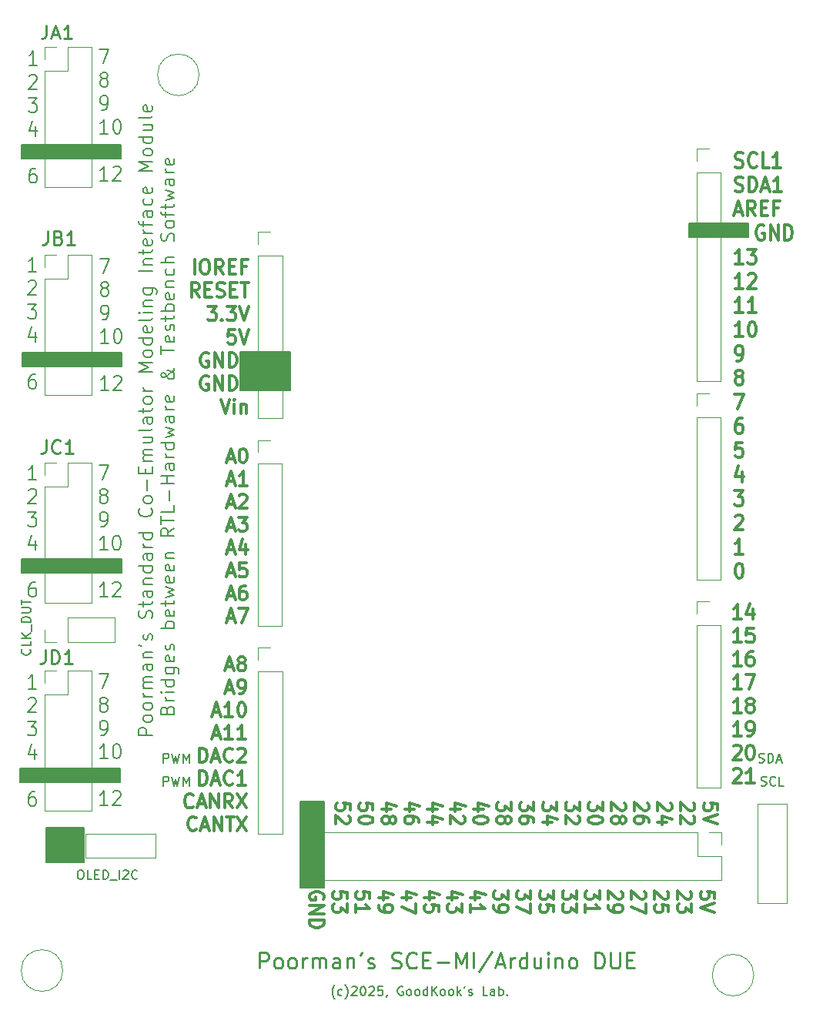
<source format=gbr>
%TF.GenerationSoftware,KiCad,Pcbnew,9.0.1-9.0.1-0~ubuntu24.04.1*%
%TF.CreationDate,2025-04-22T11:41:41+09:00*%
%TF.ProjectId,PSCE-MI_Arduino_DUE,50534345-2d4d-4495-9f41-726475696e6f,rev?*%
%TF.SameCoordinates,Original*%
%TF.FileFunction,Legend,Top*%
%TF.FilePolarity,Positive*%
%FSLAX46Y46*%
G04 Gerber Fmt 4.6, Leading zero omitted, Abs format (unit mm)*
G04 Created by KiCad (PCBNEW 9.0.1-9.0.1-0~ubuntu24.04.1) date 2025-04-22 11:41:41*
%MOMM*%
%LPD*%
G01*
G04 APERTURE LIST*
%ADD10C,0.200000*%
%ADD11C,0.300000*%
%ADD12C,0.150000*%
%ADD13C,0.250000*%
%ADD14C,0.120000*%
G04 APERTURE END LIST*
D10*
X97619600Y-128800000D02*
X108585000Y-128800000D01*
X108585000Y-130320000D01*
X97619600Y-130320000D01*
X97619600Y-128800000D01*
G36*
X97619600Y-128800000D02*
G01*
X108585000Y-128800000D01*
X108585000Y-130320000D01*
X97619600Y-130320000D01*
X97619600Y-128800000D01*
G37*
X97780000Y-105770000D02*
X108745400Y-105770000D01*
X108745400Y-107290000D01*
X97780000Y-107290000D01*
X97780000Y-105770000D01*
G36*
X97780000Y-105770000D02*
G01*
X108745400Y-105770000D01*
X108745400Y-107290000D01*
X97780000Y-107290000D01*
X97780000Y-105770000D01*
G37*
X128379600Y-132410000D02*
X131060000Y-132410000D01*
X131060000Y-141900000D01*
X128379600Y-141900000D01*
X128379600Y-132410000D01*
G36*
X128379600Y-132410000D02*
G01*
X131060000Y-132410000D01*
X131060000Y-141900000D01*
X128379600Y-141900000D01*
X128379600Y-132410000D01*
G37*
X171169600Y-68820000D02*
X177670000Y-68820000D01*
X177670000Y-70340000D01*
X171169600Y-70340000D01*
X171169600Y-68820000D01*
G36*
X171169600Y-68820000D02*
G01*
X177670000Y-68820000D01*
X177670000Y-70340000D01*
X171169600Y-70340000D01*
X171169600Y-68820000D01*
G37*
X97740000Y-60170000D02*
X108705400Y-60170000D01*
X108705400Y-61690000D01*
X97740000Y-61690000D01*
X97740000Y-60170000D01*
G36*
X97740000Y-60170000D02*
G01*
X108705400Y-60170000D01*
X108705400Y-61690000D01*
X97740000Y-61690000D01*
X97740000Y-60170000D01*
G37*
X97830000Y-83090000D02*
X108795400Y-83090000D01*
X108795400Y-84610000D01*
X97830000Y-84610000D01*
X97830000Y-83090000D01*
G36*
X97830000Y-83090000D02*
G01*
X108795400Y-83090000D01*
X108795400Y-84610000D01*
X97830000Y-84610000D01*
X97830000Y-83090000D01*
G37*
X121780000Y-82930000D02*
X127320400Y-82930000D01*
X127320400Y-87210000D01*
X121780000Y-87210000D01*
X121780000Y-82930000D01*
G36*
X121780000Y-82930000D02*
G01*
X127320400Y-82930000D01*
X127320400Y-87210000D01*
X121780000Y-87210000D01*
X121780000Y-82930000D01*
G37*
X100500000Y-135250000D02*
X104635400Y-135250000D01*
X104635400Y-139140000D01*
X100500000Y-139140000D01*
X100500000Y-135250000D01*
G36*
X100500000Y-135250000D02*
G01*
X104635400Y-135250000D01*
X104635400Y-139140000D01*
X100500000Y-139140000D01*
X100500000Y-135250000D01*
G37*
D11*
X173977142Y-143088796D02*
X173977142Y-142374510D01*
X173977142Y-142374510D02*
X173229523Y-142303082D01*
X173229523Y-142303082D02*
X173304284Y-142374510D01*
X173304284Y-142374510D02*
X173379046Y-142517368D01*
X173379046Y-142517368D02*
X173379046Y-142874510D01*
X173379046Y-142874510D02*
X173304284Y-143017368D01*
X173304284Y-143017368D02*
X173229523Y-143088796D01*
X173229523Y-143088796D02*
X173079999Y-143160225D01*
X173079999Y-143160225D02*
X172706189Y-143160225D01*
X172706189Y-143160225D02*
X172556665Y-143088796D01*
X172556665Y-143088796D02*
X172481904Y-143017368D01*
X172481904Y-143017368D02*
X172407142Y-142874510D01*
X172407142Y-142874510D02*
X172407142Y-142517368D01*
X172407142Y-142517368D02*
X172481904Y-142374510D01*
X172481904Y-142374510D02*
X172556665Y-142303082D01*
X173977142Y-143588796D02*
X172407142Y-144088796D01*
X172407142Y-144088796D02*
X173977142Y-144588796D01*
X171300006Y-142303082D02*
X171374768Y-142374510D01*
X171374768Y-142374510D02*
X171449530Y-142517368D01*
X171449530Y-142517368D02*
X171449530Y-142874510D01*
X171449530Y-142874510D02*
X171374768Y-143017368D01*
X171374768Y-143017368D02*
X171300006Y-143088796D01*
X171300006Y-143088796D02*
X171150482Y-143160225D01*
X171150482Y-143160225D02*
X171000958Y-143160225D01*
X171000958Y-143160225D02*
X170776672Y-143088796D01*
X170776672Y-143088796D02*
X169879530Y-142231653D01*
X169879530Y-142231653D02*
X169879530Y-143160225D01*
X171449530Y-143660224D02*
X171449530Y-144588796D01*
X171449530Y-144588796D02*
X170851434Y-144088796D01*
X170851434Y-144088796D02*
X170851434Y-144303081D01*
X170851434Y-144303081D02*
X170776672Y-144445939D01*
X170776672Y-144445939D02*
X170701911Y-144517367D01*
X170701911Y-144517367D02*
X170552387Y-144588796D01*
X170552387Y-144588796D02*
X170178577Y-144588796D01*
X170178577Y-144588796D02*
X170029053Y-144517367D01*
X170029053Y-144517367D02*
X169954292Y-144445939D01*
X169954292Y-144445939D02*
X169879530Y-144303081D01*
X169879530Y-144303081D02*
X169879530Y-143874510D01*
X169879530Y-143874510D02*
X169954292Y-143731653D01*
X169954292Y-143731653D02*
X170029053Y-143660224D01*
X168772394Y-142303082D02*
X168847156Y-142374510D01*
X168847156Y-142374510D02*
X168921918Y-142517368D01*
X168921918Y-142517368D02*
X168921918Y-142874510D01*
X168921918Y-142874510D02*
X168847156Y-143017368D01*
X168847156Y-143017368D02*
X168772394Y-143088796D01*
X168772394Y-143088796D02*
X168622870Y-143160225D01*
X168622870Y-143160225D02*
X168473346Y-143160225D01*
X168473346Y-143160225D02*
X168249060Y-143088796D01*
X168249060Y-143088796D02*
X167351918Y-142231653D01*
X167351918Y-142231653D02*
X167351918Y-143160225D01*
X168921918Y-144517367D02*
X168921918Y-143803081D01*
X168921918Y-143803081D02*
X168174299Y-143731653D01*
X168174299Y-143731653D02*
X168249060Y-143803081D01*
X168249060Y-143803081D02*
X168323822Y-143945939D01*
X168323822Y-143945939D02*
X168323822Y-144303081D01*
X168323822Y-144303081D02*
X168249060Y-144445939D01*
X168249060Y-144445939D02*
X168174299Y-144517367D01*
X168174299Y-144517367D02*
X168024775Y-144588796D01*
X168024775Y-144588796D02*
X167650965Y-144588796D01*
X167650965Y-144588796D02*
X167501441Y-144517367D01*
X167501441Y-144517367D02*
X167426680Y-144445939D01*
X167426680Y-144445939D02*
X167351918Y-144303081D01*
X167351918Y-144303081D02*
X167351918Y-143945939D01*
X167351918Y-143945939D02*
X167426680Y-143803081D01*
X167426680Y-143803081D02*
X167501441Y-143731653D01*
X166244782Y-142303082D02*
X166319544Y-142374510D01*
X166319544Y-142374510D02*
X166394306Y-142517368D01*
X166394306Y-142517368D02*
X166394306Y-142874510D01*
X166394306Y-142874510D02*
X166319544Y-143017368D01*
X166319544Y-143017368D02*
X166244782Y-143088796D01*
X166244782Y-143088796D02*
X166095258Y-143160225D01*
X166095258Y-143160225D02*
X165945734Y-143160225D01*
X165945734Y-143160225D02*
X165721448Y-143088796D01*
X165721448Y-143088796D02*
X164824306Y-142231653D01*
X164824306Y-142231653D02*
X164824306Y-143160225D01*
X166394306Y-143660224D02*
X166394306Y-144660224D01*
X166394306Y-144660224D02*
X164824306Y-144017367D01*
X163717170Y-142303082D02*
X163791932Y-142374510D01*
X163791932Y-142374510D02*
X163866694Y-142517368D01*
X163866694Y-142517368D02*
X163866694Y-142874510D01*
X163866694Y-142874510D02*
X163791932Y-143017368D01*
X163791932Y-143017368D02*
X163717170Y-143088796D01*
X163717170Y-143088796D02*
X163567646Y-143160225D01*
X163567646Y-143160225D02*
X163418122Y-143160225D01*
X163418122Y-143160225D02*
X163193836Y-143088796D01*
X163193836Y-143088796D02*
X162296694Y-142231653D01*
X162296694Y-142231653D02*
X162296694Y-143160225D01*
X162296694Y-143874510D02*
X162296694Y-144160224D01*
X162296694Y-144160224D02*
X162371456Y-144303081D01*
X162371456Y-144303081D02*
X162446217Y-144374510D01*
X162446217Y-144374510D02*
X162670503Y-144517367D01*
X162670503Y-144517367D02*
X162969551Y-144588796D01*
X162969551Y-144588796D02*
X163567646Y-144588796D01*
X163567646Y-144588796D02*
X163717170Y-144517367D01*
X163717170Y-144517367D02*
X163791932Y-144445939D01*
X163791932Y-144445939D02*
X163866694Y-144303081D01*
X163866694Y-144303081D02*
X163866694Y-144017367D01*
X163866694Y-144017367D02*
X163791932Y-143874510D01*
X163791932Y-143874510D02*
X163717170Y-143803081D01*
X163717170Y-143803081D02*
X163567646Y-143731653D01*
X163567646Y-143731653D02*
X163193836Y-143731653D01*
X163193836Y-143731653D02*
X163044313Y-143803081D01*
X163044313Y-143803081D02*
X162969551Y-143874510D01*
X162969551Y-143874510D02*
X162894789Y-144017367D01*
X162894789Y-144017367D02*
X162894789Y-144303081D01*
X162894789Y-144303081D02*
X162969551Y-144445939D01*
X162969551Y-144445939D02*
X163044313Y-144517367D01*
X163044313Y-144517367D02*
X163193836Y-144588796D01*
X161339082Y-142231653D02*
X161339082Y-143160225D01*
X161339082Y-143160225D02*
X160740986Y-142660225D01*
X160740986Y-142660225D02*
X160740986Y-142874510D01*
X160740986Y-142874510D02*
X160666224Y-143017368D01*
X160666224Y-143017368D02*
X160591463Y-143088796D01*
X160591463Y-143088796D02*
X160441939Y-143160225D01*
X160441939Y-143160225D02*
X160068129Y-143160225D01*
X160068129Y-143160225D02*
X159918605Y-143088796D01*
X159918605Y-143088796D02*
X159843844Y-143017368D01*
X159843844Y-143017368D02*
X159769082Y-142874510D01*
X159769082Y-142874510D02*
X159769082Y-142445939D01*
X159769082Y-142445939D02*
X159843844Y-142303082D01*
X159843844Y-142303082D02*
X159918605Y-142231653D01*
X159769082Y-144588796D02*
X159769082Y-143731653D01*
X159769082Y-144160224D02*
X161339082Y-144160224D01*
X161339082Y-144160224D02*
X161114796Y-144017367D01*
X161114796Y-144017367D02*
X160965272Y-143874510D01*
X160965272Y-143874510D02*
X160890510Y-143731653D01*
X158811470Y-142231653D02*
X158811470Y-143160225D01*
X158811470Y-143160225D02*
X158213374Y-142660225D01*
X158213374Y-142660225D02*
X158213374Y-142874510D01*
X158213374Y-142874510D02*
X158138612Y-143017368D01*
X158138612Y-143017368D02*
X158063851Y-143088796D01*
X158063851Y-143088796D02*
X157914327Y-143160225D01*
X157914327Y-143160225D02*
X157540517Y-143160225D01*
X157540517Y-143160225D02*
X157390993Y-143088796D01*
X157390993Y-143088796D02*
X157316232Y-143017368D01*
X157316232Y-143017368D02*
X157241470Y-142874510D01*
X157241470Y-142874510D02*
X157241470Y-142445939D01*
X157241470Y-142445939D02*
X157316232Y-142303082D01*
X157316232Y-142303082D02*
X157390993Y-142231653D01*
X158811470Y-143660224D02*
X158811470Y-144588796D01*
X158811470Y-144588796D02*
X158213374Y-144088796D01*
X158213374Y-144088796D02*
X158213374Y-144303081D01*
X158213374Y-144303081D02*
X158138612Y-144445939D01*
X158138612Y-144445939D02*
X158063851Y-144517367D01*
X158063851Y-144517367D02*
X157914327Y-144588796D01*
X157914327Y-144588796D02*
X157540517Y-144588796D01*
X157540517Y-144588796D02*
X157390993Y-144517367D01*
X157390993Y-144517367D02*
X157316232Y-144445939D01*
X157316232Y-144445939D02*
X157241470Y-144303081D01*
X157241470Y-144303081D02*
X157241470Y-143874510D01*
X157241470Y-143874510D02*
X157316232Y-143731653D01*
X157316232Y-143731653D02*
X157390993Y-143660224D01*
X156283858Y-142231653D02*
X156283858Y-143160225D01*
X156283858Y-143160225D02*
X155685762Y-142660225D01*
X155685762Y-142660225D02*
X155685762Y-142874510D01*
X155685762Y-142874510D02*
X155611000Y-143017368D01*
X155611000Y-143017368D02*
X155536239Y-143088796D01*
X155536239Y-143088796D02*
X155386715Y-143160225D01*
X155386715Y-143160225D02*
X155012905Y-143160225D01*
X155012905Y-143160225D02*
X154863381Y-143088796D01*
X154863381Y-143088796D02*
X154788620Y-143017368D01*
X154788620Y-143017368D02*
X154713858Y-142874510D01*
X154713858Y-142874510D02*
X154713858Y-142445939D01*
X154713858Y-142445939D02*
X154788620Y-142303082D01*
X154788620Y-142303082D02*
X154863381Y-142231653D01*
X156283858Y-144517367D02*
X156283858Y-143803081D01*
X156283858Y-143803081D02*
X155536239Y-143731653D01*
X155536239Y-143731653D02*
X155611000Y-143803081D01*
X155611000Y-143803081D02*
X155685762Y-143945939D01*
X155685762Y-143945939D02*
X155685762Y-144303081D01*
X155685762Y-144303081D02*
X155611000Y-144445939D01*
X155611000Y-144445939D02*
X155536239Y-144517367D01*
X155536239Y-144517367D02*
X155386715Y-144588796D01*
X155386715Y-144588796D02*
X155012905Y-144588796D01*
X155012905Y-144588796D02*
X154863381Y-144517367D01*
X154863381Y-144517367D02*
X154788620Y-144445939D01*
X154788620Y-144445939D02*
X154713858Y-144303081D01*
X154713858Y-144303081D02*
X154713858Y-143945939D01*
X154713858Y-143945939D02*
X154788620Y-143803081D01*
X154788620Y-143803081D02*
X154863381Y-143731653D01*
X153756246Y-142231653D02*
X153756246Y-143160225D01*
X153756246Y-143160225D02*
X153158150Y-142660225D01*
X153158150Y-142660225D02*
X153158150Y-142874510D01*
X153158150Y-142874510D02*
X153083388Y-143017368D01*
X153083388Y-143017368D02*
X153008627Y-143088796D01*
X153008627Y-143088796D02*
X152859103Y-143160225D01*
X152859103Y-143160225D02*
X152485293Y-143160225D01*
X152485293Y-143160225D02*
X152335769Y-143088796D01*
X152335769Y-143088796D02*
X152261008Y-143017368D01*
X152261008Y-143017368D02*
X152186246Y-142874510D01*
X152186246Y-142874510D02*
X152186246Y-142445939D01*
X152186246Y-142445939D02*
X152261008Y-142303082D01*
X152261008Y-142303082D02*
X152335769Y-142231653D01*
X153756246Y-143660224D02*
X153756246Y-144660224D01*
X153756246Y-144660224D02*
X152186246Y-144017367D01*
X151228634Y-142231653D02*
X151228634Y-143160225D01*
X151228634Y-143160225D02*
X150630538Y-142660225D01*
X150630538Y-142660225D02*
X150630538Y-142874510D01*
X150630538Y-142874510D02*
X150555776Y-143017368D01*
X150555776Y-143017368D02*
X150481015Y-143088796D01*
X150481015Y-143088796D02*
X150331491Y-143160225D01*
X150331491Y-143160225D02*
X149957681Y-143160225D01*
X149957681Y-143160225D02*
X149808157Y-143088796D01*
X149808157Y-143088796D02*
X149733396Y-143017368D01*
X149733396Y-143017368D02*
X149658634Y-142874510D01*
X149658634Y-142874510D02*
X149658634Y-142445939D01*
X149658634Y-142445939D02*
X149733396Y-142303082D01*
X149733396Y-142303082D02*
X149808157Y-142231653D01*
X149658634Y-143874510D02*
X149658634Y-144160224D01*
X149658634Y-144160224D02*
X149733396Y-144303081D01*
X149733396Y-144303081D02*
X149808157Y-144374510D01*
X149808157Y-144374510D02*
X150032443Y-144517367D01*
X150032443Y-144517367D02*
X150331491Y-144588796D01*
X150331491Y-144588796D02*
X150929586Y-144588796D01*
X150929586Y-144588796D02*
X151079110Y-144517367D01*
X151079110Y-144517367D02*
X151153872Y-144445939D01*
X151153872Y-144445939D02*
X151228634Y-144303081D01*
X151228634Y-144303081D02*
X151228634Y-144017367D01*
X151228634Y-144017367D02*
X151153872Y-143874510D01*
X151153872Y-143874510D02*
X151079110Y-143803081D01*
X151079110Y-143803081D02*
X150929586Y-143731653D01*
X150929586Y-143731653D02*
X150555776Y-143731653D01*
X150555776Y-143731653D02*
X150406253Y-143803081D01*
X150406253Y-143803081D02*
X150331491Y-143874510D01*
X150331491Y-143874510D02*
X150256729Y-144017367D01*
X150256729Y-144017367D02*
X150256729Y-144303081D01*
X150256729Y-144303081D02*
X150331491Y-144445939D01*
X150331491Y-144445939D02*
X150406253Y-144517367D01*
X150406253Y-144517367D02*
X150555776Y-144588796D01*
X148177688Y-143017368D02*
X147131022Y-143017368D01*
X148775784Y-142660225D02*
X147654355Y-142303082D01*
X147654355Y-142303082D02*
X147654355Y-143231653D01*
X147131022Y-144588796D02*
X147131022Y-143731653D01*
X147131022Y-144160224D02*
X148701022Y-144160224D01*
X148701022Y-144160224D02*
X148476736Y-144017367D01*
X148476736Y-144017367D02*
X148327212Y-143874510D01*
X148327212Y-143874510D02*
X148252450Y-143731653D01*
X145650076Y-143017368D02*
X144603410Y-143017368D01*
X146248172Y-142660225D02*
X145126743Y-142303082D01*
X145126743Y-142303082D02*
X145126743Y-143231653D01*
X146173410Y-143660224D02*
X146173410Y-144588796D01*
X146173410Y-144588796D02*
X145575314Y-144088796D01*
X145575314Y-144088796D02*
X145575314Y-144303081D01*
X145575314Y-144303081D02*
X145500552Y-144445939D01*
X145500552Y-144445939D02*
X145425791Y-144517367D01*
X145425791Y-144517367D02*
X145276267Y-144588796D01*
X145276267Y-144588796D02*
X144902457Y-144588796D01*
X144902457Y-144588796D02*
X144752933Y-144517367D01*
X144752933Y-144517367D02*
X144678172Y-144445939D01*
X144678172Y-144445939D02*
X144603410Y-144303081D01*
X144603410Y-144303081D02*
X144603410Y-143874510D01*
X144603410Y-143874510D02*
X144678172Y-143731653D01*
X144678172Y-143731653D02*
X144752933Y-143660224D01*
X143122464Y-143017368D02*
X142075798Y-143017368D01*
X143720560Y-142660225D02*
X142599131Y-142303082D01*
X142599131Y-142303082D02*
X142599131Y-143231653D01*
X143645798Y-144517367D02*
X143645798Y-143803081D01*
X143645798Y-143803081D02*
X142898179Y-143731653D01*
X142898179Y-143731653D02*
X142972940Y-143803081D01*
X142972940Y-143803081D02*
X143047702Y-143945939D01*
X143047702Y-143945939D02*
X143047702Y-144303081D01*
X143047702Y-144303081D02*
X142972940Y-144445939D01*
X142972940Y-144445939D02*
X142898179Y-144517367D01*
X142898179Y-144517367D02*
X142748655Y-144588796D01*
X142748655Y-144588796D02*
X142374845Y-144588796D01*
X142374845Y-144588796D02*
X142225321Y-144517367D01*
X142225321Y-144517367D02*
X142150560Y-144445939D01*
X142150560Y-144445939D02*
X142075798Y-144303081D01*
X142075798Y-144303081D02*
X142075798Y-143945939D01*
X142075798Y-143945939D02*
X142150560Y-143803081D01*
X142150560Y-143803081D02*
X142225321Y-143731653D01*
X140594852Y-143017368D02*
X139548186Y-143017368D01*
X141192948Y-142660225D02*
X140071519Y-142303082D01*
X140071519Y-142303082D02*
X140071519Y-143231653D01*
X141118186Y-143660224D02*
X141118186Y-144660224D01*
X141118186Y-144660224D02*
X139548186Y-144017367D01*
X138067240Y-143017368D02*
X137020574Y-143017368D01*
X138665336Y-142660225D02*
X137543907Y-142303082D01*
X137543907Y-142303082D02*
X137543907Y-143231653D01*
X137020574Y-143874510D02*
X137020574Y-144160224D01*
X137020574Y-144160224D02*
X137095336Y-144303081D01*
X137095336Y-144303081D02*
X137170097Y-144374510D01*
X137170097Y-144374510D02*
X137394383Y-144517367D01*
X137394383Y-144517367D02*
X137693431Y-144588796D01*
X137693431Y-144588796D02*
X138291526Y-144588796D01*
X138291526Y-144588796D02*
X138441050Y-144517367D01*
X138441050Y-144517367D02*
X138515812Y-144445939D01*
X138515812Y-144445939D02*
X138590574Y-144303081D01*
X138590574Y-144303081D02*
X138590574Y-144017367D01*
X138590574Y-144017367D02*
X138515812Y-143874510D01*
X138515812Y-143874510D02*
X138441050Y-143803081D01*
X138441050Y-143803081D02*
X138291526Y-143731653D01*
X138291526Y-143731653D02*
X137917716Y-143731653D01*
X137917716Y-143731653D02*
X137768193Y-143803081D01*
X137768193Y-143803081D02*
X137693431Y-143874510D01*
X137693431Y-143874510D02*
X137618669Y-144017367D01*
X137618669Y-144017367D02*
X137618669Y-144303081D01*
X137618669Y-144303081D02*
X137693431Y-144445939D01*
X137693431Y-144445939D02*
X137768193Y-144517367D01*
X137768193Y-144517367D02*
X137917716Y-144588796D01*
X136062962Y-143088796D02*
X136062962Y-142374510D01*
X136062962Y-142374510D02*
X135315343Y-142303082D01*
X135315343Y-142303082D02*
X135390104Y-142374510D01*
X135390104Y-142374510D02*
X135464866Y-142517368D01*
X135464866Y-142517368D02*
X135464866Y-142874510D01*
X135464866Y-142874510D02*
X135390104Y-143017368D01*
X135390104Y-143017368D02*
X135315343Y-143088796D01*
X135315343Y-143088796D02*
X135165819Y-143160225D01*
X135165819Y-143160225D02*
X134792009Y-143160225D01*
X134792009Y-143160225D02*
X134642485Y-143088796D01*
X134642485Y-143088796D02*
X134567724Y-143017368D01*
X134567724Y-143017368D02*
X134492962Y-142874510D01*
X134492962Y-142874510D02*
X134492962Y-142517368D01*
X134492962Y-142517368D02*
X134567724Y-142374510D01*
X134567724Y-142374510D02*
X134642485Y-142303082D01*
X134492962Y-144588796D02*
X134492962Y-143731653D01*
X134492962Y-144160224D02*
X136062962Y-144160224D01*
X136062962Y-144160224D02*
X135838676Y-144017367D01*
X135838676Y-144017367D02*
X135689152Y-143874510D01*
X135689152Y-143874510D02*
X135614390Y-143731653D01*
X133535350Y-143088796D02*
X133535350Y-142374510D01*
X133535350Y-142374510D02*
X132787731Y-142303082D01*
X132787731Y-142303082D02*
X132862492Y-142374510D01*
X132862492Y-142374510D02*
X132937254Y-142517368D01*
X132937254Y-142517368D02*
X132937254Y-142874510D01*
X132937254Y-142874510D02*
X132862492Y-143017368D01*
X132862492Y-143017368D02*
X132787731Y-143088796D01*
X132787731Y-143088796D02*
X132638207Y-143160225D01*
X132638207Y-143160225D02*
X132264397Y-143160225D01*
X132264397Y-143160225D02*
X132114873Y-143088796D01*
X132114873Y-143088796D02*
X132040112Y-143017368D01*
X132040112Y-143017368D02*
X131965350Y-142874510D01*
X131965350Y-142874510D02*
X131965350Y-142517368D01*
X131965350Y-142517368D02*
X132040112Y-142374510D01*
X132040112Y-142374510D02*
X132114873Y-142303082D01*
X133535350Y-143660224D02*
X133535350Y-144588796D01*
X133535350Y-144588796D02*
X132937254Y-144088796D01*
X132937254Y-144088796D02*
X132937254Y-144303081D01*
X132937254Y-144303081D02*
X132862492Y-144445939D01*
X132862492Y-144445939D02*
X132787731Y-144517367D01*
X132787731Y-144517367D02*
X132638207Y-144588796D01*
X132638207Y-144588796D02*
X132264397Y-144588796D01*
X132264397Y-144588796D02*
X132114873Y-144517367D01*
X132114873Y-144517367D02*
X132040112Y-144445939D01*
X132040112Y-144445939D02*
X131965350Y-144303081D01*
X131965350Y-144303081D02*
X131965350Y-143874510D01*
X131965350Y-143874510D02*
X132040112Y-143731653D01*
X132040112Y-143731653D02*
X132114873Y-143660224D01*
X130932976Y-143160225D02*
X131007738Y-143017368D01*
X131007738Y-143017368D02*
X131007738Y-142803082D01*
X131007738Y-142803082D02*
X130932976Y-142588796D01*
X130932976Y-142588796D02*
X130783452Y-142445939D01*
X130783452Y-142445939D02*
X130633928Y-142374510D01*
X130633928Y-142374510D02*
X130334880Y-142303082D01*
X130334880Y-142303082D02*
X130110595Y-142303082D01*
X130110595Y-142303082D02*
X129811547Y-142374510D01*
X129811547Y-142374510D02*
X129662023Y-142445939D01*
X129662023Y-142445939D02*
X129512500Y-142588796D01*
X129512500Y-142588796D02*
X129437738Y-142803082D01*
X129437738Y-142803082D02*
X129437738Y-142945939D01*
X129437738Y-142945939D02*
X129512500Y-143160225D01*
X129512500Y-143160225D02*
X129587261Y-143231653D01*
X129587261Y-143231653D02*
X130110595Y-143231653D01*
X130110595Y-143231653D02*
X130110595Y-142945939D01*
X129437738Y-143874510D02*
X131007738Y-143874510D01*
X131007738Y-143874510D02*
X129437738Y-144731653D01*
X129437738Y-144731653D02*
X131007738Y-144731653D01*
X129437738Y-145445939D02*
X131007738Y-145445939D01*
X131007738Y-145445939D02*
X131007738Y-145803082D01*
X131007738Y-145803082D02*
X130932976Y-146017368D01*
X130932976Y-146017368D02*
X130783452Y-146160225D01*
X130783452Y-146160225D02*
X130633928Y-146231654D01*
X130633928Y-146231654D02*
X130334880Y-146303082D01*
X130334880Y-146303082D02*
X130110595Y-146303082D01*
X130110595Y-146303082D02*
X129811547Y-146231654D01*
X129811547Y-146231654D02*
X129662023Y-146160225D01*
X129662023Y-146160225D02*
X129512500Y-146017368D01*
X129512500Y-146017368D02*
X129437738Y-145803082D01*
X129437738Y-145803082D02*
X129437738Y-145445939D01*
X176253082Y-62624965D02*
X176467368Y-62703536D01*
X176467368Y-62703536D02*
X176824510Y-62703536D01*
X176824510Y-62703536D02*
X176967368Y-62624965D01*
X176967368Y-62624965D02*
X177038796Y-62546393D01*
X177038796Y-62546393D02*
X177110225Y-62389250D01*
X177110225Y-62389250D02*
X177110225Y-62232107D01*
X177110225Y-62232107D02*
X177038796Y-62074965D01*
X177038796Y-62074965D02*
X176967368Y-61996393D01*
X176967368Y-61996393D02*
X176824510Y-61917822D01*
X176824510Y-61917822D02*
X176538796Y-61839250D01*
X176538796Y-61839250D02*
X176395939Y-61760679D01*
X176395939Y-61760679D02*
X176324510Y-61682107D01*
X176324510Y-61682107D02*
X176253082Y-61524965D01*
X176253082Y-61524965D02*
X176253082Y-61367822D01*
X176253082Y-61367822D02*
X176324510Y-61210679D01*
X176324510Y-61210679D02*
X176395939Y-61132107D01*
X176395939Y-61132107D02*
X176538796Y-61053536D01*
X176538796Y-61053536D02*
X176895939Y-61053536D01*
X176895939Y-61053536D02*
X177110225Y-61132107D01*
X178610224Y-62546393D02*
X178538796Y-62624965D01*
X178538796Y-62624965D02*
X178324510Y-62703536D01*
X178324510Y-62703536D02*
X178181653Y-62703536D01*
X178181653Y-62703536D02*
X177967367Y-62624965D01*
X177967367Y-62624965D02*
X177824510Y-62467822D01*
X177824510Y-62467822D02*
X177753081Y-62310679D01*
X177753081Y-62310679D02*
X177681653Y-61996393D01*
X177681653Y-61996393D02*
X177681653Y-61760679D01*
X177681653Y-61760679D02*
X177753081Y-61446393D01*
X177753081Y-61446393D02*
X177824510Y-61289250D01*
X177824510Y-61289250D02*
X177967367Y-61132107D01*
X177967367Y-61132107D02*
X178181653Y-61053536D01*
X178181653Y-61053536D02*
X178324510Y-61053536D01*
X178324510Y-61053536D02*
X178538796Y-61132107D01*
X178538796Y-61132107D02*
X178610224Y-61210679D01*
X179967367Y-62703536D02*
X179253081Y-62703536D01*
X179253081Y-62703536D02*
X179253081Y-61053536D01*
X181253082Y-62703536D02*
X180395939Y-62703536D01*
X180824510Y-62703536D02*
X180824510Y-61053536D01*
X180824510Y-61053536D02*
X180681653Y-61289250D01*
X180681653Y-61289250D02*
X180538796Y-61446393D01*
X180538796Y-61446393D02*
X180395939Y-61524965D01*
X176253082Y-65281373D02*
X176467368Y-65359944D01*
X176467368Y-65359944D02*
X176824510Y-65359944D01*
X176824510Y-65359944D02*
X176967368Y-65281373D01*
X176967368Y-65281373D02*
X177038796Y-65202801D01*
X177038796Y-65202801D02*
X177110225Y-65045658D01*
X177110225Y-65045658D02*
X177110225Y-64888515D01*
X177110225Y-64888515D02*
X177038796Y-64731373D01*
X177038796Y-64731373D02*
X176967368Y-64652801D01*
X176967368Y-64652801D02*
X176824510Y-64574230D01*
X176824510Y-64574230D02*
X176538796Y-64495658D01*
X176538796Y-64495658D02*
X176395939Y-64417087D01*
X176395939Y-64417087D02*
X176324510Y-64338515D01*
X176324510Y-64338515D02*
X176253082Y-64181373D01*
X176253082Y-64181373D02*
X176253082Y-64024230D01*
X176253082Y-64024230D02*
X176324510Y-63867087D01*
X176324510Y-63867087D02*
X176395939Y-63788515D01*
X176395939Y-63788515D02*
X176538796Y-63709944D01*
X176538796Y-63709944D02*
X176895939Y-63709944D01*
X176895939Y-63709944D02*
X177110225Y-63788515D01*
X177753081Y-65359944D02*
X177753081Y-63709944D01*
X177753081Y-63709944D02*
X178110224Y-63709944D01*
X178110224Y-63709944D02*
X178324510Y-63788515D01*
X178324510Y-63788515D02*
X178467367Y-63945658D01*
X178467367Y-63945658D02*
X178538796Y-64102801D01*
X178538796Y-64102801D02*
X178610224Y-64417087D01*
X178610224Y-64417087D02*
X178610224Y-64652801D01*
X178610224Y-64652801D02*
X178538796Y-64967087D01*
X178538796Y-64967087D02*
X178467367Y-65124230D01*
X178467367Y-65124230D02*
X178324510Y-65281373D01*
X178324510Y-65281373D02*
X178110224Y-65359944D01*
X178110224Y-65359944D02*
X177753081Y-65359944D01*
X179181653Y-64888515D02*
X179895939Y-64888515D01*
X179038796Y-65359944D02*
X179538796Y-63709944D01*
X179538796Y-63709944D02*
X180038796Y-65359944D01*
X181324510Y-65359944D02*
X180467367Y-65359944D01*
X180895938Y-65359944D02*
X180895938Y-63709944D01*
X180895938Y-63709944D02*
X180753081Y-63945658D01*
X180753081Y-63945658D02*
X180610224Y-64102801D01*
X180610224Y-64102801D02*
X180467367Y-64181373D01*
X176253082Y-67544923D02*
X176967368Y-67544923D01*
X176110225Y-68016352D02*
X176610225Y-66366352D01*
X176610225Y-66366352D02*
X177110225Y-68016352D01*
X178467367Y-68016352D02*
X177967367Y-67230638D01*
X177610224Y-68016352D02*
X177610224Y-66366352D01*
X177610224Y-66366352D02*
X178181653Y-66366352D01*
X178181653Y-66366352D02*
X178324510Y-66444923D01*
X178324510Y-66444923D02*
X178395939Y-66523495D01*
X178395939Y-66523495D02*
X178467367Y-66680638D01*
X178467367Y-66680638D02*
X178467367Y-66916352D01*
X178467367Y-66916352D02*
X178395939Y-67073495D01*
X178395939Y-67073495D02*
X178324510Y-67152066D01*
X178324510Y-67152066D02*
X178181653Y-67230638D01*
X178181653Y-67230638D02*
X177610224Y-67230638D01*
X179110224Y-67152066D02*
X179610224Y-67152066D01*
X179824510Y-68016352D02*
X179110224Y-68016352D01*
X179110224Y-68016352D02*
X179110224Y-66366352D01*
X179110224Y-66366352D02*
X179824510Y-66366352D01*
X180967367Y-67152066D02*
X180467367Y-67152066D01*
X180467367Y-68016352D02*
X180467367Y-66366352D01*
X180467367Y-66366352D02*
X181181653Y-66366352D01*
X179395939Y-69101331D02*
X179253082Y-69022760D01*
X179253082Y-69022760D02*
X179038796Y-69022760D01*
X179038796Y-69022760D02*
X178824510Y-69101331D01*
X178824510Y-69101331D02*
X178681653Y-69258474D01*
X178681653Y-69258474D02*
X178610224Y-69415617D01*
X178610224Y-69415617D02*
X178538796Y-69729903D01*
X178538796Y-69729903D02*
X178538796Y-69965617D01*
X178538796Y-69965617D02*
X178610224Y-70279903D01*
X178610224Y-70279903D02*
X178681653Y-70437046D01*
X178681653Y-70437046D02*
X178824510Y-70594189D01*
X178824510Y-70594189D02*
X179038796Y-70672760D01*
X179038796Y-70672760D02*
X179181653Y-70672760D01*
X179181653Y-70672760D02*
X179395939Y-70594189D01*
X179395939Y-70594189D02*
X179467367Y-70515617D01*
X179467367Y-70515617D02*
X179467367Y-69965617D01*
X179467367Y-69965617D02*
X179181653Y-69965617D01*
X180110224Y-70672760D02*
X180110224Y-69022760D01*
X180110224Y-69022760D02*
X180967367Y-70672760D01*
X180967367Y-70672760D02*
X180967367Y-69022760D01*
X181681653Y-70672760D02*
X181681653Y-69022760D01*
X181681653Y-69022760D02*
X182038796Y-69022760D01*
X182038796Y-69022760D02*
X182253082Y-69101331D01*
X182253082Y-69101331D02*
X182395939Y-69258474D01*
X182395939Y-69258474D02*
X182467368Y-69415617D01*
X182467368Y-69415617D02*
X182538796Y-69729903D01*
X182538796Y-69729903D02*
X182538796Y-69965617D01*
X182538796Y-69965617D02*
X182467368Y-70279903D01*
X182467368Y-70279903D02*
X182395939Y-70437046D01*
X182395939Y-70437046D02*
X182253082Y-70594189D01*
X182253082Y-70594189D02*
X182038796Y-70672760D01*
X182038796Y-70672760D02*
X181681653Y-70672760D01*
X177110225Y-73329168D02*
X176253082Y-73329168D01*
X176681653Y-73329168D02*
X176681653Y-71679168D01*
X176681653Y-71679168D02*
X176538796Y-71914882D01*
X176538796Y-71914882D02*
X176395939Y-72072025D01*
X176395939Y-72072025D02*
X176253082Y-72150597D01*
X177610224Y-71679168D02*
X178538796Y-71679168D01*
X178538796Y-71679168D02*
X178038796Y-72307739D01*
X178038796Y-72307739D02*
X178253081Y-72307739D01*
X178253081Y-72307739D02*
X178395939Y-72386311D01*
X178395939Y-72386311D02*
X178467367Y-72464882D01*
X178467367Y-72464882D02*
X178538796Y-72622025D01*
X178538796Y-72622025D02*
X178538796Y-73014882D01*
X178538796Y-73014882D02*
X178467367Y-73172025D01*
X178467367Y-73172025D02*
X178395939Y-73250597D01*
X178395939Y-73250597D02*
X178253081Y-73329168D01*
X178253081Y-73329168D02*
X177824510Y-73329168D01*
X177824510Y-73329168D02*
X177681653Y-73250597D01*
X177681653Y-73250597D02*
X177610224Y-73172025D01*
X177110225Y-75985576D02*
X176253082Y-75985576D01*
X176681653Y-75985576D02*
X176681653Y-74335576D01*
X176681653Y-74335576D02*
X176538796Y-74571290D01*
X176538796Y-74571290D02*
X176395939Y-74728433D01*
X176395939Y-74728433D02*
X176253082Y-74807005D01*
X177681653Y-74492719D02*
X177753081Y-74414147D01*
X177753081Y-74414147D02*
X177895939Y-74335576D01*
X177895939Y-74335576D02*
X178253081Y-74335576D01*
X178253081Y-74335576D02*
X178395939Y-74414147D01*
X178395939Y-74414147D02*
X178467367Y-74492719D01*
X178467367Y-74492719D02*
X178538796Y-74649862D01*
X178538796Y-74649862D02*
X178538796Y-74807005D01*
X178538796Y-74807005D02*
X178467367Y-75042719D01*
X178467367Y-75042719D02*
X177610224Y-75985576D01*
X177610224Y-75985576D02*
X178538796Y-75985576D01*
X177110225Y-78641984D02*
X176253082Y-78641984D01*
X176681653Y-78641984D02*
X176681653Y-76991984D01*
X176681653Y-76991984D02*
X176538796Y-77227698D01*
X176538796Y-77227698D02*
X176395939Y-77384841D01*
X176395939Y-77384841D02*
X176253082Y-77463413D01*
X178538796Y-78641984D02*
X177681653Y-78641984D01*
X178110224Y-78641984D02*
X178110224Y-76991984D01*
X178110224Y-76991984D02*
X177967367Y-77227698D01*
X177967367Y-77227698D02*
X177824510Y-77384841D01*
X177824510Y-77384841D02*
X177681653Y-77463413D01*
X177110225Y-81298392D02*
X176253082Y-81298392D01*
X176681653Y-81298392D02*
X176681653Y-79648392D01*
X176681653Y-79648392D02*
X176538796Y-79884106D01*
X176538796Y-79884106D02*
X176395939Y-80041249D01*
X176395939Y-80041249D02*
X176253082Y-80119821D01*
X178038796Y-79648392D02*
X178181653Y-79648392D01*
X178181653Y-79648392D02*
X178324510Y-79726963D01*
X178324510Y-79726963D02*
X178395939Y-79805535D01*
X178395939Y-79805535D02*
X178467367Y-79962678D01*
X178467367Y-79962678D02*
X178538796Y-80276963D01*
X178538796Y-80276963D02*
X178538796Y-80669821D01*
X178538796Y-80669821D02*
X178467367Y-80984106D01*
X178467367Y-80984106D02*
X178395939Y-81141249D01*
X178395939Y-81141249D02*
X178324510Y-81219821D01*
X178324510Y-81219821D02*
X178181653Y-81298392D01*
X178181653Y-81298392D02*
X178038796Y-81298392D01*
X178038796Y-81298392D02*
X177895939Y-81219821D01*
X177895939Y-81219821D02*
X177824510Y-81141249D01*
X177824510Y-81141249D02*
X177753081Y-80984106D01*
X177753081Y-80984106D02*
X177681653Y-80669821D01*
X177681653Y-80669821D02*
X177681653Y-80276963D01*
X177681653Y-80276963D02*
X177753081Y-79962678D01*
X177753081Y-79962678D02*
X177824510Y-79805535D01*
X177824510Y-79805535D02*
X177895939Y-79726963D01*
X177895939Y-79726963D02*
X178038796Y-79648392D01*
X176395939Y-83954800D02*
X176681653Y-83954800D01*
X176681653Y-83954800D02*
X176824510Y-83876229D01*
X176824510Y-83876229D02*
X176895939Y-83797657D01*
X176895939Y-83797657D02*
X177038796Y-83561943D01*
X177038796Y-83561943D02*
X177110225Y-83247657D01*
X177110225Y-83247657D02*
X177110225Y-82619086D01*
X177110225Y-82619086D02*
X177038796Y-82461943D01*
X177038796Y-82461943D02*
X176967368Y-82383371D01*
X176967368Y-82383371D02*
X176824510Y-82304800D01*
X176824510Y-82304800D02*
X176538796Y-82304800D01*
X176538796Y-82304800D02*
X176395939Y-82383371D01*
X176395939Y-82383371D02*
X176324510Y-82461943D01*
X176324510Y-82461943D02*
X176253082Y-82619086D01*
X176253082Y-82619086D02*
X176253082Y-83011943D01*
X176253082Y-83011943D02*
X176324510Y-83169086D01*
X176324510Y-83169086D02*
X176395939Y-83247657D01*
X176395939Y-83247657D02*
X176538796Y-83326229D01*
X176538796Y-83326229D02*
X176824510Y-83326229D01*
X176824510Y-83326229D02*
X176967368Y-83247657D01*
X176967368Y-83247657D02*
X177038796Y-83169086D01*
X177038796Y-83169086D02*
X177110225Y-83011943D01*
X176538796Y-85668351D02*
X176395939Y-85589779D01*
X176395939Y-85589779D02*
X176324510Y-85511208D01*
X176324510Y-85511208D02*
X176253082Y-85354065D01*
X176253082Y-85354065D02*
X176253082Y-85275494D01*
X176253082Y-85275494D02*
X176324510Y-85118351D01*
X176324510Y-85118351D02*
X176395939Y-85039779D01*
X176395939Y-85039779D02*
X176538796Y-84961208D01*
X176538796Y-84961208D02*
X176824510Y-84961208D01*
X176824510Y-84961208D02*
X176967368Y-85039779D01*
X176967368Y-85039779D02*
X177038796Y-85118351D01*
X177038796Y-85118351D02*
X177110225Y-85275494D01*
X177110225Y-85275494D02*
X177110225Y-85354065D01*
X177110225Y-85354065D02*
X177038796Y-85511208D01*
X177038796Y-85511208D02*
X176967368Y-85589779D01*
X176967368Y-85589779D02*
X176824510Y-85668351D01*
X176824510Y-85668351D02*
X176538796Y-85668351D01*
X176538796Y-85668351D02*
X176395939Y-85746922D01*
X176395939Y-85746922D02*
X176324510Y-85825494D01*
X176324510Y-85825494D02*
X176253082Y-85982637D01*
X176253082Y-85982637D02*
X176253082Y-86296922D01*
X176253082Y-86296922D02*
X176324510Y-86454065D01*
X176324510Y-86454065D02*
X176395939Y-86532637D01*
X176395939Y-86532637D02*
X176538796Y-86611208D01*
X176538796Y-86611208D02*
X176824510Y-86611208D01*
X176824510Y-86611208D02*
X176967368Y-86532637D01*
X176967368Y-86532637D02*
X177038796Y-86454065D01*
X177038796Y-86454065D02*
X177110225Y-86296922D01*
X177110225Y-86296922D02*
X177110225Y-85982637D01*
X177110225Y-85982637D02*
X177038796Y-85825494D01*
X177038796Y-85825494D02*
X176967368Y-85746922D01*
X176967368Y-85746922D02*
X176824510Y-85668351D01*
X176181653Y-87617616D02*
X177181653Y-87617616D01*
X177181653Y-87617616D02*
X176538796Y-89267616D01*
X176967368Y-90274024D02*
X176681653Y-90274024D01*
X176681653Y-90274024D02*
X176538796Y-90352595D01*
X176538796Y-90352595D02*
X176467368Y-90431167D01*
X176467368Y-90431167D02*
X176324510Y-90666881D01*
X176324510Y-90666881D02*
X176253082Y-90981167D01*
X176253082Y-90981167D02*
X176253082Y-91609738D01*
X176253082Y-91609738D02*
X176324510Y-91766881D01*
X176324510Y-91766881D02*
X176395939Y-91845453D01*
X176395939Y-91845453D02*
X176538796Y-91924024D01*
X176538796Y-91924024D02*
X176824510Y-91924024D01*
X176824510Y-91924024D02*
X176967368Y-91845453D01*
X176967368Y-91845453D02*
X177038796Y-91766881D01*
X177038796Y-91766881D02*
X177110225Y-91609738D01*
X177110225Y-91609738D02*
X177110225Y-91216881D01*
X177110225Y-91216881D02*
X177038796Y-91059738D01*
X177038796Y-91059738D02*
X176967368Y-90981167D01*
X176967368Y-90981167D02*
X176824510Y-90902595D01*
X176824510Y-90902595D02*
X176538796Y-90902595D01*
X176538796Y-90902595D02*
X176395939Y-90981167D01*
X176395939Y-90981167D02*
X176324510Y-91059738D01*
X176324510Y-91059738D02*
X176253082Y-91216881D01*
X177038796Y-92930432D02*
X176324510Y-92930432D01*
X176324510Y-92930432D02*
X176253082Y-93716146D01*
X176253082Y-93716146D02*
X176324510Y-93637575D01*
X176324510Y-93637575D02*
X176467368Y-93559003D01*
X176467368Y-93559003D02*
X176824510Y-93559003D01*
X176824510Y-93559003D02*
X176967368Y-93637575D01*
X176967368Y-93637575D02*
X177038796Y-93716146D01*
X177038796Y-93716146D02*
X177110225Y-93873289D01*
X177110225Y-93873289D02*
X177110225Y-94266146D01*
X177110225Y-94266146D02*
X177038796Y-94423289D01*
X177038796Y-94423289D02*
X176967368Y-94501861D01*
X176967368Y-94501861D02*
X176824510Y-94580432D01*
X176824510Y-94580432D02*
X176467368Y-94580432D01*
X176467368Y-94580432D02*
X176324510Y-94501861D01*
X176324510Y-94501861D02*
X176253082Y-94423289D01*
X176967368Y-96136840D02*
X176967368Y-97236840D01*
X176610225Y-95508269D02*
X176253082Y-96686840D01*
X176253082Y-96686840D02*
X177181653Y-96686840D01*
X176181653Y-98243248D02*
X177110225Y-98243248D01*
X177110225Y-98243248D02*
X176610225Y-98871819D01*
X176610225Y-98871819D02*
X176824510Y-98871819D01*
X176824510Y-98871819D02*
X176967368Y-98950391D01*
X176967368Y-98950391D02*
X177038796Y-99028962D01*
X177038796Y-99028962D02*
X177110225Y-99186105D01*
X177110225Y-99186105D02*
X177110225Y-99578962D01*
X177110225Y-99578962D02*
X177038796Y-99736105D01*
X177038796Y-99736105D02*
X176967368Y-99814677D01*
X176967368Y-99814677D02*
X176824510Y-99893248D01*
X176824510Y-99893248D02*
X176395939Y-99893248D01*
X176395939Y-99893248D02*
X176253082Y-99814677D01*
X176253082Y-99814677D02*
X176181653Y-99736105D01*
X176253082Y-101056799D02*
X176324510Y-100978227D01*
X176324510Y-100978227D02*
X176467368Y-100899656D01*
X176467368Y-100899656D02*
X176824510Y-100899656D01*
X176824510Y-100899656D02*
X176967368Y-100978227D01*
X176967368Y-100978227D02*
X177038796Y-101056799D01*
X177038796Y-101056799D02*
X177110225Y-101213942D01*
X177110225Y-101213942D02*
X177110225Y-101371085D01*
X177110225Y-101371085D02*
X177038796Y-101606799D01*
X177038796Y-101606799D02*
X176181653Y-102549656D01*
X176181653Y-102549656D02*
X177110225Y-102549656D01*
X177110225Y-105206064D02*
X176253082Y-105206064D01*
X176681653Y-105206064D02*
X176681653Y-103556064D01*
X176681653Y-103556064D02*
X176538796Y-103791778D01*
X176538796Y-103791778D02*
X176395939Y-103948921D01*
X176395939Y-103948921D02*
X176253082Y-104027493D01*
X176610225Y-106212472D02*
X176753082Y-106212472D01*
X176753082Y-106212472D02*
X176895939Y-106291043D01*
X176895939Y-106291043D02*
X176967368Y-106369615D01*
X176967368Y-106369615D02*
X177038796Y-106526758D01*
X177038796Y-106526758D02*
X177110225Y-106841043D01*
X177110225Y-106841043D02*
X177110225Y-107233901D01*
X177110225Y-107233901D02*
X177038796Y-107548186D01*
X177038796Y-107548186D02*
X176967368Y-107705329D01*
X176967368Y-107705329D02*
X176895939Y-107783901D01*
X176895939Y-107783901D02*
X176753082Y-107862472D01*
X176753082Y-107862472D02*
X176610225Y-107862472D01*
X176610225Y-107862472D02*
X176467368Y-107783901D01*
X176467368Y-107783901D02*
X176395939Y-107705329D01*
X176395939Y-107705329D02*
X176324510Y-107548186D01*
X176324510Y-107548186D02*
X176253082Y-107233901D01*
X176253082Y-107233901D02*
X176253082Y-106841043D01*
X176253082Y-106841043D02*
X176324510Y-106526758D01*
X176324510Y-106526758D02*
X176395939Y-106369615D01*
X176395939Y-106369615D02*
X176467368Y-106291043D01*
X176467368Y-106291043D02*
X176610225Y-106212472D01*
X174319530Y-133368796D02*
X174319530Y-132654510D01*
X174319530Y-132654510D02*
X173571911Y-132583082D01*
X173571911Y-132583082D02*
X173646672Y-132654510D01*
X173646672Y-132654510D02*
X173721434Y-132797368D01*
X173721434Y-132797368D02*
X173721434Y-133154510D01*
X173721434Y-133154510D02*
X173646672Y-133297368D01*
X173646672Y-133297368D02*
X173571911Y-133368796D01*
X173571911Y-133368796D02*
X173422387Y-133440225D01*
X173422387Y-133440225D02*
X173048577Y-133440225D01*
X173048577Y-133440225D02*
X172899053Y-133368796D01*
X172899053Y-133368796D02*
X172824292Y-133297368D01*
X172824292Y-133297368D02*
X172749530Y-133154510D01*
X172749530Y-133154510D02*
X172749530Y-132797368D01*
X172749530Y-132797368D02*
X172824292Y-132654510D01*
X172824292Y-132654510D02*
X172899053Y-132583082D01*
X174319530Y-133868796D02*
X172749530Y-134368796D01*
X172749530Y-134368796D02*
X174319530Y-134868796D01*
X171642394Y-132583082D02*
X171717156Y-132654510D01*
X171717156Y-132654510D02*
X171791918Y-132797368D01*
X171791918Y-132797368D02*
X171791918Y-133154510D01*
X171791918Y-133154510D02*
X171717156Y-133297368D01*
X171717156Y-133297368D02*
X171642394Y-133368796D01*
X171642394Y-133368796D02*
X171492870Y-133440225D01*
X171492870Y-133440225D02*
X171343346Y-133440225D01*
X171343346Y-133440225D02*
X171119060Y-133368796D01*
X171119060Y-133368796D02*
X170221918Y-132511653D01*
X170221918Y-132511653D02*
X170221918Y-133440225D01*
X171642394Y-134011653D02*
X171717156Y-134083081D01*
X171717156Y-134083081D02*
X171791918Y-134225939D01*
X171791918Y-134225939D02*
X171791918Y-134583081D01*
X171791918Y-134583081D02*
X171717156Y-134725939D01*
X171717156Y-134725939D02*
X171642394Y-134797367D01*
X171642394Y-134797367D02*
X171492870Y-134868796D01*
X171492870Y-134868796D02*
X171343346Y-134868796D01*
X171343346Y-134868796D02*
X171119060Y-134797367D01*
X171119060Y-134797367D02*
X170221918Y-133940224D01*
X170221918Y-133940224D02*
X170221918Y-134868796D01*
X169114782Y-132583082D02*
X169189544Y-132654510D01*
X169189544Y-132654510D02*
X169264306Y-132797368D01*
X169264306Y-132797368D02*
X169264306Y-133154510D01*
X169264306Y-133154510D02*
X169189544Y-133297368D01*
X169189544Y-133297368D02*
X169114782Y-133368796D01*
X169114782Y-133368796D02*
X168965258Y-133440225D01*
X168965258Y-133440225D02*
X168815734Y-133440225D01*
X168815734Y-133440225D02*
X168591448Y-133368796D01*
X168591448Y-133368796D02*
X167694306Y-132511653D01*
X167694306Y-132511653D02*
X167694306Y-133440225D01*
X168740972Y-134725939D02*
X167694306Y-134725939D01*
X169339068Y-134368796D02*
X168217639Y-134011653D01*
X168217639Y-134011653D02*
X168217639Y-134940224D01*
X166587170Y-132583082D02*
X166661932Y-132654510D01*
X166661932Y-132654510D02*
X166736694Y-132797368D01*
X166736694Y-132797368D02*
X166736694Y-133154510D01*
X166736694Y-133154510D02*
X166661932Y-133297368D01*
X166661932Y-133297368D02*
X166587170Y-133368796D01*
X166587170Y-133368796D02*
X166437646Y-133440225D01*
X166437646Y-133440225D02*
X166288122Y-133440225D01*
X166288122Y-133440225D02*
X166063836Y-133368796D01*
X166063836Y-133368796D02*
X165166694Y-132511653D01*
X165166694Y-132511653D02*
X165166694Y-133440225D01*
X166736694Y-134725939D02*
X166736694Y-134440224D01*
X166736694Y-134440224D02*
X166661932Y-134297367D01*
X166661932Y-134297367D02*
X166587170Y-134225939D01*
X166587170Y-134225939D02*
X166362884Y-134083081D01*
X166362884Y-134083081D02*
X166063836Y-134011653D01*
X166063836Y-134011653D02*
X165465741Y-134011653D01*
X165465741Y-134011653D02*
X165316217Y-134083081D01*
X165316217Y-134083081D02*
X165241456Y-134154510D01*
X165241456Y-134154510D02*
X165166694Y-134297367D01*
X165166694Y-134297367D02*
X165166694Y-134583081D01*
X165166694Y-134583081D02*
X165241456Y-134725939D01*
X165241456Y-134725939D02*
X165316217Y-134797367D01*
X165316217Y-134797367D02*
X165465741Y-134868796D01*
X165465741Y-134868796D02*
X165839551Y-134868796D01*
X165839551Y-134868796D02*
X165989075Y-134797367D01*
X165989075Y-134797367D02*
X166063836Y-134725939D01*
X166063836Y-134725939D02*
X166138598Y-134583081D01*
X166138598Y-134583081D02*
X166138598Y-134297367D01*
X166138598Y-134297367D02*
X166063836Y-134154510D01*
X166063836Y-134154510D02*
X165989075Y-134083081D01*
X165989075Y-134083081D02*
X165839551Y-134011653D01*
X164059558Y-132583082D02*
X164134320Y-132654510D01*
X164134320Y-132654510D02*
X164209082Y-132797368D01*
X164209082Y-132797368D02*
X164209082Y-133154510D01*
X164209082Y-133154510D02*
X164134320Y-133297368D01*
X164134320Y-133297368D02*
X164059558Y-133368796D01*
X164059558Y-133368796D02*
X163910034Y-133440225D01*
X163910034Y-133440225D02*
X163760510Y-133440225D01*
X163760510Y-133440225D02*
X163536224Y-133368796D01*
X163536224Y-133368796D02*
X162639082Y-132511653D01*
X162639082Y-132511653D02*
X162639082Y-133440225D01*
X163536224Y-134297367D02*
X163610986Y-134154510D01*
X163610986Y-134154510D02*
X163685748Y-134083081D01*
X163685748Y-134083081D02*
X163835272Y-134011653D01*
X163835272Y-134011653D02*
X163910034Y-134011653D01*
X163910034Y-134011653D02*
X164059558Y-134083081D01*
X164059558Y-134083081D02*
X164134320Y-134154510D01*
X164134320Y-134154510D02*
X164209082Y-134297367D01*
X164209082Y-134297367D02*
X164209082Y-134583081D01*
X164209082Y-134583081D02*
X164134320Y-134725939D01*
X164134320Y-134725939D02*
X164059558Y-134797367D01*
X164059558Y-134797367D02*
X163910034Y-134868796D01*
X163910034Y-134868796D02*
X163835272Y-134868796D01*
X163835272Y-134868796D02*
X163685748Y-134797367D01*
X163685748Y-134797367D02*
X163610986Y-134725939D01*
X163610986Y-134725939D02*
X163536224Y-134583081D01*
X163536224Y-134583081D02*
X163536224Y-134297367D01*
X163536224Y-134297367D02*
X163461463Y-134154510D01*
X163461463Y-134154510D02*
X163386701Y-134083081D01*
X163386701Y-134083081D02*
X163237177Y-134011653D01*
X163237177Y-134011653D02*
X162938129Y-134011653D01*
X162938129Y-134011653D02*
X162788605Y-134083081D01*
X162788605Y-134083081D02*
X162713844Y-134154510D01*
X162713844Y-134154510D02*
X162639082Y-134297367D01*
X162639082Y-134297367D02*
X162639082Y-134583081D01*
X162639082Y-134583081D02*
X162713844Y-134725939D01*
X162713844Y-134725939D02*
X162788605Y-134797367D01*
X162788605Y-134797367D02*
X162938129Y-134868796D01*
X162938129Y-134868796D02*
X163237177Y-134868796D01*
X163237177Y-134868796D02*
X163386701Y-134797367D01*
X163386701Y-134797367D02*
X163461463Y-134725939D01*
X163461463Y-134725939D02*
X163536224Y-134583081D01*
X161681470Y-132511653D02*
X161681470Y-133440225D01*
X161681470Y-133440225D02*
X161083374Y-132940225D01*
X161083374Y-132940225D02*
X161083374Y-133154510D01*
X161083374Y-133154510D02*
X161008612Y-133297368D01*
X161008612Y-133297368D02*
X160933851Y-133368796D01*
X160933851Y-133368796D02*
X160784327Y-133440225D01*
X160784327Y-133440225D02*
X160410517Y-133440225D01*
X160410517Y-133440225D02*
X160260993Y-133368796D01*
X160260993Y-133368796D02*
X160186232Y-133297368D01*
X160186232Y-133297368D02*
X160111470Y-133154510D01*
X160111470Y-133154510D02*
X160111470Y-132725939D01*
X160111470Y-132725939D02*
X160186232Y-132583082D01*
X160186232Y-132583082D02*
X160260993Y-132511653D01*
X161681470Y-134368796D02*
X161681470Y-134511653D01*
X161681470Y-134511653D02*
X161606708Y-134654510D01*
X161606708Y-134654510D02*
X161531946Y-134725939D01*
X161531946Y-134725939D02*
X161382422Y-134797367D01*
X161382422Y-134797367D02*
X161083374Y-134868796D01*
X161083374Y-134868796D02*
X160709565Y-134868796D01*
X160709565Y-134868796D02*
X160410517Y-134797367D01*
X160410517Y-134797367D02*
X160260993Y-134725939D01*
X160260993Y-134725939D02*
X160186232Y-134654510D01*
X160186232Y-134654510D02*
X160111470Y-134511653D01*
X160111470Y-134511653D02*
X160111470Y-134368796D01*
X160111470Y-134368796D02*
X160186232Y-134225939D01*
X160186232Y-134225939D02*
X160260993Y-134154510D01*
X160260993Y-134154510D02*
X160410517Y-134083081D01*
X160410517Y-134083081D02*
X160709565Y-134011653D01*
X160709565Y-134011653D02*
X161083374Y-134011653D01*
X161083374Y-134011653D02*
X161382422Y-134083081D01*
X161382422Y-134083081D02*
X161531946Y-134154510D01*
X161531946Y-134154510D02*
X161606708Y-134225939D01*
X161606708Y-134225939D02*
X161681470Y-134368796D01*
X159153858Y-132511653D02*
X159153858Y-133440225D01*
X159153858Y-133440225D02*
X158555762Y-132940225D01*
X158555762Y-132940225D02*
X158555762Y-133154510D01*
X158555762Y-133154510D02*
X158481000Y-133297368D01*
X158481000Y-133297368D02*
X158406239Y-133368796D01*
X158406239Y-133368796D02*
X158256715Y-133440225D01*
X158256715Y-133440225D02*
X157882905Y-133440225D01*
X157882905Y-133440225D02*
X157733381Y-133368796D01*
X157733381Y-133368796D02*
X157658620Y-133297368D01*
X157658620Y-133297368D02*
X157583858Y-133154510D01*
X157583858Y-133154510D02*
X157583858Y-132725939D01*
X157583858Y-132725939D02*
X157658620Y-132583082D01*
X157658620Y-132583082D02*
X157733381Y-132511653D01*
X159004334Y-134011653D02*
X159079096Y-134083081D01*
X159079096Y-134083081D02*
X159153858Y-134225939D01*
X159153858Y-134225939D02*
X159153858Y-134583081D01*
X159153858Y-134583081D02*
X159079096Y-134725939D01*
X159079096Y-134725939D02*
X159004334Y-134797367D01*
X159004334Y-134797367D02*
X158854810Y-134868796D01*
X158854810Y-134868796D02*
X158705286Y-134868796D01*
X158705286Y-134868796D02*
X158481000Y-134797367D01*
X158481000Y-134797367D02*
X157583858Y-133940224D01*
X157583858Y-133940224D02*
X157583858Y-134868796D01*
X156626246Y-132511653D02*
X156626246Y-133440225D01*
X156626246Y-133440225D02*
X156028150Y-132940225D01*
X156028150Y-132940225D02*
X156028150Y-133154510D01*
X156028150Y-133154510D02*
X155953388Y-133297368D01*
X155953388Y-133297368D02*
X155878627Y-133368796D01*
X155878627Y-133368796D02*
X155729103Y-133440225D01*
X155729103Y-133440225D02*
X155355293Y-133440225D01*
X155355293Y-133440225D02*
X155205769Y-133368796D01*
X155205769Y-133368796D02*
X155131008Y-133297368D01*
X155131008Y-133297368D02*
X155056246Y-133154510D01*
X155056246Y-133154510D02*
X155056246Y-132725939D01*
X155056246Y-132725939D02*
X155131008Y-132583082D01*
X155131008Y-132583082D02*
X155205769Y-132511653D01*
X156102912Y-134725939D02*
X155056246Y-134725939D01*
X156701008Y-134368796D02*
X155579579Y-134011653D01*
X155579579Y-134011653D02*
X155579579Y-134940224D01*
X154098634Y-132511653D02*
X154098634Y-133440225D01*
X154098634Y-133440225D02*
X153500538Y-132940225D01*
X153500538Y-132940225D02*
X153500538Y-133154510D01*
X153500538Y-133154510D02*
X153425776Y-133297368D01*
X153425776Y-133297368D02*
X153351015Y-133368796D01*
X153351015Y-133368796D02*
X153201491Y-133440225D01*
X153201491Y-133440225D02*
X152827681Y-133440225D01*
X152827681Y-133440225D02*
X152678157Y-133368796D01*
X152678157Y-133368796D02*
X152603396Y-133297368D01*
X152603396Y-133297368D02*
X152528634Y-133154510D01*
X152528634Y-133154510D02*
X152528634Y-132725939D01*
X152528634Y-132725939D02*
X152603396Y-132583082D01*
X152603396Y-132583082D02*
X152678157Y-132511653D01*
X154098634Y-134725939D02*
X154098634Y-134440224D01*
X154098634Y-134440224D02*
X154023872Y-134297367D01*
X154023872Y-134297367D02*
X153949110Y-134225939D01*
X153949110Y-134225939D02*
X153724824Y-134083081D01*
X153724824Y-134083081D02*
X153425776Y-134011653D01*
X153425776Y-134011653D02*
X152827681Y-134011653D01*
X152827681Y-134011653D02*
X152678157Y-134083081D01*
X152678157Y-134083081D02*
X152603396Y-134154510D01*
X152603396Y-134154510D02*
X152528634Y-134297367D01*
X152528634Y-134297367D02*
X152528634Y-134583081D01*
X152528634Y-134583081D02*
X152603396Y-134725939D01*
X152603396Y-134725939D02*
X152678157Y-134797367D01*
X152678157Y-134797367D02*
X152827681Y-134868796D01*
X152827681Y-134868796D02*
X153201491Y-134868796D01*
X153201491Y-134868796D02*
X153351015Y-134797367D01*
X153351015Y-134797367D02*
X153425776Y-134725939D01*
X153425776Y-134725939D02*
X153500538Y-134583081D01*
X153500538Y-134583081D02*
X153500538Y-134297367D01*
X153500538Y-134297367D02*
X153425776Y-134154510D01*
X153425776Y-134154510D02*
X153351015Y-134083081D01*
X153351015Y-134083081D02*
X153201491Y-134011653D01*
X151571022Y-132511653D02*
X151571022Y-133440225D01*
X151571022Y-133440225D02*
X150972926Y-132940225D01*
X150972926Y-132940225D02*
X150972926Y-133154510D01*
X150972926Y-133154510D02*
X150898164Y-133297368D01*
X150898164Y-133297368D02*
X150823403Y-133368796D01*
X150823403Y-133368796D02*
X150673879Y-133440225D01*
X150673879Y-133440225D02*
X150300069Y-133440225D01*
X150300069Y-133440225D02*
X150150545Y-133368796D01*
X150150545Y-133368796D02*
X150075784Y-133297368D01*
X150075784Y-133297368D02*
X150001022Y-133154510D01*
X150001022Y-133154510D02*
X150001022Y-132725939D01*
X150001022Y-132725939D02*
X150075784Y-132583082D01*
X150075784Y-132583082D02*
X150150545Y-132511653D01*
X150898164Y-134297367D02*
X150972926Y-134154510D01*
X150972926Y-134154510D02*
X151047688Y-134083081D01*
X151047688Y-134083081D02*
X151197212Y-134011653D01*
X151197212Y-134011653D02*
X151271974Y-134011653D01*
X151271974Y-134011653D02*
X151421498Y-134083081D01*
X151421498Y-134083081D02*
X151496260Y-134154510D01*
X151496260Y-134154510D02*
X151571022Y-134297367D01*
X151571022Y-134297367D02*
X151571022Y-134583081D01*
X151571022Y-134583081D02*
X151496260Y-134725939D01*
X151496260Y-134725939D02*
X151421498Y-134797367D01*
X151421498Y-134797367D02*
X151271974Y-134868796D01*
X151271974Y-134868796D02*
X151197212Y-134868796D01*
X151197212Y-134868796D02*
X151047688Y-134797367D01*
X151047688Y-134797367D02*
X150972926Y-134725939D01*
X150972926Y-134725939D02*
X150898164Y-134583081D01*
X150898164Y-134583081D02*
X150898164Y-134297367D01*
X150898164Y-134297367D02*
X150823403Y-134154510D01*
X150823403Y-134154510D02*
X150748641Y-134083081D01*
X150748641Y-134083081D02*
X150599117Y-134011653D01*
X150599117Y-134011653D02*
X150300069Y-134011653D01*
X150300069Y-134011653D02*
X150150545Y-134083081D01*
X150150545Y-134083081D02*
X150075784Y-134154510D01*
X150075784Y-134154510D02*
X150001022Y-134297367D01*
X150001022Y-134297367D02*
X150001022Y-134583081D01*
X150001022Y-134583081D02*
X150075784Y-134725939D01*
X150075784Y-134725939D02*
X150150545Y-134797367D01*
X150150545Y-134797367D02*
X150300069Y-134868796D01*
X150300069Y-134868796D02*
X150599117Y-134868796D01*
X150599117Y-134868796D02*
X150748641Y-134797367D01*
X150748641Y-134797367D02*
X150823403Y-134725939D01*
X150823403Y-134725939D02*
X150898164Y-134583081D01*
X148520076Y-133297368D02*
X147473410Y-133297368D01*
X149118172Y-132940225D02*
X147996743Y-132583082D01*
X147996743Y-132583082D02*
X147996743Y-133511653D01*
X149043410Y-134368796D02*
X149043410Y-134511653D01*
X149043410Y-134511653D02*
X148968648Y-134654510D01*
X148968648Y-134654510D02*
X148893886Y-134725939D01*
X148893886Y-134725939D02*
X148744362Y-134797367D01*
X148744362Y-134797367D02*
X148445314Y-134868796D01*
X148445314Y-134868796D02*
X148071505Y-134868796D01*
X148071505Y-134868796D02*
X147772457Y-134797367D01*
X147772457Y-134797367D02*
X147622933Y-134725939D01*
X147622933Y-134725939D02*
X147548172Y-134654510D01*
X147548172Y-134654510D02*
X147473410Y-134511653D01*
X147473410Y-134511653D02*
X147473410Y-134368796D01*
X147473410Y-134368796D02*
X147548172Y-134225939D01*
X147548172Y-134225939D02*
X147622933Y-134154510D01*
X147622933Y-134154510D02*
X147772457Y-134083081D01*
X147772457Y-134083081D02*
X148071505Y-134011653D01*
X148071505Y-134011653D02*
X148445314Y-134011653D01*
X148445314Y-134011653D02*
X148744362Y-134083081D01*
X148744362Y-134083081D02*
X148893886Y-134154510D01*
X148893886Y-134154510D02*
X148968648Y-134225939D01*
X148968648Y-134225939D02*
X149043410Y-134368796D01*
X145992464Y-133297368D02*
X144945798Y-133297368D01*
X146590560Y-132940225D02*
X145469131Y-132583082D01*
X145469131Y-132583082D02*
X145469131Y-133511653D01*
X146366274Y-134011653D02*
X146441036Y-134083081D01*
X146441036Y-134083081D02*
X146515798Y-134225939D01*
X146515798Y-134225939D02*
X146515798Y-134583081D01*
X146515798Y-134583081D02*
X146441036Y-134725939D01*
X146441036Y-134725939D02*
X146366274Y-134797367D01*
X146366274Y-134797367D02*
X146216750Y-134868796D01*
X146216750Y-134868796D02*
X146067226Y-134868796D01*
X146067226Y-134868796D02*
X145842940Y-134797367D01*
X145842940Y-134797367D02*
X144945798Y-133940224D01*
X144945798Y-133940224D02*
X144945798Y-134868796D01*
X143464852Y-133297368D02*
X142418186Y-133297368D01*
X144062948Y-132940225D02*
X142941519Y-132583082D01*
X142941519Y-132583082D02*
X142941519Y-133511653D01*
X143464852Y-134725939D02*
X142418186Y-134725939D01*
X144062948Y-134368796D02*
X142941519Y-134011653D01*
X142941519Y-134011653D02*
X142941519Y-134940224D01*
X140937240Y-133297368D02*
X139890574Y-133297368D01*
X141535336Y-132940225D02*
X140413907Y-132583082D01*
X140413907Y-132583082D02*
X140413907Y-133511653D01*
X141460574Y-134725939D02*
X141460574Y-134440224D01*
X141460574Y-134440224D02*
X141385812Y-134297367D01*
X141385812Y-134297367D02*
X141311050Y-134225939D01*
X141311050Y-134225939D02*
X141086764Y-134083081D01*
X141086764Y-134083081D02*
X140787716Y-134011653D01*
X140787716Y-134011653D02*
X140189621Y-134011653D01*
X140189621Y-134011653D02*
X140040097Y-134083081D01*
X140040097Y-134083081D02*
X139965336Y-134154510D01*
X139965336Y-134154510D02*
X139890574Y-134297367D01*
X139890574Y-134297367D02*
X139890574Y-134583081D01*
X139890574Y-134583081D02*
X139965336Y-134725939D01*
X139965336Y-134725939D02*
X140040097Y-134797367D01*
X140040097Y-134797367D02*
X140189621Y-134868796D01*
X140189621Y-134868796D02*
X140563431Y-134868796D01*
X140563431Y-134868796D02*
X140712955Y-134797367D01*
X140712955Y-134797367D02*
X140787716Y-134725939D01*
X140787716Y-134725939D02*
X140862478Y-134583081D01*
X140862478Y-134583081D02*
X140862478Y-134297367D01*
X140862478Y-134297367D02*
X140787716Y-134154510D01*
X140787716Y-134154510D02*
X140712955Y-134083081D01*
X140712955Y-134083081D02*
X140563431Y-134011653D01*
X138409628Y-133297368D02*
X137362962Y-133297368D01*
X139007724Y-132940225D02*
X137886295Y-132583082D01*
X137886295Y-132583082D02*
X137886295Y-133511653D01*
X138260104Y-134297367D02*
X138334866Y-134154510D01*
X138334866Y-134154510D02*
X138409628Y-134083081D01*
X138409628Y-134083081D02*
X138559152Y-134011653D01*
X138559152Y-134011653D02*
X138633914Y-134011653D01*
X138633914Y-134011653D02*
X138783438Y-134083081D01*
X138783438Y-134083081D02*
X138858200Y-134154510D01*
X138858200Y-134154510D02*
X138932962Y-134297367D01*
X138932962Y-134297367D02*
X138932962Y-134583081D01*
X138932962Y-134583081D02*
X138858200Y-134725939D01*
X138858200Y-134725939D02*
X138783438Y-134797367D01*
X138783438Y-134797367D02*
X138633914Y-134868796D01*
X138633914Y-134868796D02*
X138559152Y-134868796D01*
X138559152Y-134868796D02*
X138409628Y-134797367D01*
X138409628Y-134797367D02*
X138334866Y-134725939D01*
X138334866Y-134725939D02*
X138260104Y-134583081D01*
X138260104Y-134583081D02*
X138260104Y-134297367D01*
X138260104Y-134297367D02*
X138185343Y-134154510D01*
X138185343Y-134154510D02*
X138110581Y-134083081D01*
X138110581Y-134083081D02*
X137961057Y-134011653D01*
X137961057Y-134011653D02*
X137662009Y-134011653D01*
X137662009Y-134011653D02*
X137512485Y-134083081D01*
X137512485Y-134083081D02*
X137437724Y-134154510D01*
X137437724Y-134154510D02*
X137362962Y-134297367D01*
X137362962Y-134297367D02*
X137362962Y-134583081D01*
X137362962Y-134583081D02*
X137437724Y-134725939D01*
X137437724Y-134725939D02*
X137512485Y-134797367D01*
X137512485Y-134797367D02*
X137662009Y-134868796D01*
X137662009Y-134868796D02*
X137961057Y-134868796D01*
X137961057Y-134868796D02*
X138110581Y-134797367D01*
X138110581Y-134797367D02*
X138185343Y-134725939D01*
X138185343Y-134725939D02*
X138260104Y-134583081D01*
X136405350Y-133368796D02*
X136405350Y-132654510D01*
X136405350Y-132654510D02*
X135657731Y-132583082D01*
X135657731Y-132583082D02*
X135732492Y-132654510D01*
X135732492Y-132654510D02*
X135807254Y-132797368D01*
X135807254Y-132797368D02*
X135807254Y-133154510D01*
X135807254Y-133154510D02*
X135732492Y-133297368D01*
X135732492Y-133297368D02*
X135657731Y-133368796D01*
X135657731Y-133368796D02*
X135508207Y-133440225D01*
X135508207Y-133440225D02*
X135134397Y-133440225D01*
X135134397Y-133440225D02*
X134984873Y-133368796D01*
X134984873Y-133368796D02*
X134910112Y-133297368D01*
X134910112Y-133297368D02*
X134835350Y-133154510D01*
X134835350Y-133154510D02*
X134835350Y-132797368D01*
X134835350Y-132797368D02*
X134910112Y-132654510D01*
X134910112Y-132654510D02*
X134984873Y-132583082D01*
X136405350Y-134368796D02*
X136405350Y-134511653D01*
X136405350Y-134511653D02*
X136330588Y-134654510D01*
X136330588Y-134654510D02*
X136255826Y-134725939D01*
X136255826Y-134725939D02*
X136106302Y-134797367D01*
X136106302Y-134797367D02*
X135807254Y-134868796D01*
X135807254Y-134868796D02*
X135433445Y-134868796D01*
X135433445Y-134868796D02*
X135134397Y-134797367D01*
X135134397Y-134797367D02*
X134984873Y-134725939D01*
X134984873Y-134725939D02*
X134910112Y-134654510D01*
X134910112Y-134654510D02*
X134835350Y-134511653D01*
X134835350Y-134511653D02*
X134835350Y-134368796D01*
X134835350Y-134368796D02*
X134910112Y-134225939D01*
X134910112Y-134225939D02*
X134984873Y-134154510D01*
X134984873Y-134154510D02*
X135134397Y-134083081D01*
X135134397Y-134083081D02*
X135433445Y-134011653D01*
X135433445Y-134011653D02*
X135807254Y-134011653D01*
X135807254Y-134011653D02*
X136106302Y-134083081D01*
X136106302Y-134083081D02*
X136255826Y-134154510D01*
X136255826Y-134154510D02*
X136330588Y-134225939D01*
X136330588Y-134225939D02*
X136405350Y-134368796D01*
X133877738Y-133368796D02*
X133877738Y-132654510D01*
X133877738Y-132654510D02*
X133130119Y-132583082D01*
X133130119Y-132583082D02*
X133204880Y-132654510D01*
X133204880Y-132654510D02*
X133279642Y-132797368D01*
X133279642Y-132797368D02*
X133279642Y-133154510D01*
X133279642Y-133154510D02*
X133204880Y-133297368D01*
X133204880Y-133297368D02*
X133130119Y-133368796D01*
X133130119Y-133368796D02*
X132980595Y-133440225D01*
X132980595Y-133440225D02*
X132606785Y-133440225D01*
X132606785Y-133440225D02*
X132457261Y-133368796D01*
X132457261Y-133368796D02*
X132382500Y-133297368D01*
X132382500Y-133297368D02*
X132307738Y-133154510D01*
X132307738Y-133154510D02*
X132307738Y-132797368D01*
X132307738Y-132797368D02*
X132382500Y-132654510D01*
X132382500Y-132654510D02*
X132457261Y-132583082D01*
X133728214Y-134011653D02*
X133802976Y-134083081D01*
X133802976Y-134083081D02*
X133877738Y-134225939D01*
X133877738Y-134225939D02*
X133877738Y-134583081D01*
X133877738Y-134583081D02*
X133802976Y-134725939D01*
X133802976Y-134725939D02*
X133728214Y-134797367D01*
X133728214Y-134797367D02*
X133578690Y-134868796D01*
X133578690Y-134868796D02*
X133429166Y-134868796D01*
X133429166Y-134868796D02*
X133204880Y-134797367D01*
X133204880Y-134797367D02*
X132307738Y-133940224D01*
X132307738Y-133940224D02*
X132307738Y-134868796D01*
D12*
X132212493Y-154120771D02*
X132164874Y-154073152D01*
X132164874Y-154073152D02*
X132069636Y-153930295D01*
X132069636Y-153930295D02*
X132022017Y-153835057D01*
X132022017Y-153835057D02*
X131974398Y-153692200D01*
X131974398Y-153692200D02*
X131926779Y-153454104D01*
X131926779Y-153454104D02*
X131926779Y-153263628D01*
X131926779Y-153263628D02*
X131974398Y-153025533D01*
X131974398Y-153025533D02*
X132022017Y-152882676D01*
X132022017Y-152882676D02*
X132069636Y-152787438D01*
X132069636Y-152787438D02*
X132164874Y-152644580D01*
X132164874Y-152644580D02*
X132212493Y-152596961D01*
X133022017Y-153692200D02*
X132926779Y-153739819D01*
X132926779Y-153739819D02*
X132736303Y-153739819D01*
X132736303Y-153739819D02*
X132641065Y-153692200D01*
X132641065Y-153692200D02*
X132593446Y-153644580D01*
X132593446Y-153644580D02*
X132545827Y-153549342D01*
X132545827Y-153549342D02*
X132545827Y-153263628D01*
X132545827Y-153263628D02*
X132593446Y-153168390D01*
X132593446Y-153168390D02*
X132641065Y-153120771D01*
X132641065Y-153120771D02*
X132736303Y-153073152D01*
X132736303Y-153073152D02*
X132926779Y-153073152D01*
X132926779Y-153073152D02*
X133022017Y-153120771D01*
X133355351Y-154120771D02*
X133402970Y-154073152D01*
X133402970Y-154073152D02*
X133498208Y-153930295D01*
X133498208Y-153930295D02*
X133545827Y-153835057D01*
X133545827Y-153835057D02*
X133593446Y-153692200D01*
X133593446Y-153692200D02*
X133641065Y-153454104D01*
X133641065Y-153454104D02*
X133641065Y-153263628D01*
X133641065Y-153263628D02*
X133593446Y-153025533D01*
X133593446Y-153025533D02*
X133545827Y-152882676D01*
X133545827Y-152882676D02*
X133498208Y-152787438D01*
X133498208Y-152787438D02*
X133402970Y-152644580D01*
X133402970Y-152644580D02*
X133355351Y-152596961D01*
X134069637Y-152835057D02*
X134117256Y-152787438D01*
X134117256Y-152787438D02*
X134212494Y-152739819D01*
X134212494Y-152739819D02*
X134450589Y-152739819D01*
X134450589Y-152739819D02*
X134545827Y-152787438D01*
X134545827Y-152787438D02*
X134593446Y-152835057D01*
X134593446Y-152835057D02*
X134641065Y-152930295D01*
X134641065Y-152930295D02*
X134641065Y-153025533D01*
X134641065Y-153025533D02*
X134593446Y-153168390D01*
X134593446Y-153168390D02*
X134022018Y-153739819D01*
X134022018Y-153739819D02*
X134641065Y-153739819D01*
X135260113Y-152739819D02*
X135355351Y-152739819D01*
X135355351Y-152739819D02*
X135450589Y-152787438D01*
X135450589Y-152787438D02*
X135498208Y-152835057D01*
X135498208Y-152835057D02*
X135545827Y-152930295D01*
X135545827Y-152930295D02*
X135593446Y-153120771D01*
X135593446Y-153120771D02*
X135593446Y-153358866D01*
X135593446Y-153358866D02*
X135545827Y-153549342D01*
X135545827Y-153549342D02*
X135498208Y-153644580D01*
X135498208Y-153644580D02*
X135450589Y-153692200D01*
X135450589Y-153692200D02*
X135355351Y-153739819D01*
X135355351Y-153739819D02*
X135260113Y-153739819D01*
X135260113Y-153739819D02*
X135164875Y-153692200D01*
X135164875Y-153692200D02*
X135117256Y-153644580D01*
X135117256Y-153644580D02*
X135069637Y-153549342D01*
X135069637Y-153549342D02*
X135022018Y-153358866D01*
X135022018Y-153358866D02*
X135022018Y-153120771D01*
X135022018Y-153120771D02*
X135069637Y-152930295D01*
X135069637Y-152930295D02*
X135117256Y-152835057D01*
X135117256Y-152835057D02*
X135164875Y-152787438D01*
X135164875Y-152787438D02*
X135260113Y-152739819D01*
X135974399Y-152835057D02*
X136022018Y-152787438D01*
X136022018Y-152787438D02*
X136117256Y-152739819D01*
X136117256Y-152739819D02*
X136355351Y-152739819D01*
X136355351Y-152739819D02*
X136450589Y-152787438D01*
X136450589Y-152787438D02*
X136498208Y-152835057D01*
X136498208Y-152835057D02*
X136545827Y-152930295D01*
X136545827Y-152930295D02*
X136545827Y-153025533D01*
X136545827Y-153025533D02*
X136498208Y-153168390D01*
X136498208Y-153168390D02*
X135926780Y-153739819D01*
X135926780Y-153739819D02*
X136545827Y-153739819D01*
X137450589Y-152739819D02*
X136974399Y-152739819D01*
X136974399Y-152739819D02*
X136926780Y-153216009D01*
X136926780Y-153216009D02*
X136974399Y-153168390D01*
X136974399Y-153168390D02*
X137069637Y-153120771D01*
X137069637Y-153120771D02*
X137307732Y-153120771D01*
X137307732Y-153120771D02*
X137402970Y-153168390D01*
X137402970Y-153168390D02*
X137450589Y-153216009D01*
X137450589Y-153216009D02*
X137498208Y-153311247D01*
X137498208Y-153311247D02*
X137498208Y-153549342D01*
X137498208Y-153549342D02*
X137450589Y-153644580D01*
X137450589Y-153644580D02*
X137402970Y-153692200D01*
X137402970Y-153692200D02*
X137307732Y-153739819D01*
X137307732Y-153739819D02*
X137069637Y-153739819D01*
X137069637Y-153739819D02*
X136974399Y-153692200D01*
X136974399Y-153692200D02*
X136926780Y-153644580D01*
X137974399Y-153692200D02*
X137974399Y-153739819D01*
X137974399Y-153739819D02*
X137926780Y-153835057D01*
X137926780Y-153835057D02*
X137879161Y-153882676D01*
X139688684Y-152787438D02*
X139593446Y-152739819D01*
X139593446Y-152739819D02*
X139450589Y-152739819D01*
X139450589Y-152739819D02*
X139307732Y-152787438D01*
X139307732Y-152787438D02*
X139212494Y-152882676D01*
X139212494Y-152882676D02*
X139164875Y-152977914D01*
X139164875Y-152977914D02*
X139117256Y-153168390D01*
X139117256Y-153168390D02*
X139117256Y-153311247D01*
X139117256Y-153311247D02*
X139164875Y-153501723D01*
X139164875Y-153501723D02*
X139212494Y-153596961D01*
X139212494Y-153596961D02*
X139307732Y-153692200D01*
X139307732Y-153692200D02*
X139450589Y-153739819D01*
X139450589Y-153739819D02*
X139545827Y-153739819D01*
X139545827Y-153739819D02*
X139688684Y-153692200D01*
X139688684Y-153692200D02*
X139736303Y-153644580D01*
X139736303Y-153644580D02*
X139736303Y-153311247D01*
X139736303Y-153311247D02*
X139545827Y-153311247D01*
X140307732Y-153739819D02*
X140212494Y-153692200D01*
X140212494Y-153692200D02*
X140164875Y-153644580D01*
X140164875Y-153644580D02*
X140117256Y-153549342D01*
X140117256Y-153549342D02*
X140117256Y-153263628D01*
X140117256Y-153263628D02*
X140164875Y-153168390D01*
X140164875Y-153168390D02*
X140212494Y-153120771D01*
X140212494Y-153120771D02*
X140307732Y-153073152D01*
X140307732Y-153073152D02*
X140450589Y-153073152D01*
X140450589Y-153073152D02*
X140545827Y-153120771D01*
X140545827Y-153120771D02*
X140593446Y-153168390D01*
X140593446Y-153168390D02*
X140641065Y-153263628D01*
X140641065Y-153263628D02*
X140641065Y-153549342D01*
X140641065Y-153549342D02*
X140593446Y-153644580D01*
X140593446Y-153644580D02*
X140545827Y-153692200D01*
X140545827Y-153692200D02*
X140450589Y-153739819D01*
X140450589Y-153739819D02*
X140307732Y-153739819D01*
X141212494Y-153739819D02*
X141117256Y-153692200D01*
X141117256Y-153692200D02*
X141069637Y-153644580D01*
X141069637Y-153644580D02*
X141022018Y-153549342D01*
X141022018Y-153549342D02*
X141022018Y-153263628D01*
X141022018Y-153263628D02*
X141069637Y-153168390D01*
X141069637Y-153168390D02*
X141117256Y-153120771D01*
X141117256Y-153120771D02*
X141212494Y-153073152D01*
X141212494Y-153073152D02*
X141355351Y-153073152D01*
X141355351Y-153073152D02*
X141450589Y-153120771D01*
X141450589Y-153120771D02*
X141498208Y-153168390D01*
X141498208Y-153168390D02*
X141545827Y-153263628D01*
X141545827Y-153263628D02*
X141545827Y-153549342D01*
X141545827Y-153549342D02*
X141498208Y-153644580D01*
X141498208Y-153644580D02*
X141450589Y-153692200D01*
X141450589Y-153692200D02*
X141355351Y-153739819D01*
X141355351Y-153739819D02*
X141212494Y-153739819D01*
X142402970Y-153739819D02*
X142402970Y-152739819D01*
X142402970Y-153692200D02*
X142307732Y-153739819D01*
X142307732Y-153739819D02*
X142117256Y-153739819D01*
X142117256Y-153739819D02*
X142022018Y-153692200D01*
X142022018Y-153692200D02*
X141974399Y-153644580D01*
X141974399Y-153644580D02*
X141926780Y-153549342D01*
X141926780Y-153549342D02*
X141926780Y-153263628D01*
X141926780Y-153263628D02*
X141974399Y-153168390D01*
X141974399Y-153168390D02*
X142022018Y-153120771D01*
X142022018Y-153120771D02*
X142117256Y-153073152D01*
X142117256Y-153073152D02*
X142307732Y-153073152D01*
X142307732Y-153073152D02*
X142402970Y-153120771D01*
X142879161Y-153739819D02*
X142879161Y-152739819D01*
X143450589Y-153739819D02*
X143022018Y-153168390D01*
X143450589Y-152739819D02*
X142879161Y-153311247D01*
X144022018Y-153739819D02*
X143926780Y-153692200D01*
X143926780Y-153692200D02*
X143879161Y-153644580D01*
X143879161Y-153644580D02*
X143831542Y-153549342D01*
X143831542Y-153549342D02*
X143831542Y-153263628D01*
X143831542Y-153263628D02*
X143879161Y-153168390D01*
X143879161Y-153168390D02*
X143926780Y-153120771D01*
X143926780Y-153120771D02*
X144022018Y-153073152D01*
X144022018Y-153073152D02*
X144164875Y-153073152D01*
X144164875Y-153073152D02*
X144260113Y-153120771D01*
X144260113Y-153120771D02*
X144307732Y-153168390D01*
X144307732Y-153168390D02*
X144355351Y-153263628D01*
X144355351Y-153263628D02*
X144355351Y-153549342D01*
X144355351Y-153549342D02*
X144307732Y-153644580D01*
X144307732Y-153644580D02*
X144260113Y-153692200D01*
X144260113Y-153692200D02*
X144164875Y-153739819D01*
X144164875Y-153739819D02*
X144022018Y-153739819D01*
X144926780Y-153739819D02*
X144831542Y-153692200D01*
X144831542Y-153692200D02*
X144783923Y-153644580D01*
X144783923Y-153644580D02*
X144736304Y-153549342D01*
X144736304Y-153549342D02*
X144736304Y-153263628D01*
X144736304Y-153263628D02*
X144783923Y-153168390D01*
X144783923Y-153168390D02*
X144831542Y-153120771D01*
X144831542Y-153120771D02*
X144926780Y-153073152D01*
X144926780Y-153073152D02*
X145069637Y-153073152D01*
X145069637Y-153073152D02*
X145164875Y-153120771D01*
X145164875Y-153120771D02*
X145212494Y-153168390D01*
X145212494Y-153168390D02*
X145260113Y-153263628D01*
X145260113Y-153263628D02*
X145260113Y-153549342D01*
X145260113Y-153549342D02*
X145212494Y-153644580D01*
X145212494Y-153644580D02*
X145164875Y-153692200D01*
X145164875Y-153692200D02*
X145069637Y-153739819D01*
X145069637Y-153739819D02*
X144926780Y-153739819D01*
X145688685Y-153739819D02*
X145688685Y-152739819D01*
X145783923Y-153358866D02*
X146069637Y-153739819D01*
X146069637Y-153073152D02*
X145688685Y-153454104D01*
X146545828Y-152739819D02*
X146450590Y-152930295D01*
X146926780Y-153692200D02*
X147022018Y-153739819D01*
X147022018Y-153739819D02*
X147212494Y-153739819D01*
X147212494Y-153739819D02*
X147307732Y-153692200D01*
X147307732Y-153692200D02*
X147355351Y-153596961D01*
X147355351Y-153596961D02*
X147355351Y-153549342D01*
X147355351Y-153549342D02*
X147307732Y-153454104D01*
X147307732Y-153454104D02*
X147212494Y-153406485D01*
X147212494Y-153406485D02*
X147069637Y-153406485D01*
X147069637Y-153406485D02*
X146974399Y-153358866D01*
X146974399Y-153358866D02*
X146926780Y-153263628D01*
X146926780Y-153263628D02*
X146926780Y-153216009D01*
X146926780Y-153216009D02*
X146974399Y-153120771D01*
X146974399Y-153120771D02*
X147069637Y-153073152D01*
X147069637Y-153073152D02*
X147212494Y-153073152D01*
X147212494Y-153073152D02*
X147307732Y-153120771D01*
X149022018Y-153739819D02*
X148545828Y-153739819D01*
X148545828Y-153739819D02*
X148545828Y-152739819D01*
X149783923Y-153739819D02*
X149783923Y-153216009D01*
X149783923Y-153216009D02*
X149736304Y-153120771D01*
X149736304Y-153120771D02*
X149641066Y-153073152D01*
X149641066Y-153073152D02*
X149450590Y-153073152D01*
X149450590Y-153073152D02*
X149355352Y-153120771D01*
X149783923Y-153692200D02*
X149688685Y-153739819D01*
X149688685Y-153739819D02*
X149450590Y-153739819D01*
X149450590Y-153739819D02*
X149355352Y-153692200D01*
X149355352Y-153692200D02*
X149307733Y-153596961D01*
X149307733Y-153596961D02*
X149307733Y-153501723D01*
X149307733Y-153501723D02*
X149355352Y-153406485D01*
X149355352Y-153406485D02*
X149450590Y-153358866D01*
X149450590Y-153358866D02*
X149688685Y-153358866D01*
X149688685Y-153358866D02*
X149783923Y-153311247D01*
X150260114Y-153739819D02*
X150260114Y-152739819D01*
X150260114Y-153120771D02*
X150355352Y-153073152D01*
X150355352Y-153073152D02*
X150545828Y-153073152D01*
X150545828Y-153073152D02*
X150641066Y-153120771D01*
X150641066Y-153120771D02*
X150688685Y-153168390D01*
X150688685Y-153168390D02*
X150736304Y-153263628D01*
X150736304Y-153263628D02*
X150736304Y-153549342D01*
X150736304Y-153549342D02*
X150688685Y-153644580D01*
X150688685Y-153644580D02*
X150641066Y-153692200D01*
X150641066Y-153692200D02*
X150545828Y-153739819D01*
X150545828Y-153739819D02*
X150355352Y-153739819D01*
X150355352Y-153739819D02*
X150260114Y-153692200D01*
X151164876Y-153644580D02*
X151212495Y-153692200D01*
X151212495Y-153692200D02*
X151164876Y-153739819D01*
X151164876Y-153739819D02*
X151117257Y-153692200D01*
X151117257Y-153692200D02*
X151164876Y-153644580D01*
X151164876Y-153644580D02*
X151164876Y-153739819D01*
D10*
X106335863Y-49654240D02*
X107335863Y-49654240D01*
X107335863Y-49654240D02*
X106693006Y-51254240D01*
X106693006Y-52915864D02*
X106550149Y-52839674D01*
X106550149Y-52839674D02*
X106478720Y-52763483D01*
X106478720Y-52763483D02*
X106407292Y-52611102D01*
X106407292Y-52611102D02*
X106407292Y-52534912D01*
X106407292Y-52534912D02*
X106478720Y-52382531D01*
X106478720Y-52382531D02*
X106550149Y-52306340D01*
X106550149Y-52306340D02*
X106693006Y-52230150D01*
X106693006Y-52230150D02*
X106978720Y-52230150D01*
X106978720Y-52230150D02*
X107121578Y-52306340D01*
X107121578Y-52306340D02*
X107193006Y-52382531D01*
X107193006Y-52382531D02*
X107264435Y-52534912D01*
X107264435Y-52534912D02*
X107264435Y-52611102D01*
X107264435Y-52611102D02*
X107193006Y-52763483D01*
X107193006Y-52763483D02*
X107121578Y-52839674D01*
X107121578Y-52839674D02*
X106978720Y-52915864D01*
X106978720Y-52915864D02*
X106693006Y-52915864D01*
X106693006Y-52915864D02*
X106550149Y-52992055D01*
X106550149Y-52992055D02*
X106478720Y-53068245D01*
X106478720Y-53068245D02*
X106407292Y-53220626D01*
X106407292Y-53220626D02*
X106407292Y-53525388D01*
X106407292Y-53525388D02*
X106478720Y-53677769D01*
X106478720Y-53677769D02*
X106550149Y-53753960D01*
X106550149Y-53753960D02*
X106693006Y-53830150D01*
X106693006Y-53830150D02*
X106978720Y-53830150D01*
X106978720Y-53830150D02*
X107121578Y-53753960D01*
X107121578Y-53753960D02*
X107193006Y-53677769D01*
X107193006Y-53677769D02*
X107264435Y-53525388D01*
X107264435Y-53525388D02*
X107264435Y-53220626D01*
X107264435Y-53220626D02*
X107193006Y-53068245D01*
X107193006Y-53068245D02*
X107121578Y-52992055D01*
X107121578Y-52992055D02*
X106978720Y-52915864D01*
X106550149Y-56406060D02*
X106835863Y-56406060D01*
X106835863Y-56406060D02*
X106978720Y-56329870D01*
X106978720Y-56329870D02*
X107050149Y-56253679D01*
X107050149Y-56253679D02*
X107193006Y-56025108D01*
X107193006Y-56025108D02*
X107264435Y-55720346D01*
X107264435Y-55720346D02*
X107264435Y-55110822D01*
X107264435Y-55110822D02*
X107193006Y-54958441D01*
X107193006Y-54958441D02*
X107121578Y-54882250D01*
X107121578Y-54882250D02*
X106978720Y-54806060D01*
X106978720Y-54806060D02*
X106693006Y-54806060D01*
X106693006Y-54806060D02*
X106550149Y-54882250D01*
X106550149Y-54882250D02*
X106478720Y-54958441D01*
X106478720Y-54958441D02*
X106407292Y-55110822D01*
X106407292Y-55110822D02*
X106407292Y-55491774D01*
X106407292Y-55491774D02*
X106478720Y-55644155D01*
X106478720Y-55644155D02*
X106550149Y-55720346D01*
X106550149Y-55720346D02*
X106693006Y-55796536D01*
X106693006Y-55796536D02*
X106978720Y-55796536D01*
X106978720Y-55796536D02*
X107121578Y-55720346D01*
X107121578Y-55720346D02*
X107193006Y-55644155D01*
X107193006Y-55644155D02*
X107264435Y-55491774D01*
X107264435Y-58981970D02*
X106407292Y-58981970D01*
X106835863Y-58981970D02*
X106835863Y-57381970D01*
X106835863Y-57381970D02*
X106693006Y-57610541D01*
X106693006Y-57610541D02*
X106550149Y-57762922D01*
X106550149Y-57762922D02*
X106407292Y-57839113D01*
X108193006Y-57381970D02*
X108335863Y-57381970D01*
X108335863Y-57381970D02*
X108478720Y-57458160D01*
X108478720Y-57458160D02*
X108550149Y-57534351D01*
X108550149Y-57534351D02*
X108621577Y-57686732D01*
X108621577Y-57686732D02*
X108693006Y-57991494D01*
X108693006Y-57991494D02*
X108693006Y-58372446D01*
X108693006Y-58372446D02*
X108621577Y-58677208D01*
X108621577Y-58677208D02*
X108550149Y-58829589D01*
X108550149Y-58829589D02*
X108478720Y-58905780D01*
X108478720Y-58905780D02*
X108335863Y-58981970D01*
X108335863Y-58981970D02*
X108193006Y-58981970D01*
X108193006Y-58981970D02*
X108050149Y-58905780D01*
X108050149Y-58905780D02*
X107978720Y-58829589D01*
X107978720Y-58829589D02*
X107907291Y-58677208D01*
X107907291Y-58677208D02*
X107835863Y-58372446D01*
X107835863Y-58372446D02*
X107835863Y-57991494D01*
X107835863Y-57991494D02*
X107907291Y-57686732D01*
X107907291Y-57686732D02*
X107978720Y-57534351D01*
X107978720Y-57534351D02*
X108050149Y-57458160D01*
X108050149Y-57458160D02*
X108193006Y-57381970D01*
X107264435Y-64133790D02*
X106407292Y-64133790D01*
X106835863Y-64133790D02*
X106835863Y-62533790D01*
X106835863Y-62533790D02*
X106693006Y-62762361D01*
X106693006Y-62762361D02*
X106550149Y-62914742D01*
X106550149Y-62914742D02*
X106407292Y-62990933D01*
X107835863Y-62686171D02*
X107907291Y-62609980D01*
X107907291Y-62609980D02*
X108050149Y-62533790D01*
X108050149Y-62533790D02*
X108407291Y-62533790D01*
X108407291Y-62533790D02*
X108550149Y-62609980D01*
X108550149Y-62609980D02*
X108621577Y-62686171D01*
X108621577Y-62686171D02*
X108693006Y-62838552D01*
X108693006Y-62838552D02*
X108693006Y-62990933D01*
X108693006Y-62990933D02*
X108621577Y-63219504D01*
X108621577Y-63219504D02*
X107764434Y-64133790D01*
X107764434Y-64133790D02*
X108693006Y-64133790D01*
D12*
X113366779Y-130679819D02*
X113366779Y-129679819D01*
X113366779Y-129679819D02*
X113747731Y-129679819D01*
X113747731Y-129679819D02*
X113842969Y-129727438D01*
X113842969Y-129727438D02*
X113890588Y-129775057D01*
X113890588Y-129775057D02*
X113938207Y-129870295D01*
X113938207Y-129870295D02*
X113938207Y-130013152D01*
X113938207Y-130013152D02*
X113890588Y-130108390D01*
X113890588Y-130108390D02*
X113842969Y-130156009D01*
X113842969Y-130156009D02*
X113747731Y-130203628D01*
X113747731Y-130203628D02*
X113366779Y-130203628D01*
X114271541Y-129679819D02*
X114509636Y-130679819D01*
X114509636Y-130679819D02*
X114700112Y-129965533D01*
X114700112Y-129965533D02*
X114890588Y-130679819D01*
X114890588Y-130679819D02*
X115128684Y-129679819D01*
X115509636Y-130679819D02*
X115509636Y-129679819D01*
X115509636Y-129679819D02*
X115842969Y-130394104D01*
X115842969Y-130394104D02*
X116176302Y-129679819D01*
X116176302Y-129679819D02*
X116176302Y-130679819D01*
D10*
X99382708Y-120014240D02*
X98525565Y-120014240D01*
X98954136Y-120014240D02*
X98954136Y-118414240D01*
X98954136Y-118414240D02*
X98811279Y-118642811D01*
X98811279Y-118642811D02*
X98668422Y-118795192D01*
X98668422Y-118795192D02*
X98525565Y-118871383D01*
X98525565Y-121142531D02*
X98596993Y-121066340D01*
X98596993Y-121066340D02*
X98739851Y-120990150D01*
X98739851Y-120990150D02*
X99096993Y-120990150D01*
X99096993Y-120990150D02*
X99239851Y-121066340D01*
X99239851Y-121066340D02*
X99311279Y-121142531D01*
X99311279Y-121142531D02*
X99382708Y-121294912D01*
X99382708Y-121294912D02*
X99382708Y-121447293D01*
X99382708Y-121447293D02*
X99311279Y-121675864D01*
X99311279Y-121675864D02*
X98454136Y-122590150D01*
X98454136Y-122590150D02*
X99382708Y-122590150D01*
X98454136Y-123566060D02*
X99382708Y-123566060D01*
X99382708Y-123566060D02*
X98882708Y-124175584D01*
X98882708Y-124175584D02*
X99096993Y-124175584D01*
X99096993Y-124175584D02*
X99239851Y-124251774D01*
X99239851Y-124251774D02*
X99311279Y-124327965D01*
X99311279Y-124327965D02*
X99382708Y-124480346D01*
X99382708Y-124480346D02*
X99382708Y-124861298D01*
X99382708Y-124861298D02*
X99311279Y-125013679D01*
X99311279Y-125013679D02*
X99239851Y-125089870D01*
X99239851Y-125089870D02*
X99096993Y-125166060D01*
X99096993Y-125166060D02*
X98668422Y-125166060D01*
X98668422Y-125166060D02*
X98525565Y-125089870D01*
X98525565Y-125089870D02*
X98454136Y-125013679D01*
X99239851Y-126675303D02*
X99239851Y-127741970D01*
X98882708Y-126065780D02*
X98525565Y-127208637D01*
X98525565Y-127208637D02*
X99454136Y-127208637D01*
X99239851Y-131293790D02*
X98954136Y-131293790D01*
X98954136Y-131293790D02*
X98811279Y-131369980D01*
X98811279Y-131369980D02*
X98739851Y-131446171D01*
X98739851Y-131446171D02*
X98596993Y-131674742D01*
X98596993Y-131674742D02*
X98525565Y-131979504D01*
X98525565Y-131979504D02*
X98525565Y-132589028D01*
X98525565Y-132589028D02*
X98596993Y-132741409D01*
X98596993Y-132741409D02*
X98668422Y-132817600D01*
X98668422Y-132817600D02*
X98811279Y-132893790D01*
X98811279Y-132893790D02*
X99096993Y-132893790D01*
X99096993Y-132893790D02*
X99239851Y-132817600D01*
X99239851Y-132817600D02*
X99311279Y-132741409D01*
X99311279Y-132741409D02*
X99382708Y-132589028D01*
X99382708Y-132589028D02*
X99382708Y-132208076D01*
X99382708Y-132208076D02*
X99311279Y-132055695D01*
X99311279Y-132055695D02*
X99239851Y-131979504D01*
X99239851Y-131979504D02*
X99096993Y-131903314D01*
X99096993Y-131903314D02*
X98811279Y-131903314D01*
X98811279Y-131903314D02*
X98668422Y-131979504D01*
X98668422Y-131979504D02*
X98596993Y-132055695D01*
X98596993Y-132055695D02*
X98525565Y-132208076D01*
D11*
X116801202Y-74410948D02*
X116801202Y-72820948D01*
X117801203Y-72820948D02*
X118086917Y-72820948D01*
X118086917Y-72820948D02*
X118229774Y-72896662D01*
X118229774Y-72896662D02*
X118372631Y-73048091D01*
X118372631Y-73048091D02*
X118444060Y-73350948D01*
X118444060Y-73350948D02*
X118444060Y-73880948D01*
X118444060Y-73880948D02*
X118372631Y-74183805D01*
X118372631Y-74183805D02*
X118229774Y-74335234D01*
X118229774Y-74335234D02*
X118086917Y-74410948D01*
X118086917Y-74410948D02*
X117801203Y-74410948D01*
X117801203Y-74410948D02*
X117658346Y-74335234D01*
X117658346Y-74335234D02*
X117515488Y-74183805D01*
X117515488Y-74183805D02*
X117444060Y-73880948D01*
X117444060Y-73880948D02*
X117444060Y-73350948D01*
X117444060Y-73350948D02*
X117515488Y-73048091D01*
X117515488Y-73048091D02*
X117658346Y-72896662D01*
X117658346Y-72896662D02*
X117801203Y-72820948D01*
X119944060Y-74410948D02*
X119444060Y-73653805D01*
X119086917Y-74410948D02*
X119086917Y-72820948D01*
X119086917Y-72820948D02*
X119658346Y-72820948D01*
X119658346Y-72820948D02*
X119801203Y-72896662D01*
X119801203Y-72896662D02*
X119872632Y-72972376D01*
X119872632Y-72972376D02*
X119944060Y-73123805D01*
X119944060Y-73123805D02*
X119944060Y-73350948D01*
X119944060Y-73350948D02*
X119872632Y-73502376D01*
X119872632Y-73502376D02*
X119801203Y-73578091D01*
X119801203Y-73578091D02*
X119658346Y-73653805D01*
X119658346Y-73653805D02*
X119086917Y-73653805D01*
X120586917Y-73578091D02*
X121086917Y-73578091D01*
X121301203Y-74410948D02*
X120586917Y-74410948D01*
X120586917Y-74410948D02*
X120586917Y-72820948D01*
X120586917Y-72820948D02*
X121301203Y-72820948D01*
X122444060Y-73578091D02*
X121944060Y-73578091D01*
X121944060Y-74410948D02*
X121944060Y-72820948D01*
X121944060Y-72820948D02*
X122658346Y-72820948D01*
X117301203Y-76970759D02*
X116801203Y-76213616D01*
X116444060Y-76970759D02*
X116444060Y-75380759D01*
X116444060Y-75380759D02*
X117015489Y-75380759D01*
X117015489Y-75380759D02*
X117158346Y-75456473D01*
X117158346Y-75456473D02*
X117229775Y-75532187D01*
X117229775Y-75532187D02*
X117301203Y-75683616D01*
X117301203Y-75683616D02*
X117301203Y-75910759D01*
X117301203Y-75910759D02*
X117229775Y-76062187D01*
X117229775Y-76062187D02*
X117158346Y-76137902D01*
X117158346Y-76137902D02*
X117015489Y-76213616D01*
X117015489Y-76213616D02*
X116444060Y-76213616D01*
X117944060Y-76137902D02*
X118444060Y-76137902D01*
X118658346Y-76970759D02*
X117944060Y-76970759D01*
X117944060Y-76970759D02*
X117944060Y-75380759D01*
X117944060Y-75380759D02*
X118658346Y-75380759D01*
X119229775Y-76895045D02*
X119444061Y-76970759D01*
X119444061Y-76970759D02*
X119801203Y-76970759D01*
X119801203Y-76970759D02*
X119944061Y-76895045D01*
X119944061Y-76895045D02*
X120015489Y-76819330D01*
X120015489Y-76819330D02*
X120086918Y-76667902D01*
X120086918Y-76667902D02*
X120086918Y-76516473D01*
X120086918Y-76516473D02*
X120015489Y-76365045D01*
X120015489Y-76365045D02*
X119944061Y-76289330D01*
X119944061Y-76289330D02*
X119801203Y-76213616D01*
X119801203Y-76213616D02*
X119515489Y-76137902D01*
X119515489Y-76137902D02*
X119372632Y-76062187D01*
X119372632Y-76062187D02*
X119301203Y-75986473D01*
X119301203Y-75986473D02*
X119229775Y-75835045D01*
X119229775Y-75835045D02*
X119229775Y-75683616D01*
X119229775Y-75683616D02*
X119301203Y-75532187D01*
X119301203Y-75532187D02*
X119372632Y-75456473D01*
X119372632Y-75456473D02*
X119515489Y-75380759D01*
X119515489Y-75380759D02*
X119872632Y-75380759D01*
X119872632Y-75380759D02*
X120086918Y-75456473D01*
X120729774Y-76137902D02*
X121229774Y-76137902D01*
X121444060Y-76970759D02*
X120729774Y-76970759D01*
X120729774Y-76970759D02*
X120729774Y-75380759D01*
X120729774Y-75380759D02*
X121444060Y-75380759D01*
X121872632Y-75380759D02*
X122729775Y-75380759D01*
X122301203Y-76970759D02*
X122301203Y-75380759D01*
X118229775Y-77940570D02*
X119158347Y-77940570D01*
X119158347Y-77940570D02*
X118658347Y-78546284D01*
X118658347Y-78546284D02*
X118872632Y-78546284D01*
X118872632Y-78546284D02*
X119015490Y-78621998D01*
X119015490Y-78621998D02*
X119086918Y-78697713D01*
X119086918Y-78697713D02*
X119158347Y-78849141D01*
X119158347Y-78849141D02*
X119158347Y-79227713D01*
X119158347Y-79227713D02*
X119086918Y-79379141D01*
X119086918Y-79379141D02*
X119015490Y-79454856D01*
X119015490Y-79454856D02*
X118872632Y-79530570D01*
X118872632Y-79530570D02*
X118444061Y-79530570D01*
X118444061Y-79530570D02*
X118301204Y-79454856D01*
X118301204Y-79454856D02*
X118229775Y-79379141D01*
X119801203Y-79379141D02*
X119872632Y-79454856D01*
X119872632Y-79454856D02*
X119801203Y-79530570D01*
X119801203Y-79530570D02*
X119729775Y-79454856D01*
X119729775Y-79454856D02*
X119801203Y-79379141D01*
X119801203Y-79379141D02*
X119801203Y-79530570D01*
X120372632Y-77940570D02*
X121301204Y-77940570D01*
X121301204Y-77940570D02*
X120801204Y-78546284D01*
X120801204Y-78546284D02*
X121015489Y-78546284D01*
X121015489Y-78546284D02*
X121158347Y-78621998D01*
X121158347Y-78621998D02*
X121229775Y-78697713D01*
X121229775Y-78697713D02*
X121301204Y-78849141D01*
X121301204Y-78849141D02*
X121301204Y-79227713D01*
X121301204Y-79227713D02*
X121229775Y-79379141D01*
X121229775Y-79379141D02*
X121158347Y-79454856D01*
X121158347Y-79454856D02*
X121015489Y-79530570D01*
X121015489Y-79530570D02*
X120586918Y-79530570D01*
X120586918Y-79530570D02*
X120444061Y-79454856D01*
X120444061Y-79454856D02*
X120372632Y-79379141D01*
X121729775Y-77940570D02*
X122229775Y-79530570D01*
X122229775Y-79530570D02*
X122729775Y-77940570D01*
X121229775Y-80500381D02*
X120515489Y-80500381D01*
X120515489Y-80500381D02*
X120444061Y-81257524D01*
X120444061Y-81257524D02*
X120515489Y-81181809D01*
X120515489Y-81181809D02*
X120658347Y-81106095D01*
X120658347Y-81106095D02*
X121015489Y-81106095D01*
X121015489Y-81106095D02*
X121158347Y-81181809D01*
X121158347Y-81181809D02*
X121229775Y-81257524D01*
X121229775Y-81257524D02*
X121301204Y-81408952D01*
X121301204Y-81408952D02*
X121301204Y-81787524D01*
X121301204Y-81787524D02*
X121229775Y-81938952D01*
X121229775Y-81938952D02*
X121158347Y-82014667D01*
X121158347Y-82014667D02*
X121015489Y-82090381D01*
X121015489Y-82090381D02*
X120658347Y-82090381D01*
X120658347Y-82090381D02*
X120515489Y-82014667D01*
X120515489Y-82014667D02*
X120444061Y-81938952D01*
X121729775Y-80500381D02*
X122229775Y-82090381D01*
X122229775Y-82090381D02*
X122729775Y-80500381D01*
X118301203Y-83135906D02*
X118158346Y-83060192D01*
X118158346Y-83060192D02*
X117944060Y-83060192D01*
X117944060Y-83060192D02*
X117729774Y-83135906D01*
X117729774Y-83135906D02*
X117586917Y-83287335D01*
X117586917Y-83287335D02*
X117515488Y-83438763D01*
X117515488Y-83438763D02*
X117444060Y-83741620D01*
X117444060Y-83741620D02*
X117444060Y-83968763D01*
X117444060Y-83968763D02*
X117515488Y-84271620D01*
X117515488Y-84271620D02*
X117586917Y-84423049D01*
X117586917Y-84423049D02*
X117729774Y-84574478D01*
X117729774Y-84574478D02*
X117944060Y-84650192D01*
X117944060Y-84650192D02*
X118086917Y-84650192D01*
X118086917Y-84650192D02*
X118301203Y-84574478D01*
X118301203Y-84574478D02*
X118372631Y-84498763D01*
X118372631Y-84498763D02*
X118372631Y-83968763D01*
X118372631Y-83968763D02*
X118086917Y-83968763D01*
X119015488Y-84650192D02*
X119015488Y-83060192D01*
X119015488Y-83060192D02*
X119872631Y-84650192D01*
X119872631Y-84650192D02*
X119872631Y-83060192D01*
X120586917Y-84650192D02*
X120586917Y-83060192D01*
X120586917Y-83060192D02*
X120944060Y-83060192D01*
X120944060Y-83060192D02*
X121158346Y-83135906D01*
X121158346Y-83135906D02*
X121301203Y-83287335D01*
X121301203Y-83287335D02*
X121372632Y-83438763D01*
X121372632Y-83438763D02*
X121444060Y-83741620D01*
X121444060Y-83741620D02*
X121444060Y-83968763D01*
X121444060Y-83968763D02*
X121372632Y-84271620D01*
X121372632Y-84271620D02*
X121301203Y-84423049D01*
X121301203Y-84423049D02*
X121158346Y-84574478D01*
X121158346Y-84574478D02*
X120944060Y-84650192D01*
X120944060Y-84650192D02*
X120586917Y-84650192D01*
X118301203Y-85695717D02*
X118158346Y-85620003D01*
X118158346Y-85620003D02*
X117944060Y-85620003D01*
X117944060Y-85620003D02*
X117729774Y-85695717D01*
X117729774Y-85695717D02*
X117586917Y-85847146D01*
X117586917Y-85847146D02*
X117515488Y-85998574D01*
X117515488Y-85998574D02*
X117444060Y-86301431D01*
X117444060Y-86301431D02*
X117444060Y-86528574D01*
X117444060Y-86528574D02*
X117515488Y-86831431D01*
X117515488Y-86831431D02*
X117586917Y-86982860D01*
X117586917Y-86982860D02*
X117729774Y-87134289D01*
X117729774Y-87134289D02*
X117944060Y-87210003D01*
X117944060Y-87210003D02*
X118086917Y-87210003D01*
X118086917Y-87210003D02*
X118301203Y-87134289D01*
X118301203Y-87134289D02*
X118372631Y-87058574D01*
X118372631Y-87058574D02*
X118372631Y-86528574D01*
X118372631Y-86528574D02*
X118086917Y-86528574D01*
X119015488Y-87210003D02*
X119015488Y-85620003D01*
X119015488Y-85620003D02*
X119872631Y-87210003D01*
X119872631Y-87210003D02*
X119872631Y-85620003D01*
X120586917Y-87210003D02*
X120586917Y-85620003D01*
X120586917Y-85620003D02*
X120944060Y-85620003D01*
X120944060Y-85620003D02*
X121158346Y-85695717D01*
X121158346Y-85695717D02*
X121301203Y-85847146D01*
X121301203Y-85847146D02*
X121372632Y-85998574D01*
X121372632Y-85998574D02*
X121444060Y-86301431D01*
X121444060Y-86301431D02*
X121444060Y-86528574D01*
X121444060Y-86528574D02*
X121372632Y-86831431D01*
X121372632Y-86831431D02*
X121301203Y-86982860D01*
X121301203Y-86982860D02*
X121158346Y-87134289D01*
X121158346Y-87134289D02*
X120944060Y-87210003D01*
X120944060Y-87210003D02*
X120586917Y-87210003D01*
X119658346Y-88179814D02*
X120158346Y-89769814D01*
X120158346Y-89769814D02*
X120658346Y-88179814D01*
X121158345Y-89769814D02*
X121158345Y-88709814D01*
X121158345Y-88179814D02*
X121086917Y-88255528D01*
X121086917Y-88255528D02*
X121158345Y-88331242D01*
X121158345Y-88331242D02*
X121229774Y-88255528D01*
X121229774Y-88255528D02*
X121158345Y-88179814D01*
X121158345Y-88179814D02*
X121158345Y-88331242D01*
X121872631Y-88709814D02*
X121872631Y-89769814D01*
X121872631Y-88861242D02*
X121944060Y-88785528D01*
X121944060Y-88785528D02*
X122086917Y-88709814D01*
X122086917Y-88709814D02*
X122301203Y-88709814D01*
X122301203Y-88709814D02*
X122444060Y-88785528D01*
X122444060Y-88785528D02*
X122515489Y-88936957D01*
X122515489Y-88936957D02*
X122515489Y-89769814D01*
D10*
X106295863Y-118374240D02*
X107295863Y-118374240D01*
X107295863Y-118374240D02*
X106653006Y-119974240D01*
X106653006Y-121635864D02*
X106510149Y-121559674D01*
X106510149Y-121559674D02*
X106438720Y-121483483D01*
X106438720Y-121483483D02*
X106367292Y-121331102D01*
X106367292Y-121331102D02*
X106367292Y-121254912D01*
X106367292Y-121254912D02*
X106438720Y-121102531D01*
X106438720Y-121102531D02*
X106510149Y-121026340D01*
X106510149Y-121026340D02*
X106653006Y-120950150D01*
X106653006Y-120950150D02*
X106938720Y-120950150D01*
X106938720Y-120950150D02*
X107081578Y-121026340D01*
X107081578Y-121026340D02*
X107153006Y-121102531D01*
X107153006Y-121102531D02*
X107224435Y-121254912D01*
X107224435Y-121254912D02*
X107224435Y-121331102D01*
X107224435Y-121331102D02*
X107153006Y-121483483D01*
X107153006Y-121483483D02*
X107081578Y-121559674D01*
X107081578Y-121559674D02*
X106938720Y-121635864D01*
X106938720Y-121635864D02*
X106653006Y-121635864D01*
X106653006Y-121635864D02*
X106510149Y-121712055D01*
X106510149Y-121712055D02*
X106438720Y-121788245D01*
X106438720Y-121788245D02*
X106367292Y-121940626D01*
X106367292Y-121940626D02*
X106367292Y-122245388D01*
X106367292Y-122245388D02*
X106438720Y-122397769D01*
X106438720Y-122397769D02*
X106510149Y-122473960D01*
X106510149Y-122473960D02*
X106653006Y-122550150D01*
X106653006Y-122550150D02*
X106938720Y-122550150D01*
X106938720Y-122550150D02*
X107081578Y-122473960D01*
X107081578Y-122473960D02*
X107153006Y-122397769D01*
X107153006Y-122397769D02*
X107224435Y-122245388D01*
X107224435Y-122245388D02*
X107224435Y-121940626D01*
X107224435Y-121940626D02*
X107153006Y-121788245D01*
X107153006Y-121788245D02*
X107081578Y-121712055D01*
X107081578Y-121712055D02*
X106938720Y-121635864D01*
X106510149Y-125126060D02*
X106795863Y-125126060D01*
X106795863Y-125126060D02*
X106938720Y-125049870D01*
X106938720Y-125049870D02*
X107010149Y-124973679D01*
X107010149Y-124973679D02*
X107153006Y-124745108D01*
X107153006Y-124745108D02*
X107224435Y-124440346D01*
X107224435Y-124440346D02*
X107224435Y-123830822D01*
X107224435Y-123830822D02*
X107153006Y-123678441D01*
X107153006Y-123678441D02*
X107081578Y-123602250D01*
X107081578Y-123602250D02*
X106938720Y-123526060D01*
X106938720Y-123526060D02*
X106653006Y-123526060D01*
X106653006Y-123526060D02*
X106510149Y-123602250D01*
X106510149Y-123602250D02*
X106438720Y-123678441D01*
X106438720Y-123678441D02*
X106367292Y-123830822D01*
X106367292Y-123830822D02*
X106367292Y-124211774D01*
X106367292Y-124211774D02*
X106438720Y-124364155D01*
X106438720Y-124364155D02*
X106510149Y-124440346D01*
X106510149Y-124440346D02*
X106653006Y-124516536D01*
X106653006Y-124516536D02*
X106938720Y-124516536D01*
X106938720Y-124516536D02*
X107081578Y-124440346D01*
X107081578Y-124440346D02*
X107153006Y-124364155D01*
X107153006Y-124364155D02*
X107224435Y-124211774D01*
X107224435Y-127701970D02*
X106367292Y-127701970D01*
X106795863Y-127701970D02*
X106795863Y-126101970D01*
X106795863Y-126101970D02*
X106653006Y-126330541D01*
X106653006Y-126330541D02*
X106510149Y-126482922D01*
X106510149Y-126482922D02*
X106367292Y-126559113D01*
X108153006Y-126101970D02*
X108295863Y-126101970D01*
X108295863Y-126101970D02*
X108438720Y-126178160D01*
X108438720Y-126178160D02*
X108510149Y-126254351D01*
X108510149Y-126254351D02*
X108581577Y-126406732D01*
X108581577Y-126406732D02*
X108653006Y-126711494D01*
X108653006Y-126711494D02*
X108653006Y-127092446D01*
X108653006Y-127092446D02*
X108581577Y-127397208D01*
X108581577Y-127397208D02*
X108510149Y-127549589D01*
X108510149Y-127549589D02*
X108438720Y-127625780D01*
X108438720Y-127625780D02*
X108295863Y-127701970D01*
X108295863Y-127701970D02*
X108153006Y-127701970D01*
X108153006Y-127701970D02*
X108010149Y-127625780D01*
X108010149Y-127625780D02*
X107938720Y-127549589D01*
X107938720Y-127549589D02*
X107867291Y-127397208D01*
X107867291Y-127397208D02*
X107795863Y-127092446D01*
X107795863Y-127092446D02*
X107795863Y-126711494D01*
X107795863Y-126711494D02*
X107867291Y-126406732D01*
X107867291Y-126406732D02*
X107938720Y-126254351D01*
X107938720Y-126254351D02*
X108010149Y-126178160D01*
X108010149Y-126178160D02*
X108153006Y-126101970D01*
X107224435Y-132853790D02*
X106367292Y-132853790D01*
X106795863Y-132853790D02*
X106795863Y-131253790D01*
X106795863Y-131253790D02*
X106653006Y-131482361D01*
X106653006Y-131482361D02*
X106510149Y-131634742D01*
X106510149Y-131634742D02*
X106367292Y-131710933D01*
X107795863Y-131406171D02*
X107867291Y-131329980D01*
X107867291Y-131329980D02*
X108010149Y-131253790D01*
X108010149Y-131253790D02*
X108367291Y-131253790D01*
X108367291Y-131253790D02*
X108510149Y-131329980D01*
X108510149Y-131329980D02*
X108581577Y-131406171D01*
X108581577Y-131406171D02*
X108653006Y-131558552D01*
X108653006Y-131558552D02*
X108653006Y-131710933D01*
X108653006Y-131710933D02*
X108581577Y-131939504D01*
X108581577Y-131939504D02*
X107724434Y-132853790D01*
X107724434Y-132853790D02*
X108653006Y-132853790D01*
D11*
X120403082Y-94717180D02*
X121117368Y-94717180D01*
X120260225Y-95162894D02*
X120760225Y-93602894D01*
X120760225Y-93602894D02*
X121260225Y-95162894D01*
X122045939Y-93602894D02*
X122188796Y-93602894D01*
X122188796Y-93602894D02*
X122331653Y-93677180D01*
X122331653Y-93677180D02*
X122403082Y-93751466D01*
X122403082Y-93751466D02*
X122474510Y-93900037D01*
X122474510Y-93900037D02*
X122545939Y-94197180D01*
X122545939Y-94197180D02*
X122545939Y-94568609D01*
X122545939Y-94568609D02*
X122474510Y-94865751D01*
X122474510Y-94865751D02*
X122403082Y-95014323D01*
X122403082Y-95014323D02*
X122331653Y-95088609D01*
X122331653Y-95088609D02*
X122188796Y-95162894D01*
X122188796Y-95162894D02*
X122045939Y-95162894D01*
X122045939Y-95162894D02*
X121903082Y-95088609D01*
X121903082Y-95088609D02*
X121831653Y-95014323D01*
X121831653Y-95014323D02*
X121760224Y-94865751D01*
X121760224Y-94865751D02*
X121688796Y-94568609D01*
X121688796Y-94568609D02*
X121688796Y-94197180D01*
X121688796Y-94197180D02*
X121760224Y-93900037D01*
X121760224Y-93900037D02*
X121831653Y-93751466D01*
X121831653Y-93751466D02*
X121903082Y-93677180D01*
X121903082Y-93677180D02*
X122045939Y-93602894D01*
X120403082Y-97228693D02*
X121117368Y-97228693D01*
X120260225Y-97674407D02*
X120760225Y-96114407D01*
X120760225Y-96114407D02*
X121260225Y-97674407D01*
X122545939Y-97674407D02*
X121688796Y-97674407D01*
X122117367Y-97674407D02*
X122117367Y-96114407D01*
X122117367Y-96114407D02*
X121974510Y-96337264D01*
X121974510Y-96337264D02*
X121831653Y-96485836D01*
X121831653Y-96485836D02*
X121688796Y-96560122D01*
X120403082Y-99740206D02*
X121117368Y-99740206D01*
X120260225Y-100185920D02*
X120760225Y-98625920D01*
X120760225Y-98625920D02*
X121260225Y-100185920D01*
X121688796Y-98774492D02*
X121760224Y-98700206D01*
X121760224Y-98700206D02*
X121903082Y-98625920D01*
X121903082Y-98625920D02*
X122260224Y-98625920D01*
X122260224Y-98625920D02*
X122403082Y-98700206D01*
X122403082Y-98700206D02*
X122474510Y-98774492D01*
X122474510Y-98774492D02*
X122545939Y-98923063D01*
X122545939Y-98923063D02*
X122545939Y-99071635D01*
X122545939Y-99071635D02*
X122474510Y-99294492D01*
X122474510Y-99294492D02*
X121617367Y-100185920D01*
X121617367Y-100185920D02*
X122545939Y-100185920D01*
X120403082Y-102251719D02*
X121117368Y-102251719D01*
X120260225Y-102697433D02*
X120760225Y-101137433D01*
X120760225Y-101137433D02*
X121260225Y-102697433D01*
X121617367Y-101137433D02*
X122545939Y-101137433D01*
X122545939Y-101137433D02*
X122045939Y-101731719D01*
X122045939Y-101731719D02*
X122260224Y-101731719D01*
X122260224Y-101731719D02*
X122403082Y-101806005D01*
X122403082Y-101806005D02*
X122474510Y-101880290D01*
X122474510Y-101880290D02*
X122545939Y-102028862D01*
X122545939Y-102028862D02*
X122545939Y-102400290D01*
X122545939Y-102400290D02*
X122474510Y-102548862D01*
X122474510Y-102548862D02*
X122403082Y-102623148D01*
X122403082Y-102623148D02*
X122260224Y-102697433D01*
X122260224Y-102697433D02*
X121831653Y-102697433D01*
X121831653Y-102697433D02*
X121688796Y-102623148D01*
X121688796Y-102623148D02*
X121617367Y-102548862D01*
X120403082Y-104763232D02*
X121117368Y-104763232D01*
X120260225Y-105208946D02*
X120760225Y-103648946D01*
X120760225Y-103648946D02*
X121260225Y-105208946D01*
X122403082Y-104168946D02*
X122403082Y-105208946D01*
X122045939Y-103574661D02*
X121688796Y-104688946D01*
X121688796Y-104688946D02*
X122617367Y-104688946D01*
X120403082Y-107274745D02*
X121117368Y-107274745D01*
X120260225Y-107720459D02*
X120760225Y-106160459D01*
X120760225Y-106160459D02*
X121260225Y-107720459D01*
X122474510Y-106160459D02*
X121760224Y-106160459D01*
X121760224Y-106160459D02*
X121688796Y-106903316D01*
X121688796Y-106903316D02*
X121760224Y-106829031D01*
X121760224Y-106829031D02*
X121903082Y-106754745D01*
X121903082Y-106754745D02*
X122260224Y-106754745D01*
X122260224Y-106754745D02*
X122403082Y-106829031D01*
X122403082Y-106829031D02*
X122474510Y-106903316D01*
X122474510Y-106903316D02*
X122545939Y-107051888D01*
X122545939Y-107051888D02*
X122545939Y-107423316D01*
X122545939Y-107423316D02*
X122474510Y-107571888D01*
X122474510Y-107571888D02*
X122403082Y-107646174D01*
X122403082Y-107646174D02*
X122260224Y-107720459D01*
X122260224Y-107720459D02*
X121903082Y-107720459D01*
X121903082Y-107720459D02*
X121760224Y-107646174D01*
X121760224Y-107646174D02*
X121688796Y-107571888D01*
X120403082Y-109786258D02*
X121117368Y-109786258D01*
X120260225Y-110231972D02*
X120760225Y-108671972D01*
X120760225Y-108671972D02*
X121260225Y-110231972D01*
X122403082Y-108671972D02*
X122117367Y-108671972D01*
X122117367Y-108671972D02*
X121974510Y-108746258D01*
X121974510Y-108746258D02*
X121903082Y-108820544D01*
X121903082Y-108820544D02*
X121760224Y-109043401D01*
X121760224Y-109043401D02*
X121688796Y-109340544D01*
X121688796Y-109340544D02*
X121688796Y-109934829D01*
X121688796Y-109934829D02*
X121760224Y-110083401D01*
X121760224Y-110083401D02*
X121831653Y-110157687D01*
X121831653Y-110157687D02*
X121974510Y-110231972D01*
X121974510Y-110231972D02*
X122260224Y-110231972D01*
X122260224Y-110231972D02*
X122403082Y-110157687D01*
X122403082Y-110157687D02*
X122474510Y-110083401D01*
X122474510Y-110083401D02*
X122545939Y-109934829D01*
X122545939Y-109934829D02*
X122545939Y-109563401D01*
X122545939Y-109563401D02*
X122474510Y-109414829D01*
X122474510Y-109414829D02*
X122403082Y-109340544D01*
X122403082Y-109340544D02*
X122260224Y-109266258D01*
X122260224Y-109266258D02*
X121974510Y-109266258D01*
X121974510Y-109266258D02*
X121831653Y-109340544D01*
X121831653Y-109340544D02*
X121760224Y-109414829D01*
X121760224Y-109414829D02*
X121688796Y-109563401D01*
X120403082Y-112297771D02*
X121117368Y-112297771D01*
X120260225Y-112743485D02*
X120760225Y-111183485D01*
X120760225Y-111183485D02*
X121260225Y-112743485D01*
X121617367Y-111183485D02*
X122617367Y-111183485D01*
X122617367Y-111183485D02*
X121974510Y-112743485D01*
D12*
X178851160Y-128092200D02*
X178994017Y-128139819D01*
X178994017Y-128139819D02*
X179232112Y-128139819D01*
X179232112Y-128139819D02*
X179327350Y-128092200D01*
X179327350Y-128092200D02*
X179374969Y-128044580D01*
X179374969Y-128044580D02*
X179422588Y-127949342D01*
X179422588Y-127949342D02*
X179422588Y-127854104D01*
X179422588Y-127854104D02*
X179374969Y-127758866D01*
X179374969Y-127758866D02*
X179327350Y-127711247D01*
X179327350Y-127711247D02*
X179232112Y-127663628D01*
X179232112Y-127663628D02*
X179041636Y-127616009D01*
X179041636Y-127616009D02*
X178946398Y-127568390D01*
X178946398Y-127568390D02*
X178898779Y-127520771D01*
X178898779Y-127520771D02*
X178851160Y-127425533D01*
X178851160Y-127425533D02*
X178851160Y-127330295D01*
X178851160Y-127330295D02*
X178898779Y-127235057D01*
X178898779Y-127235057D02*
X178946398Y-127187438D01*
X178946398Y-127187438D02*
X179041636Y-127139819D01*
X179041636Y-127139819D02*
X179279731Y-127139819D01*
X179279731Y-127139819D02*
X179422588Y-127187438D01*
X179851160Y-128139819D02*
X179851160Y-127139819D01*
X179851160Y-127139819D02*
X180089255Y-127139819D01*
X180089255Y-127139819D02*
X180232112Y-127187438D01*
X180232112Y-127187438D02*
X180327350Y-127282676D01*
X180327350Y-127282676D02*
X180374969Y-127377914D01*
X180374969Y-127377914D02*
X180422588Y-127568390D01*
X180422588Y-127568390D02*
X180422588Y-127711247D01*
X180422588Y-127711247D02*
X180374969Y-127901723D01*
X180374969Y-127901723D02*
X180327350Y-127996961D01*
X180327350Y-127996961D02*
X180232112Y-128092200D01*
X180232112Y-128092200D02*
X180089255Y-128139819D01*
X180089255Y-128139819D02*
X179851160Y-128139819D01*
X180803541Y-127854104D02*
X181279731Y-127854104D01*
X180708303Y-128139819D02*
X181041636Y-127139819D01*
X181041636Y-127139819D02*
X181374969Y-128139819D01*
D11*
X176900225Y-112347220D02*
X176043082Y-112347220D01*
X176471653Y-112347220D02*
X176471653Y-110747220D01*
X176471653Y-110747220D02*
X176328796Y-110975791D01*
X176328796Y-110975791D02*
X176185939Y-111128172D01*
X176185939Y-111128172D02*
X176043082Y-111204363D01*
X178185939Y-111280553D02*
X178185939Y-112347220D01*
X177828796Y-110671030D02*
X177471653Y-111813887D01*
X177471653Y-111813887D02*
X178400224Y-111813887D01*
X176900225Y-114923130D02*
X176043082Y-114923130D01*
X176471653Y-114923130D02*
X176471653Y-113323130D01*
X176471653Y-113323130D02*
X176328796Y-113551701D01*
X176328796Y-113551701D02*
X176185939Y-113704082D01*
X176185939Y-113704082D02*
X176043082Y-113780273D01*
X178257367Y-113323130D02*
X177543081Y-113323130D01*
X177543081Y-113323130D02*
X177471653Y-114085035D01*
X177471653Y-114085035D02*
X177543081Y-114008844D01*
X177543081Y-114008844D02*
X177685939Y-113932654D01*
X177685939Y-113932654D02*
X178043081Y-113932654D01*
X178043081Y-113932654D02*
X178185939Y-114008844D01*
X178185939Y-114008844D02*
X178257367Y-114085035D01*
X178257367Y-114085035D02*
X178328796Y-114237416D01*
X178328796Y-114237416D02*
X178328796Y-114618368D01*
X178328796Y-114618368D02*
X178257367Y-114770749D01*
X178257367Y-114770749D02*
X178185939Y-114846940D01*
X178185939Y-114846940D02*
X178043081Y-114923130D01*
X178043081Y-114923130D02*
X177685939Y-114923130D01*
X177685939Y-114923130D02*
X177543081Y-114846940D01*
X177543081Y-114846940D02*
X177471653Y-114770749D01*
X176900225Y-117499040D02*
X176043082Y-117499040D01*
X176471653Y-117499040D02*
X176471653Y-115899040D01*
X176471653Y-115899040D02*
X176328796Y-116127611D01*
X176328796Y-116127611D02*
X176185939Y-116279992D01*
X176185939Y-116279992D02*
X176043082Y-116356183D01*
X178185939Y-115899040D02*
X177900224Y-115899040D01*
X177900224Y-115899040D02*
X177757367Y-115975230D01*
X177757367Y-115975230D02*
X177685939Y-116051421D01*
X177685939Y-116051421D02*
X177543081Y-116279992D01*
X177543081Y-116279992D02*
X177471653Y-116584754D01*
X177471653Y-116584754D02*
X177471653Y-117194278D01*
X177471653Y-117194278D02*
X177543081Y-117346659D01*
X177543081Y-117346659D02*
X177614510Y-117422850D01*
X177614510Y-117422850D02*
X177757367Y-117499040D01*
X177757367Y-117499040D02*
X178043081Y-117499040D01*
X178043081Y-117499040D02*
X178185939Y-117422850D01*
X178185939Y-117422850D02*
X178257367Y-117346659D01*
X178257367Y-117346659D02*
X178328796Y-117194278D01*
X178328796Y-117194278D02*
X178328796Y-116813326D01*
X178328796Y-116813326D02*
X178257367Y-116660945D01*
X178257367Y-116660945D02*
X178185939Y-116584754D01*
X178185939Y-116584754D02*
X178043081Y-116508564D01*
X178043081Y-116508564D02*
X177757367Y-116508564D01*
X177757367Y-116508564D02*
X177614510Y-116584754D01*
X177614510Y-116584754D02*
X177543081Y-116660945D01*
X177543081Y-116660945D02*
X177471653Y-116813326D01*
X176900225Y-120074950D02*
X176043082Y-120074950D01*
X176471653Y-120074950D02*
X176471653Y-118474950D01*
X176471653Y-118474950D02*
X176328796Y-118703521D01*
X176328796Y-118703521D02*
X176185939Y-118855902D01*
X176185939Y-118855902D02*
X176043082Y-118932093D01*
X177400224Y-118474950D02*
X178400224Y-118474950D01*
X178400224Y-118474950D02*
X177757367Y-120074950D01*
X176900225Y-122650860D02*
X176043082Y-122650860D01*
X176471653Y-122650860D02*
X176471653Y-121050860D01*
X176471653Y-121050860D02*
X176328796Y-121279431D01*
X176328796Y-121279431D02*
X176185939Y-121431812D01*
X176185939Y-121431812D02*
X176043082Y-121508003D01*
X177757367Y-121736574D02*
X177614510Y-121660384D01*
X177614510Y-121660384D02*
X177543081Y-121584193D01*
X177543081Y-121584193D02*
X177471653Y-121431812D01*
X177471653Y-121431812D02*
X177471653Y-121355622D01*
X177471653Y-121355622D02*
X177543081Y-121203241D01*
X177543081Y-121203241D02*
X177614510Y-121127050D01*
X177614510Y-121127050D02*
X177757367Y-121050860D01*
X177757367Y-121050860D02*
X178043081Y-121050860D01*
X178043081Y-121050860D02*
X178185939Y-121127050D01*
X178185939Y-121127050D02*
X178257367Y-121203241D01*
X178257367Y-121203241D02*
X178328796Y-121355622D01*
X178328796Y-121355622D02*
X178328796Y-121431812D01*
X178328796Y-121431812D02*
X178257367Y-121584193D01*
X178257367Y-121584193D02*
X178185939Y-121660384D01*
X178185939Y-121660384D02*
X178043081Y-121736574D01*
X178043081Y-121736574D02*
X177757367Y-121736574D01*
X177757367Y-121736574D02*
X177614510Y-121812765D01*
X177614510Y-121812765D02*
X177543081Y-121888955D01*
X177543081Y-121888955D02*
X177471653Y-122041336D01*
X177471653Y-122041336D02*
X177471653Y-122346098D01*
X177471653Y-122346098D02*
X177543081Y-122498479D01*
X177543081Y-122498479D02*
X177614510Y-122574670D01*
X177614510Y-122574670D02*
X177757367Y-122650860D01*
X177757367Y-122650860D02*
X178043081Y-122650860D01*
X178043081Y-122650860D02*
X178185939Y-122574670D01*
X178185939Y-122574670D02*
X178257367Y-122498479D01*
X178257367Y-122498479D02*
X178328796Y-122346098D01*
X178328796Y-122346098D02*
X178328796Y-122041336D01*
X178328796Y-122041336D02*
X178257367Y-121888955D01*
X178257367Y-121888955D02*
X178185939Y-121812765D01*
X178185939Y-121812765D02*
X178043081Y-121736574D01*
X176900225Y-125226770D02*
X176043082Y-125226770D01*
X176471653Y-125226770D02*
X176471653Y-123626770D01*
X176471653Y-123626770D02*
X176328796Y-123855341D01*
X176328796Y-123855341D02*
X176185939Y-124007722D01*
X176185939Y-124007722D02*
X176043082Y-124083913D01*
X177614510Y-125226770D02*
X177900224Y-125226770D01*
X177900224Y-125226770D02*
X178043081Y-125150580D01*
X178043081Y-125150580D02*
X178114510Y-125074389D01*
X178114510Y-125074389D02*
X178257367Y-124845818D01*
X178257367Y-124845818D02*
X178328796Y-124541056D01*
X178328796Y-124541056D02*
X178328796Y-123931532D01*
X178328796Y-123931532D02*
X178257367Y-123779151D01*
X178257367Y-123779151D02*
X178185939Y-123702960D01*
X178185939Y-123702960D02*
X178043081Y-123626770D01*
X178043081Y-123626770D02*
X177757367Y-123626770D01*
X177757367Y-123626770D02*
X177614510Y-123702960D01*
X177614510Y-123702960D02*
X177543081Y-123779151D01*
X177543081Y-123779151D02*
X177471653Y-123931532D01*
X177471653Y-123931532D02*
X177471653Y-124312484D01*
X177471653Y-124312484D02*
X177543081Y-124464865D01*
X177543081Y-124464865D02*
X177614510Y-124541056D01*
X177614510Y-124541056D02*
X177757367Y-124617246D01*
X177757367Y-124617246D02*
X178043081Y-124617246D01*
X178043081Y-124617246D02*
X178185939Y-124541056D01*
X178185939Y-124541056D02*
X178257367Y-124464865D01*
X178257367Y-124464865D02*
X178328796Y-124312484D01*
X176043082Y-126355061D02*
X176114510Y-126278870D01*
X176114510Y-126278870D02*
X176257368Y-126202680D01*
X176257368Y-126202680D02*
X176614510Y-126202680D01*
X176614510Y-126202680D02*
X176757368Y-126278870D01*
X176757368Y-126278870D02*
X176828796Y-126355061D01*
X176828796Y-126355061D02*
X176900225Y-126507442D01*
X176900225Y-126507442D02*
X176900225Y-126659823D01*
X176900225Y-126659823D02*
X176828796Y-126888394D01*
X176828796Y-126888394D02*
X175971653Y-127802680D01*
X175971653Y-127802680D02*
X176900225Y-127802680D01*
X177828796Y-126202680D02*
X177971653Y-126202680D01*
X177971653Y-126202680D02*
X178114510Y-126278870D01*
X178114510Y-126278870D02*
X178185939Y-126355061D01*
X178185939Y-126355061D02*
X178257367Y-126507442D01*
X178257367Y-126507442D02*
X178328796Y-126812204D01*
X178328796Y-126812204D02*
X178328796Y-127193156D01*
X178328796Y-127193156D02*
X178257367Y-127497918D01*
X178257367Y-127497918D02*
X178185939Y-127650299D01*
X178185939Y-127650299D02*
X178114510Y-127726490D01*
X178114510Y-127726490D02*
X177971653Y-127802680D01*
X177971653Y-127802680D02*
X177828796Y-127802680D01*
X177828796Y-127802680D02*
X177685939Y-127726490D01*
X177685939Y-127726490D02*
X177614510Y-127650299D01*
X177614510Y-127650299D02*
X177543081Y-127497918D01*
X177543081Y-127497918D02*
X177471653Y-127193156D01*
X177471653Y-127193156D02*
X177471653Y-126812204D01*
X177471653Y-126812204D02*
X177543081Y-126507442D01*
X177543081Y-126507442D02*
X177614510Y-126355061D01*
X177614510Y-126355061D02*
X177685939Y-126278870D01*
X177685939Y-126278870D02*
X177828796Y-126202680D01*
X176043082Y-128930971D02*
X176114510Y-128854780D01*
X176114510Y-128854780D02*
X176257368Y-128778590D01*
X176257368Y-128778590D02*
X176614510Y-128778590D01*
X176614510Y-128778590D02*
X176757368Y-128854780D01*
X176757368Y-128854780D02*
X176828796Y-128930971D01*
X176828796Y-128930971D02*
X176900225Y-129083352D01*
X176900225Y-129083352D02*
X176900225Y-129235733D01*
X176900225Y-129235733D02*
X176828796Y-129464304D01*
X176828796Y-129464304D02*
X175971653Y-130378590D01*
X175971653Y-130378590D02*
X176900225Y-130378590D01*
X178328796Y-130378590D02*
X177471653Y-130378590D01*
X177900224Y-130378590D02*
X177900224Y-128778590D01*
X177900224Y-128778590D02*
X177757367Y-129007161D01*
X177757367Y-129007161D02*
X177614510Y-129159542D01*
X177614510Y-129159542D02*
X177471653Y-129235733D01*
D10*
X99402708Y-97034240D02*
X98545565Y-97034240D01*
X98974136Y-97034240D02*
X98974136Y-95434240D01*
X98974136Y-95434240D02*
X98831279Y-95662811D01*
X98831279Y-95662811D02*
X98688422Y-95815192D01*
X98688422Y-95815192D02*
X98545565Y-95891383D01*
X98545565Y-98162531D02*
X98616993Y-98086340D01*
X98616993Y-98086340D02*
X98759851Y-98010150D01*
X98759851Y-98010150D02*
X99116993Y-98010150D01*
X99116993Y-98010150D02*
X99259851Y-98086340D01*
X99259851Y-98086340D02*
X99331279Y-98162531D01*
X99331279Y-98162531D02*
X99402708Y-98314912D01*
X99402708Y-98314912D02*
X99402708Y-98467293D01*
X99402708Y-98467293D02*
X99331279Y-98695864D01*
X99331279Y-98695864D02*
X98474136Y-99610150D01*
X98474136Y-99610150D02*
X99402708Y-99610150D01*
X98474136Y-100586060D02*
X99402708Y-100586060D01*
X99402708Y-100586060D02*
X98902708Y-101195584D01*
X98902708Y-101195584D02*
X99116993Y-101195584D01*
X99116993Y-101195584D02*
X99259851Y-101271774D01*
X99259851Y-101271774D02*
X99331279Y-101347965D01*
X99331279Y-101347965D02*
X99402708Y-101500346D01*
X99402708Y-101500346D02*
X99402708Y-101881298D01*
X99402708Y-101881298D02*
X99331279Y-102033679D01*
X99331279Y-102033679D02*
X99259851Y-102109870D01*
X99259851Y-102109870D02*
X99116993Y-102186060D01*
X99116993Y-102186060D02*
X98688422Y-102186060D01*
X98688422Y-102186060D02*
X98545565Y-102109870D01*
X98545565Y-102109870D02*
X98474136Y-102033679D01*
X99259851Y-103695303D02*
X99259851Y-104761970D01*
X98902708Y-103085780D02*
X98545565Y-104228637D01*
X98545565Y-104228637D02*
X99474136Y-104228637D01*
X99259851Y-108313790D02*
X98974136Y-108313790D01*
X98974136Y-108313790D02*
X98831279Y-108389980D01*
X98831279Y-108389980D02*
X98759851Y-108466171D01*
X98759851Y-108466171D02*
X98616993Y-108694742D01*
X98616993Y-108694742D02*
X98545565Y-108999504D01*
X98545565Y-108999504D02*
X98545565Y-109609028D01*
X98545565Y-109609028D02*
X98616993Y-109761409D01*
X98616993Y-109761409D02*
X98688422Y-109837600D01*
X98688422Y-109837600D02*
X98831279Y-109913790D01*
X98831279Y-109913790D02*
X99116993Y-109913790D01*
X99116993Y-109913790D02*
X99259851Y-109837600D01*
X99259851Y-109837600D02*
X99331279Y-109761409D01*
X99331279Y-109761409D02*
X99402708Y-109609028D01*
X99402708Y-109609028D02*
X99402708Y-109228076D01*
X99402708Y-109228076D02*
X99331279Y-109075695D01*
X99331279Y-109075695D02*
X99259851Y-108999504D01*
X99259851Y-108999504D02*
X99116993Y-108923314D01*
X99116993Y-108923314D02*
X98831279Y-108923314D01*
X98831279Y-108923314D02*
X98688422Y-108999504D01*
X98688422Y-108999504D02*
X98616993Y-109075695D01*
X98616993Y-109075695D02*
X98545565Y-109228076D01*
D12*
X113366779Y-128139819D02*
X113366779Y-127139819D01*
X113366779Y-127139819D02*
X113747731Y-127139819D01*
X113747731Y-127139819D02*
X113842969Y-127187438D01*
X113842969Y-127187438D02*
X113890588Y-127235057D01*
X113890588Y-127235057D02*
X113938207Y-127330295D01*
X113938207Y-127330295D02*
X113938207Y-127473152D01*
X113938207Y-127473152D02*
X113890588Y-127568390D01*
X113890588Y-127568390D02*
X113842969Y-127616009D01*
X113842969Y-127616009D02*
X113747731Y-127663628D01*
X113747731Y-127663628D02*
X113366779Y-127663628D01*
X114271541Y-127139819D02*
X114509636Y-128139819D01*
X114509636Y-128139819D02*
X114700112Y-127425533D01*
X114700112Y-127425533D02*
X114890588Y-128139819D01*
X114890588Y-128139819D02*
X115128684Y-127139819D01*
X115509636Y-128139819D02*
X115509636Y-127139819D01*
X115509636Y-127139819D02*
X115842969Y-127854104D01*
X115842969Y-127854104D02*
X116176302Y-127139819D01*
X116176302Y-127139819D02*
X116176302Y-128139819D01*
D10*
X112151112Y-125111279D02*
X110651112Y-125111279D01*
X110651112Y-125111279D02*
X110651112Y-124539850D01*
X110651112Y-124539850D02*
X110722541Y-124396993D01*
X110722541Y-124396993D02*
X110793969Y-124325564D01*
X110793969Y-124325564D02*
X110936826Y-124254136D01*
X110936826Y-124254136D02*
X111151112Y-124254136D01*
X111151112Y-124254136D02*
X111293969Y-124325564D01*
X111293969Y-124325564D02*
X111365398Y-124396993D01*
X111365398Y-124396993D02*
X111436826Y-124539850D01*
X111436826Y-124539850D02*
X111436826Y-125111279D01*
X112151112Y-123396993D02*
X112079684Y-123539850D01*
X112079684Y-123539850D02*
X112008255Y-123611279D01*
X112008255Y-123611279D02*
X111865398Y-123682707D01*
X111865398Y-123682707D02*
X111436826Y-123682707D01*
X111436826Y-123682707D02*
X111293969Y-123611279D01*
X111293969Y-123611279D02*
X111222541Y-123539850D01*
X111222541Y-123539850D02*
X111151112Y-123396993D01*
X111151112Y-123396993D02*
X111151112Y-123182707D01*
X111151112Y-123182707D02*
X111222541Y-123039850D01*
X111222541Y-123039850D02*
X111293969Y-122968422D01*
X111293969Y-122968422D02*
X111436826Y-122896993D01*
X111436826Y-122896993D02*
X111865398Y-122896993D01*
X111865398Y-122896993D02*
X112008255Y-122968422D01*
X112008255Y-122968422D02*
X112079684Y-123039850D01*
X112079684Y-123039850D02*
X112151112Y-123182707D01*
X112151112Y-123182707D02*
X112151112Y-123396993D01*
X112151112Y-122039850D02*
X112079684Y-122182707D01*
X112079684Y-122182707D02*
X112008255Y-122254136D01*
X112008255Y-122254136D02*
X111865398Y-122325564D01*
X111865398Y-122325564D02*
X111436826Y-122325564D01*
X111436826Y-122325564D02*
X111293969Y-122254136D01*
X111293969Y-122254136D02*
X111222541Y-122182707D01*
X111222541Y-122182707D02*
X111151112Y-122039850D01*
X111151112Y-122039850D02*
X111151112Y-121825564D01*
X111151112Y-121825564D02*
X111222541Y-121682707D01*
X111222541Y-121682707D02*
X111293969Y-121611279D01*
X111293969Y-121611279D02*
X111436826Y-121539850D01*
X111436826Y-121539850D02*
X111865398Y-121539850D01*
X111865398Y-121539850D02*
X112008255Y-121611279D01*
X112008255Y-121611279D02*
X112079684Y-121682707D01*
X112079684Y-121682707D02*
X112151112Y-121825564D01*
X112151112Y-121825564D02*
X112151112Y-122039850D01*
X112151112Y-120896993D02*
X111151112Y-120896993D01*
X111436826Y-120896993D02*
X111293969Y-120825564D01*
X111293969Y-120825564D02*
X111222541Y-120754136D01*
X111222541Y-120754136D02*
X111151112Y-120611278D01*
X111151112Y-120611278D02*
X111151112Y-120468421D01*
X112151112Y-119968422D02*
X111151112Y-119968422D01*
X111293969Y-119968422D02*
X111222541Y-119896993D01*
X111222541Y-119896993D02*
X111151112Y-119754136D01*
X111151112Y-119754136D02*
X111151112Y-119539850D01*
X111151112Y-119539850D02*
X111222541Y-119396993D01*
X111222541Y-119396993D02*
X111365398Y-119325565D01*
X111365398Y-119325565D02*
X112151112Y-119325565D01*
X111365398Y-119325565D02*
X111222541Y-119254136D01*
X111222541Y-119254136D02*
X111151112Y-119111279D01*
X111151112Y-119111279D02*
X111151112Y-118896993D01*
X111151112Y-118896993D02*
X111222541Y-118754136D01*
X111222541Y-118754136D02*
X111365398Y-118682707D01*
X111365398Y-118682707D02*
X112151112Y-118682707D01*
X112151112Y-117325565D02*
X111365398Y-117325565D01*
X111365398Y-117325565D02*
X111222541Y-117396993D01*
X111222541Y-117396993D02*
X111151112Y-117539850D01*
X111151112Y-117539850D02*
X111151112Y-117825565D01*
X111151112Y-117825565D02*
X111222541Y-117968422D01*
X112079684Y-117325565D02*
X112151112Y-117468422D01*
X112151112Y-117468422D02*
X112151112Y-117825565D01*
X112151112Y-117825565D02*
X112079684Y-117968422D01*
X112079684Y-117968422D02*
X111936826Y-118039850D01*
X111936826Y-118039850D02*
X111793969Y-118039850D01*
X111793969Y-118039850D02*
X111651112Y-117968422D01*
X111651112Y-117968422D02*
X111579684Y-117825565D01*
X111579684Y-117825565D02*
X111579684Y-117468422D01*
X111579684Y-117468422D02*
X111508255Y-117325565D01*
X111151112Y-116611279D02*
X112151112Y-116611279D01*
X111293969Y-116611279D02*
X111222541Y-116539850D01*
X111222541Y-116539850D02*
X111151112Y-116396993D01*
X111151112Y-116396993D02*
X111151112Y-116182707D01*
X111151112Y-116182707D02*
X111222541Y-116039850D01*
X111222541Y-116039850D02*
X111365398Y-115968422D01*
X111365398Y-115968422D02*
X112151112Y-115968422D01*
X110651112Y-115182707D02*
X110936826Y-115325564D01*
X112079684Y-114611278D02*
X112151112Y-114468421D01*
X112151112Y-114468421D02*
X112151112Y-114182707D01*
X112151112Y-114182707D02*
X112079684Y-114039850D01*
X112079684Y-114039850D02*
X111936826Y-113968421D01*
X111936826Y-113968421D02*
X111865398Y-113968421D01*
X111865398Y-113968421D02*
X111722541Y-114039850D01*
X111722541Y-114039850D02*
X111651112Y-114182707D01*
X111651112Y-114182707D02*
X111651112Y-114396993D01*
X111651112Y-114396993D02*
X111579684Y-114539850D01*
X111579684Y-114539850D02*
X111436826Y-114611278D01*
X111436826Y-114611278D02*
X111365398Y-114611278D01*
X111365398Y-114611278D02*
X111222541Y-114539850D01*
X111222541Y-114539850D02*
X111151112Y-114396993D01*
X111151112Y-114396993D02*
X111151112Y-114182707D01*
X111151112Y-114182707D02*
X111222541Y-114039850D01*
X112079684Y-112254135D02*
X112151112Y-112039850D01*
X112151112Y-112039850D02*
X112151112Y-111682707D01*
X112151112Y-111682707D02*
X112079684Y-111539850D01*
X112079684Y-111539850D02*
X112008255Y-111468421D01*
X112008255Y-111468421D02*
X111865398Y-111396992D01*
X111865398Y-111396992D02*
X111722541Y-111396992D01*
X111722541Y-111396992D02*
X111579684Y-111468421D01*
X111579684Y-111468421D02*
X111508255Y-111539850D01*
X111508255Y-111539850D02*
X111436826Y-111682707D01*
X111436826Y-111682707D02*
X111365398Y-111968421D01*
X111365398Y-111968421D02*
X111293969Y-112111278D01*
X111293969Y-112111278D02*
X111222541Y-112182707D01*
X111222541Y-112182707D02*
X111079684Y-112254135D01*
X111079684Y-112254135D02*
X110936826Y-112254135D01*
X110936826Y-112254135D02*
X110793969Y-112182707D01*
X110793969Y-112182707D02*
X110722541Y-112111278D01*
X110722541Y-112111278D02*
X110651112Y-111968421D01*
X110651112Y-111968421D02*
X110651112Y-111611278D01*
X110651112Y-111611278D02*
X110722541Y-111396992D01*
X111151112Y-110968421D02*
X111151112Y-110396993D01*
X110651112Y-110754136D02*
X111936826Y-110754136D01*
X111936826Y-110754136D02*
X112079684Y-110682707D01*
X112079684Y-110682707D02*
X112151112Y-110539850D01*
X112151112Y-110539850D02*
X112151112Y-110396993D01*
X112151112Y-109254136D02*
X111365398Y-109254136D01*
X111365398Y-109254136D02*
X111222541Y-109325564D01*
X111222541Y-109325564D02*
X111151112Y-109468421D01*
X111151112Y-109468421D02*
X111151112Y-109754136D01*
X111151112Y-109754136D02*
X111222541Y-109896993D01*
X112079684Y-109254136D02*
X112151112Y-109396993D01*
X112151112Y-109396993D02*
X112151112Y-109754136D01*
X112151112Y-109754136D02*
X112079684Y-109896993D01*
X112079684Y-109896993D02*
X111936826Y-109968421D01*
X111936826Y-109968421D02*
X111793969Y-109968421D01*
X111793969Y-109968421D02*
X111651112Y-109896993D01*
X111651112Y-109896993D02*
X111579684Y-109754136D01*
X111579684Y-109754136D02*
X111579684Y-109396993D01*
X111579684Y-109396993D02*
X111508255Y-109254136D01*
X111151112Y-108539850D02*
X112151112Y-108539850D01*
X111293969Y-108539850D02*
X111222541Y-108468421D01*
X111222541Y-108468421D02*
X111151112Y-108325564D01*
X111151112Y-108325564D02*
X111151112Y-108111278D01*
X111151112Y-108111278D02*
X111222541Y-107968421D01*
X111222541Y-107968421D02*
X111365398Y-107896993D01*
X111365398Y-107896993D02*
X112151112Y-107896993D01*
X112151112Y-106539850D02*
X110651112Y-106539850D01*
X112079684Y-106539850D02*
X112151112Y-106682707D01*
X112151112Y-106682707D02*
X112151112Y-106968421D01*
X112151112Y-106968421D02*
X112079684Y-107111278D01*
X112079684Y-107111278D02*
X112008255Y-107182707D01*
X112008255Y-107182707D02*
X111865398Y-107254135D01*
X111865398Y-107254135D02*
X111436826Y-107254135D01*
X111436826Y-107254135D02*
X111293969Y-107182707D01*
X111293969Y-107182707D02*
X111222541Y-107111278D01*
X111222541Y-107111278D02*
X111151112Y-106968421D01*
X111151112Y-106968421D02*
X111151112Y-106682707D01*
X111151112Y-106682707D02*
X111222541Y-106539850D01*
X112151112Y-105182707D02*
X111365398Y-105182707D01*
X111365398Y-105182707D02*
X111222541Y-105254135D01*
X111222541Y-105254135D02*
X111151112Y-105396992D01*
X111151112Y-105396992D02*
X111151112Y-105682707D01*
X111151112Y-105682707D02*
X111222541Y-105825564D01*
X112079684Y-105182707D02*
X112151112Y-105325564D01*
X112151112Y-105325564D02*
X112151112Y-105682707D01*
X112151112Y-105682707D02*
X112079684Y-105825564D01*
X112079684Y-105825564D02*
X111936826Y-105896992D01*
X111936826Y-105896992D02*
X111793969Y-105896992D01*
X111793969Y-105896992D02*
X111651112Y-105825564D01*
X111651112Y-105825564D02*
X111579684Y-105682707D01*
X111579684Y-105682707D02*
X111579684Y-105325564D01*
X111579684Y-105325564D02*
X111508255Y-105182707D01*
X112151112Y-104468421D02*
X111151112Y-104468421D01*
X111436826Y-104468421D02*
X111293969Y-104396992D01*
X111293969Y-104396992D02*
X111222541Y-104325564D01*
X111222541Y-104325564D02*
X111151112Y-104182706D01*
X111151112Y-104182706D02*
X111151112Y-104039849D01*
X112151112Y-102896993D02*
X110651112Y-102896993D01*
X112079684Y-102896993D02*
X112151112Y-103039850D01*
X112151112Y-103039850D02*
X112151112Y-103325564D01*
X112151112Y-103325564D02*
X112079684Y-103468421D01*
X112079684Y-103468421D02*
X112008255Y-103539850D01*
X112008255Y-103539850D02*
X111865398Y-103611278D01*
X111865398Y-103611278D02*
X111436826Y-103611278D01*
X111436826Y-103611278D02*
X111293969Y-103539850D01*
X111293969Y-103539850D02*
X111222541Y-103468421D01*
X111222541Y-103468421D02*
X111151112Y-103325564D01*
X111151112Y-103325564D02*
X111151112Y-103039850D01*
X111151112Y-103039850D02*
X111222541Y-102896993D01*
X112008255Y-100182707D02*
X112079684Y-100254135D01*
X112079684Y-100254135D02*
X112151112Y-100468421D01*
X112151112Y-100468421D02*
X112151112Y-100611278D01*
X112151112Y-100611278D02*
X112079684Y-100825564D01*
X112079684Y-100825564D02*
X111936826Y-100968421D01*
X111936826Y-100968421D02*
X111793969Y-101039850D01*
X111793969Y-101039850D02*
X111508255Y-101111278D01*
X111508255Y-101111278D02*
X111293969Y-101111278D01*
X111293969Y-101111278D02*
X111008255Y-101039850D01*
X111008255Y-101039850D02*
X110865398Y-100968421D01*
X110865398Y-100968421D02*
X110722541Y-100825564D01*
X110722541Y-100825564D02*
X110651112Y-100611278D01*
X110651112Y-100611278D02*
X110651112Y-100468421D01*
X110651112Y-100468421D02*
X110722541Y-100254135D01*
X110722541Y-100254135D02*
X110793969Y-100182707D01*
X112151112Y-99325564D02*
X112079684Y-99468421D01*
X112079684Y-99468421D02*
X112008255Y-99539850D01*
X112008255Y-99539850D02*
X111865398Y-99611278D01*
X111865398Y-99611278D02*
X111436826Y-99611278D01*
X111436826Y-99611278D02*
X111293969Y-99539850D01*
X111293969Y-99539850D02*
X111222541Y-99468421D01*
X111222541Y-99468421D02*
X111151112Y-99325564D01*
X111151112Y-99325564D02*
X111151112Y-99111278D01*
X111151112Y-99111278D02*
X111222541Y-98968421D01*
X111222541Y-98968421D02*
X111293969Y-98896993D01*
X111293969Y-98896993D02*
X111436826Y-98825564D01*
X111436826Y-98825564D02*
X111865398Y-98825564D01*
X111865398Y-98825564D02*
X112008255Y-98896993D01*
X112008255Y-98896993D02*
X112079684Y-98968421D01*
X112079684Y-98968421D02*
X112151112Y-99111278D01*
X112151112Y-99111278D02*
X112151112Y-99325564D01*
X111579684Y-98182707D02*
X111579684Y-97039850D01*
X111365398Y-96325564D02*
X111365398Y-95825564D01*
X112151112Y-95611278D02*
X112151112Y-96325564D01*
X112151112Y-96325564D02*
X110651112Y-96325564D01*
X110651112Y-96325564D02*
X110651112Y-95611278D01*
X112151112Y-94968421D02*
X111151112Y-94968421D01*
X111293969Y-94968421D02*
X111222541Y-94896992D01*
X111222541Y-94896992D02*
X111151112Y-94754135D01*
X111151112Y-94754135D02*
X111151112Y-94539849D01*
X111151112Y-94539849D02*
X111222541Y-94396992D01*
X111222541Y-94396992D02*
X111365398Y-94325564D01*
X111365398Y-94325564D02*
X112151112Y-94325564D01*
X111365398Y-94325564D02*
X111222541Y-94254135D01*
X111222541Y-94254135D02*
X111151112Y-94111278D01*
X111151112Y-94111278D02*
X111151112Y-93896992D01*
X111151112Y-93896992D02*
X111222541Y-93754135D01*
X111222541Y-93754135D02*
X111365398Y-93682706D01*
X111365398Y-93682706D02*
X112151112Y-93682706D01*
X111151112Y-92325564D02*
X112151112Y-92325564D01*
X111151112Y-92968421D02*
X111936826Y-92968421D01*
X111936826Y-92968421D02*
X112079684Y-92896992D01*
X112079684Y-92896992D02*
X112151112Y-92754135D01*
X112151112Y-92754135D02*
X112151112Y-92539849D01*
X112151112Y-92539849D02*
X112079684Y-92396992D01*
X112079684Y-92396992D02*
X112008255Y-92325564D01*
X112151112Y-91396992D02*
X112079684Y-91539849D01*
X112079684Y-91539849D02*
X111936826Y-91611278D01*
X111936826Y-91611278D02*
X110651112Y-91611278D01*
X112151112Y-90182707D02*
X111365398Y-90182707D01*
X111365398Y-90182707D02*
X111222541Y-90254135D01*
X111222541Y-90254135D02*
X111151112Y-90396992D01*
X111151112Y-90396992D02*
X111151112Y-90682707D01*
X111151112Y-90682707D02*
X111222541Y-90825564D01*
X112079684Y-90182707D02*
X112151112Y-90325564D01*
X112151112Y-90325564D02*
X112151112Y-90682707D01*
X112151112Y-90682707D02*
X112079684Y-90825564D01*
X112079684Y-90825564D02*
X111936826Y-90896992D01*
X111936826Y-90896992D02*
X111793969Y-90896992D01*
X111793969Y-90896992D02*
X111651112Y-90825564D01*
X111651112Y-90825564D02*
X111579684Y-90682707D01*
X111579684Y-90682707D02*
X111579684Y-90325564D01*
X111579684Y-90325564D02*
X111508255Y-90182707D01*
X111151112Y-89682706D02*
X111151112Y-89111278D01*
X110651112Y-89468421D02*
X111936826Y-89468421D01*
X111936826Y-89468421D02*
X112079684Y-89396992D01*
X112079684Y-89396992D02*
X112151112Y-89254135D01*
X112151112Y-89254135D02*
X112151112Y-89111278D01*
X112151112Y-88396992D02*
X112079684Y-88539849D01*
X112079684Y-88539849D02*
X112008255Y-88611278D01*
X112008255Y-88611278D02*
X111865398Y-88682706D01*
X111865398Y-88682706D02*
X111436826Y-88682706D01*
X111436826Y-88682706D02*
X111293969Y-88611278D01*
X111293969Y-88611278D02*
X111222541Y-88539849D01*
X111222541Y-88539849D02*
X111151112Y-88396992D01*
X111151112Y-88396992D02*
X111151112Y-88182706D01*
X111151112Y-88182706D02*
X111222541Y-88039849D01*
X111222541Y-88039849D02*
X111293969Y-87968421D01*
X111293969Y-87968421D02*
X111436826Y-87896992D01*
X111436826Y-87896992D02*
X111865398Y-87896992D01*
X111865398Y-87896992D02*
X112008255Y-87968421D01*
X112008255Y-87968421D02*
X112079684Y-88039849D01*
X112079684Y-88039849D02*
X112151112Y-88182706D01*
X112151112Y-88182706D02*
X112151112Y-88396992D01*
X112151112Y-87254135D02*
X111151112Y-87254135D01*
X111436826Y-87254135D02*
X111293969Y-87182706D01*
X111293969Y-87182706D02*
X111222541Y-87111278D01*
X111222541Y-87111278D02*
X111151112Y-86968420D01*
X111151112Y-86968420D02*
X111151112Y-86825563D01*
X112151112Y-85182707D02*
X110651112Y-85182707D01*
X110651112Y-85182707D02*
X111722541Y-84682707D01*
X111722541Y-84682707D02*
X110651112Y-84182707D01*
X110651112Y-84182707D02*
X112151112Y-84182707D01*
X112151112Y-83254135D02*
X112079684Y-83396992D01*
X112079684Y-83396992D02*
X112008255Y-83468421D01*
X112008255Y-83468421D02*
X111865398Y-83539849D01*
X111865398Y-83539849D02*
X111436826Y-83539849D01*
X111436826Y-83539849D02*
X111293969Y-83468421D01*
X111293969Y-83468421D02*
X111222541Y-83396992D01*
X111222541Y-83396992D02*
X111151112Y-83254135D01*
X111151112Y-83254135D02*
X111151112Y-83039849D01*
X111151112Y-83039849D02*
X111222541Y-82896992D01*
X111222541Y-82896992D02*
X111293969Y-82825564D01*
X111293969Y-82825564D02*
X111436826Y-82754135D01*
X111436826Y-82754135D02*
X111865398Y-82754135D01*
X111865398Y-82754135D02*
X112008255Y-82825564D01*
X112008255Y-82825564D02*
X112079684Y-82896992D01*
X112079684Y-82896992D02*
X112151112Y-83039849D01*
X112151112Y-83039849D02*
X112151112Y-83254135D01*
X112151112Y-81468421D02*
X110651112Y-81468421D01*
X112079684Y-81468421D02*
X112151112Y-81611278D01*
X112151112Y-81611278D02*
X112151112Y-81896992D01*
X112151112Y-81896992D02*
X112079684Y-82039849D01*
X112079684Y-82039849D02*
X112008255Y-82111278D01*
X112008255Y-82111278D02*
X111865398Y-82182706D01*
X111865398Y-82182706D02*
X111436826Y-82182706D01*
X111436826Y-82182706D02*
X111293969Y-82111278D01*
X111293969Y-82111278D02*
X111222541Y-82039849D01*
X111222541Y-82039849D02*
X111151112Y-81896992D01*
X111151112Y-81896992D02*
X111151112Y-81611278D01*
X111151112Y-81611278D02*
X111222541Y-81468421D01*
X112079684Y-80182706D02*
X112151112Y-80325563D01*
X112151112Y-80325563D02*
X112151112Y-80611278D01*
X112151112Y-80611278D02*
X112079684Y-80754135D01*
X112079684Y-80754135D02*
X111936826Y-80825563D01*
X111936826Y-80825563D02*
X111365398Y-80825563D01*
X111365398Y-80825563D02*
X111222541Y-80754135D01*
X111222541Y-80754135D02*
X111151112Y-80611278D01*
X111151112Y-80611278D02*
X111151112Y-80325563D01*
X111151112Y-80325563D02*
X111222541Y-80182706D01*
X111222541Y-80182706D02*
X111365398Y-80111278D01*
X111365398Y-80111278D02*
X111508255Y-80111278D01*
X111508255Y-80111278D02*
X111651112Y-80825563D01*
X112151112Y-79254135D02*
X112079684Y-79396992D01*
X112079684Y-79396992D02*
X111936826Y-79468421D01*
X111936826Y-79468421D02*
X110651112Y-79468421D01*
X112151112Y-78682707D02*
X111151112Y-78682707D01*
X110651112Y-78682707D02*
X110722541Y-78754135D01*
X110722541Y-78754135D02*
X110793969Y-78682707D01*
X110793969Y-78682707D02*
X110722541Y-78611278D01*
X110722541Y-78611278D02*
X110651112Y-78682707D01*
X110651112Y-78682707D02*
X110793969Y-78682707D01*
X111151112Y-77968421D02*
X112151112Y-77968421D01*
X111293969Y-77968421D02*
X111222541Y-77896992D01*
X111222541Y-77896992D02*
X111151112Y-77754135D01*
X111151112Y-77754135D02*
X111151112Y-77539849D01*
X111151112Y-77539849D02*
X111222541Y-77396992D01*
X111222541Y-77396992D02*
X111365398Y-77325564D01*
X111365398Y-77325564D02*
X112151112Y-77325564D01*
X111151112Y-75968421D02*
X112365398Y-75968421D01*
X112365398Y-75968421D02*
X112508255Y-76039849D01*
X112508255Y-76039849D02*
X112579684Y-76111278D01*
X112579684Y-76111278D02*
X112651112Y-76254135D01*
X112651112Y-76254135D02*
X112651112Y-76468421D01*
X112651112Y-76468421D02*
X112579684Y-76611278D01*
X112079684Y-75968421D02*
X112151112Y-76111278D01*
X112151112Y-76111278D02*
X112151112Y-76396992D01*
X112151112Y-76396992D02*
X112079684Y-76539849D01*
X112079684Y-76539849D02*
X112008255Y-76611278D01*
X112008255Y-76611278D02*
X111865398Y-76682706D01*
X111865398Y-76682706D02*
X111436826Y-76682706D01*
X111436826Y-76682706D02*
X111293969Y-76611278D01*
X111293969Y-76611278D02*
X111222541Y-76539849D01*
X111222541Y-76539849D02*
X111151112Y-76396992D01*
X111151112Y-76396992D02*
X111151112Y-76111278D01*
X111151112Y-76111278D02*
X111222541Y-75968421D01*
X112151112Y-74111278D02*
X110651112Y-74111278D01*
X111151112Y-73396992D02*
X112151112Y-73396992D01*
X111293969Y-73396992D02*
X111222541Y-73325563D01*
X111222541Y-73325563D02*
X111151112Y-73182706D01*
X111151112Y-73182706D02*
X111151112Y-72968420D01*
X111151112Y-72968420D02*
X111222541Y-72825563D01*
X111222541Y-72825563D02*
X111365398Y-72754135D01*
X111365398Y-72754135D02*
X112151112Y-72754135D01*
X111151112Y-72254134D02*
X111151112Y-71682706D01*
X110651112Y-72039849D02*
X111936826Y-72039849D01*
X111936826Y-72039849D02*
X112079684Y-71968420D01*
X112079684Y-71968420D02*
X112151112Y-71825563D01*
X112151112Y-71825563D02*
X112151112Y-71682706D01*
X112079684Y-70611277D02*
X112151112Y-70754134D01*
X112151112Y-70754134D02*
X112151112Y-71039849D01*
X112151112Y-71039849D02*
X112079684Y-71182706D01*
X112079684Y-71182706D02*
X111936826Y-71254134D01*
X111936826Y-71254134D02*
X111365398Y-71254134D01*
X111365398Y-71254134D02*
X111222541Y-71182706D01*
X111222541Y-71182706D02*
X111151112Y-71039849D01*
X111151112Y-71039849D02*
X111151112Y-70754134D01*
X111151112Y-70754134D02*
X111222541Y-70611277D01*
X111222541Y-70611277D02*
X111365398Y-70539849D01*
X111365398Y-70539849D02*
X111508255Y-70539849D01*
X111508255Y-70539849D02*
X111651112Y-71254134D01*
X112151112Y-69896992D02*
X111151112Y-69896992D01*
X111436826Y-69896992D02*
X111293969Y-69825563D01*
X111293969Y-69825563D02*
X111222541Y-69754135D01*
X111222541Y-69754135D02*
X111151112Y-69611277D01*
X111151112Y-69611277D02*
X111151112Y-69468420D01*
X111151112Y-69182706D02*
X111151112Y-68611278D01*
X112151112Y-68968421D02*
X110865398Y-68968421D01*
X110865398Y-68968421D02*
X110722541Y-68896992D01*
X110722541Y-68896992D02*
X110651112Y-68754135D01*
X110651112Y-68754135D02*
X110651112Y-68611278D01*
X112151112Y-67468421D02*
X111365398Y-67468421D01*
X111365398Y-67468421D02*
X111222541Y-67539849D01*
X111222541Y-67539849D02*
X111151112Y-67682706D01*
X111151112Y-67682706D02*
X111151112Y-67968421D01*
X111151112Y-67968421D02*
X111222541Y-68111278D01*
X112079684Y-67468421D02*
X112151112Y-67611278D01*
X112151112Y-67611278D02*
X112151112Y-67968421D01*
X112151112Y-67968421D02*
X112079684Y-68111278D01*
X112079684Y-68111278D02*
X111936826Y-68182706D01*
X111936826Y-68182706D02*
X111793969Y-68182706D01*
X111793969Y-68182706D02*
X111651112Y-68111278D01*
X111651112Y-68111278D02*
X111579684Y-67968421D01*
X111579684Y-67968421D02*
X111579684Y-67611278D01*
X111579684Y-67611278D02*
X111508255Y-67468421D01*
X112079684Y-66111278D02*
X112151112Y-66254135D01*
X112151112Y-66254135D02*
X112151112Y-66539849D01*
X112151112Y-66539849D02*
X112079684Y-66682706D01*
X112079684Y-66682706D02*
X112008255Y-66754135D01*
X112008255Y-66754135D02*
X111865398Y-66825563D01*
X111865398Y-66825563D02*
X111436826Y-66825563D01*
X111436826Y-66825563D02*
X111293969Y-66754135D01*
X111293969Y-66754135D02*
X111222541Y-66682706D01*
X111222541Y-66682706D02*
X111151112Y-66539849D01*
X111151112Y-66539849D02*
X111151112Y-66254135D01*
X111151112Y-66254135D02*
X111222541Y-66111278D01*
X112079684Y-64896992D02*
X112151112Y-65039849D01*
X112151112Y-65039849D02*
X112151112Y-65325564D01*
X112151112Y-65325564D02*
X112079684Y-65468421D01*
X112079684Y-65468421D02*
X111936826Y-65539849D01*
X111936826Y-65539849D02*
X111365398Y-65539849D01*
X111365398Y-65539849D02*
X111222541Y-65468421D01*
X111222541Y-65468421D02*
X111151112Y-65325564D01*
X111151112Y-65325564D02*
X111151112Y-65039849D01*
X111151112Y-65039849D02*
X111222541Y-64896992D01*
X111222541Y-64896992D02*
X111365398Y-64825564D01*
X111365398Y-64825564D02*
X111508255Y-64825564D01*
X111508255Y-64825564D02*
X111651112Y-65539849D01*
X112151112Y-63039850D02*
X110651112Y-63039850D01*
X110651112Y-63039850D02*
X111722541Y-62539850D01*
X111722541Y-62539850D02*
X110651112Y-62039850D01*
X110651112Y-62039850D02*
X112151112Y-62039850D01*
X112151112Y-61111278D02*
X112079684Y-61254135D01*
X112079684Y-61254135D02*
X112008255Y-61325564D01*
X112008255Y-61325564D02*
X111865398Y-61396992D01*
X111865398Y-61396992D02*
X111436826Y-61396992D01*
X111436826Y-61396992D02*
X111293969Y-61325564D01*
X111293969Y-61325564D02*
X111222541Y-61254135D01*
X111222541Y-61254135D02*
X111151112Y-61111278D01*
X111151112Y-61111278D02*
X111151112Y-60896992D01*
X111151112Y-60896992D02*
X111222541Y-60754135D01*
X111222541Y-60754135D02*
X111293969Y-60682707D01*
X111293969Y-60682707D02*
X111436826Y-60611278D01*
X111436826Y-60611278D02*
X111865398Y-60611278D01*
X111865398Y-60611278D02*
X112008255Y-60682707D01*
X112008255Y-60682707D02*
X112079684Y-60754135D01*
X112079684Y-60754135D02*
X112151112Y-60896992D01*
X112151112Y-60896992D02*
X112151112Y-61111278D01*
X112151112Y-59325564D02*
X110651112Y-59325564D01*
X112079684Y-59325564D02*
X112151112Y-59468421D01*
X112151112Y-59468421D02*
X112151112Y-59754135D01*
X112151112Y-59754135D02*
X112079684Y-59896992D01*
X112079684Y-59896992D02*
X112008255Y-59968421D01*
X112008255Y-59968421D02*
X111865398Y-60039849D01*
X111865398Y-60039849D02*
X111436826Y-60039849D01*
X111436826Y-60039849D02*
X111293969Y-59968421D01*
X111293969Y-59968421D02*
X111222541Y-59896992D01*
X111222541Y-59896992D02*
X111151112Y-59754135D01*
X111151112Y-59754135D02*
X111151112Y-59468421D01*
X111151112Y-59468421D02*
X111222541Y-59325564D01*
X111151112Y-57968421D02*
X112151112Y-57968421D01*
X111151112Y-58611278D02*
X111936826Y-58611278D01*
X111936826Y-58611278D02*
X112079684Y-58539849D01*
X112079684Y-58539849D02*
X112151112Y-58396992D01*
X112151112Y-58396992D02*
X112151112Y-58182706D01*
X112151112Y-58182706D02*
X112079684Y-58039849D01*
X112079684Y-58039849D02*
X112008255Y-57968421D01*
X112151112Y-57039849D02*
X112079684Y-57182706D01*
X112079684Y-57182706D02*
X111936826Y-57254135D01*
X111936826Y-57254135D02*
X110651112Y-57254135D01*
X112079684Y-55896992D02*
X112151112Y-56039849D01*
X112151112Y-56039849D02*
X112151112Y-56325564D01*
X112151112Y-56325564D02*
X112079684Y-56468421D01*
X112079684Y-56468421D02*
X111936826Y-56539849D01*
X111936826Y-56539849D02*
X111365398Y-56539849D01*
X111365398Y-56539849D02*
X111222541Y-56468421D01*
X111222541Y-56468421D02*
X111151112Y-56325564D01*
X111151112Y-56325564D02*
X111151112Y-56039849D01*
X111151112Y-56039849D02*
X111222541Y-55896992D01*
X111222541Y-55896992D02*
X111365398Y-55825564D01*
X111365398Y-55825564D02*
X111508255Y-55825564D01*
X111508255Y-55825564D02*
X111651112Y-56539849D01*
X113780314Y-122325565D02*
X113851742Y-122111279D01*
X113851742Y-122111279D02*
X113923171Y-122039850D01*
X113923171Y-122039850D02*
X114066028Y-121968422D01*
X114066028Y-121968422D02*
X114280314Y-121968422D01*
X114280314Y-121968422D02*
X114423171Y-122039850D01*
X114423171Y-122039850D02*
X114494600Y-122111279D01*
X114494600Y-122111279D02*
X114566028Y-122254136D01*
X114566028Y-122254136D02*
X114566028Y-122825565D01*
X114566028Y-122825565D02*
X113066028Y-122825565D01*
X113066028Y-122825565D02*
X113066028Y-122325565D01*
X113066028Y-122325565D02*
X113137457Y-122182708D01*
X113137457Y-122182708D02*
X113208885Y-122111279D01*
X113208885Y-122111279D02*
X113351742Y-122039850D01*
X113351742Y-122039850D02*
X113494600Y-122039850D01*
X113494600Y-122039850D02*
X113637457Y-122111279D01*
X113637457Y-122111279D02*
X113708885Y-122182708D01*
X113708885Y-122182708D02*
X113780314Y-122325565D01*
X113780314Y-122325565D02*
X113780314Y-122825565D01*
X114566028Y-121325565D02*
X113566028Y-121325565D01*
X113851742Y-121325565D02*
X113708885Y-121254136D01*
X113708885Y-121254136D02*
X113637457Y-121182708D01*
X113637457Y-121182708D02*
X113566028Y-121039850D01*
X113566028Y-121039850D02*
X113566028Y-120896993D01*
X114566028Y-120396994D02*
X113566028Y-120396994D01*
X113066028Y-120396994D02*
X113137457Y-120468422D01*
X113137457Y-120468422D02*
X113208885Y-120396994D01*
X113208885Y-120396994D02*
X113137457Y-120325565D01*
X113137457Y-120325565D02*
X113066028Y-120396994D01*
X113066028Y-120396994D02*
X113208885Y-120396994D01*
X114566028Y-119039851D02*
X113066028Y-119039851D01*
X114494600Y-119039851D02*
X114566028Y-119182708D01*
X114566028Y-119182708D02*
X114566028Y-119468422D01*
X114566028Y-119468422D02*
X114494600Y-119611279D01*
X114494600Y-119611279D02*
X114423171Y-119682708D01*
X114423171Y-119682708D02*
X114280314Y-119754136D01*
X114280314Y-119754136D02*
X113851742Y-119754136D01*
X113851742Y-119754136D02*
X113708885Y-119682708D01*
X113708885Y-119682708D02*
X113637457Y-119611279D01*
X113637457Y-119611279D02*
X113566028Y-119468422D01*
X113566028Y-119468422D02*
X113566028Y-119182708D01*
X113566028Y-119182708D02*
X113637457Y-119039851D01*
X113566028Y-117682708D02*
X114780314Y-117682708D01*
X114780314Y-117682708D02*
X114923171Y-117754136D01*
X114923171Y-117754136D02*
X114994600Y-117825565D01*
X114994600Y-117825565D02*
X115066028Y-117968422D01*
X115066028Y-117968422D02*
X115066028Y-118182708D01*
X115066028Y-118182708D02*
X114994600Y-118325565D01*
X114494600Y-117682708D02*
X114566028Y-117825565D01*
X114566028Y-117825565D02*
X114566028Y-118111279D01*
X114566028Y-118111279D02*
X114494600Y-118254136D01*
X114494600Y-118254136D02*
X114423171Y-118325565D01*
X114423171Y-118325565D02*
X114280314Y-118396993D01*
X114280314Y-118396993D02*
X113851742Y-118396993D01*
X113851742Y-118396993D02*
X113708885Y-118325565D01*
X113708885Y-118325565D02*
X113637457Y-118254136D01*
X113637457Y-118254136D02*
X113566028Y-118111279D01*
X113566028Y-118111279D02*
X113566028Y-117825565D01*
X113566028Y-117825565D02*
X113637457Y-117682708D01*
X114494600Y-116396993D02*
X114566028Y-116539850D01*
X114566028Y-116539850D02*
X114566028Y-116825565D01*
X114566028Y-116825565D02*
X114494600Y-116968422D01*
X114494600Y-116968422D02*
X114351742Y-117039850D01*
X114351742Y-117039850D02*
X113780314Y-117039850D01*
X113780314Y-117039850D02*
X113637457Y-116968422D01*
X113637457Y-116968422D02*
X113566028Y-116825565D01*
X113566028Y-116825565D02*
X113566028Y-116539850D01*
X113566028Y-116539850D02*
X113637457Y-116396993D01*
X113637457Y-116396993D02*
X113780314Y-116325565D01*
X113780314Y-116325565D02*
X113923171Y-116325565D01*
X113923171Y-116325565D02*
X114066028Y-117039850D01*
X114494600Y-115754136D02*
X114566028Y-115611279D01*
X114566028Y-115611279D02*
X114566028Y-115325565D01*
X114566028Y-115325565D02*
X114494600Y-115182708D01*
X114494600Y-115182708D02*
X114351742Y-115111279D01*
X114351742Y-115111279D02*
X114280314Y-115111279D01*
X114280314Y-115111279D02*
X114137457Y-115182708D01*
X114137457Y-115182708D02*
X114066028Y-115325565D01*
X114066028Y-115325565D02*
X114066028Y-115539851D01*
X114066028Y-115539851D02*
X113994600Y-115682708D01*
X113994600Y-115682708D02*
X113851742Y-115754136D01*
X113851742Y-115754136D02*
X113780314Y-115754136D01*
X113780314Y-115754136D02*
X113637457Y-115682708D01*
X113637457Y-115682708D02*
X113566028Y-115539851D01*
X113566028Y-115539851D02*
X113566028Y-115325565D01*
X113566028Y-115325565D02*
X113637457Y-115182708D01*
X114566028Y-113325565D02*
X113066028Y-113325565D01*
X113637457Y-113325565D02*
X113566028Y-113182708D01*
X113566028Y-113182708D02*
X113566028Y-112896993D01*
X113566028Y-112896993D02*
X113637457Y-112754136D01*
X113637457Y-112754136D02*
X113708885Y-112682708D01*
X113708885Y-112682708D02*
X113851742Y-112611279D01*
X113851742Y-112611279D02*
X114280314Y-112611279D01*
X114280314Y-112611279D02*
X114423171Y-112682708D01*
X114423171Y-112682708D02*
X114494600Y-112754136D01*
X114494600Y-112754136D02*
X114566028Y-112896993D01*
X114566028Y-112896993D02*
X114566028Y-113182708D01*
X114566028Y-113182708D02*
X114494600Y-113325565D01*
X114494600Y-111396993D02*
X114566028Y-111539850D01*
X114566028Y-111539850D02*
X114566028Y-111825565D01*
X114566028Y-111825565D02*
X114494600Y-111968422D01*
X114494600Y-111968422D02*
X114351742Y-112039850D01*
X114351742Y-112039850D02*
X113780314Y-112039850D01*
X113780314Y-112039850D02*
X113637457Y-111968422D01*
X113637457Y-111968422D02*
X113566028Y-111825565D01*
X113566028Y-111825565D02*
X113566028Y-111539850D01*
X113566028Y-111539850D02*
X113637457Y-111396993D01*
X113637457Y-111396993D02*
X113780314Y-111325565D01*
X113780314Y-111325565D02*
X113923171Y-111325565D01*
X113923171Y-111325565D02*
X114066028Y-112039850D01*
X113566028Y-110896993D02*
X113566028Y-110325565D01*
X113066028Y-110682708D02*
X114351742Y-110682708D01*
X114351742Y-110682708D02*
X114494600Y-110611279D01*
X114494600Y-110611279D02*
X114566028Y-110468422D01*
X114566028Y-110468422D02*
X114566028Y-110325565D01*
X113566028Y-109968422D02*
X114566028Y-109682708D01*
X114566028Y-109682708D02*
X113851742Y-109396993D01*
X113851742Y-109396993D02*
X114566028Y-109111279D01*
X114566028Y-109111279D02*
X113566028Y-108825565D01*
X114494600Y-107682707D02*
X114566028Y-107825564D01*
X114566028Y-107825564D02*
X114566028Y-108111279D01*
X114566028Y-108111279D02*
X114494600Y-108254136D01*
X114494600Y-108254136D02*
X114351742Y-108325564D01*
X114351742Y-108325564D02*
X113780314Y-108325564D01*
X113780314Y-108325564D02*
X113637457Y-108254136D01*
X113637457Y-108254136D02*
X113566028Y-108111279D01*
X113566028Y-108111279D02*
X113566028Y-107825564D01*
X113566028Y-107825564D02*
X113637457Y-107682707D01*
X113637457Y-107682707D02*
X113780314Y-107611279D01*
X113780314Y-107611279D02*
X113923171Y-107611279D01*
X113923171Y-107611279D02*
X114066028Y-108325564D01*
X114494600Y-106396993D02*
X114566028Y-106539850D01*
X114566028Y-106539850D02*
X114566028Y-106825565D01*
X114566028Y-106825565D02*
X114494600Y-106968422D01*
X114494600Y-106968422D02*
X114351742Y-107039850D01*
X114351742Y-107039850D02*
X113780314Y-107039850D01*
X113780314Y-107039850D02*
X113637457Y-106968422D01*
X113637457Y-106968422D02*
X113566028Y-106825565D01*
X113566028Y-106825565D02*
X113566028Y-106539850D01*
X113566028Y-106539850D02*
X113637457Y-106396993D01*
X113637457Y-106396993D02*
X113780314Y-106325565D01*
X113780314Y-106325565D02*
X113923171Y-106325565D01*
X113923171Y-106325565D02*
X114066028Y-107039850D01*
X113566028Y-105682708D02*
X114566028Y-105682708D01*
X113708885Y-105682708D02*
X113637457Y-105611279D01*
X113637457Y-105611279D02*
X113566028Y-105468422D01*
X113566028Y-105468422D02*
X113566028Y-105254136D01*
X113566028Y-105254136D02*
X113637457Y-105111279D01*
X113637457Y-105111279D02*
X113780314Y-105039851D01*
X113780314Y-105039851D02*
X114566028Y-105039851D01*
X114566028Y-102325565D02*
X113851742Y-102825565D01*
X114566028Y-103182708D02*
X113066028Y-103182708D01*
X113066028Y-103182708D02*
X113066028Y-102611279D01*
X113066028Y-102611279D02*
X113137457Y-102468422D01*
X113137457Y-102468422D02*
X113208885Y-102396993D01*
X113208885Y-102396993D02*
X113351742Y-102325565D01*
X113351742Y-102325565D02*
X113566028Y-102325565D01*
X113566028Y-102325565D02*
X113708885Y-102396993D01*
X113708885Y-102396993D02*
X113780314Y-102468422D01*
X113780314Y-102468422D02*
X113851742Y-102611279D01*
X113851742Y-102611279D02*
X113851742Y-103182708D01*
X113066028Y-101896993D02*
X113066028Y-101039851D01*
X114566028Y-101468422D02*
X113066028Y-101468422D01*
X114566028Y-99825565D02*
X114566028Y-100539851D01*
X114566028Y-100539851D02*
X113066028Y-100539851D01*
X113994600Y-99325565D02*
X113994600Y-98182708D01*
X114566028Y-97468422D02*
X113066028Y-97468422D01*
X113780314Y-97468422D02*
X113780314Y-96611279D01*
X114566028Y-96611279D02*
X113066028Y-96611279D01*
X114566028Y-95254136D02*
X113780314Y-95254136D01*
X113780314Y-95254136D02*
X113637457Y-95325564D01*
X113637457Y-95325564D02*
X113566028Y-95468421D01*
X113566028Y-95468421D02*
X113566028Y-95754136D01*
X113566028Y-95754136D02*
X113637457Y-95896993D01*
X114494600Y-95254136D02*
X114566028Y-95396993D01*
X114566028Y-95396993D02*
X114566028Y-95754136D01*
X114566028Y-95754136D02*
X114494600Y-95896993D01*
X114494600Y-95896993D02*
X114351742Y-95968421D01*
X114351742Y-95968421D02*
X114208885Y-95968421D01*
X114208885Y-95968421D02*
X114066028Y-95896993D01*
X114066028Y-95896993D02*
X113994600Y-95754136D01*
X113994600Y-95754136D02*
X113994600Y-95396993D01*
X113994600Y-95396993D02*
X113923171Y-95254136D01*
X114566028Y-94539850D02*
X113566028Y-94539850D01*
X113851742Y-94539850D02*
X113708885Y-94468421D01*
X113708885Y-94468421D02*
X113637457Y-94396993D01*
X113637457Y-94396993D02*
X113566028Y-94254135D01*
X113566028Y-94254135D02*
X113566028Y-94111278D01*
X114566028Y-92968422D02*
X113066028Y-92968422D01*
X114494600Y-92968422D02*
X114566028Y-93111279D01*
X114566028Y-93111279D02*
X114566028Y-93396993D01*
X114566028Y-93396993D02*
X114494600Y-93539850D01*
X114494600Y-93539850D02*
X114423171Y-93611279D01*
X114423171Y-93611279D02*
X114280314Y-93682707D01*
X114280314Y-93682707D02*
X113851742Y-93682707D01*
X113851742Y-93682707D02*
X113708885Y-93611279D01*
X113708885Y-93611279D02*
X113637457Y-93539850D01*
X113637457Y-93539850D02*
X113566028Y-93396993D01*
X113566028Y-93396993D02*
X113566028Y-93111279D01*
X113566028Y-93111279D02*
X113637457Y-92968422D01*
X113566028Y-92396993D02*
X114566028Y-92111279D01*
X114566028Y-92111279D02*
X113851742Y-91825564D01*
X113851742Y-91825564D02*
X114566028Y-91539850D01*
X114566028Y-91539850D02*
X113566028Y-91254136D01*
X114566028Y-90039850D02*
X113780314Y-90039850D01*
X113780314Y-90039850D02*
X113637457Y-90111278D01*
X113637457Y-90111278D02*
X113566028Y-90254135D01*
X113566028Y-90254135D02*
X113566028Y-90539850D01*
X113566028Y-90539850D02*
X113637457Y-90682707D01*
X114494600Y-90039850D02*
X114566028Y-90182707D01*
X114566028Y-90182707D02*
X114566028Y-90539850D01*
X114566028Y-90539850D02*
X114494600Y-90682707D01*
X114494600Y-90682707D02*
X114351742Y-90754135D01*
X114351742Y-90754135D02*
X114208885Y-90754135D01*
X114208885Y-90754135D02*
X114066028Y-90682707D01*
X114066028Y-90682707D02*
X113994600Y-90539850D01*
X113994600Y-90539850D02*
X113994600Y-90182707D01*
X113994600Y-90182707D02*
X113923171Y-90039850D01*
X114566028Y-89325564D02*
X113566028Y-89325564D01*
X113851742Y-89325564D02*
X113708885Y-89254135D01*
X113708885Y-89254135D02*
X113637457Y-89182707D01*
X113637457Y-89182707D02*
X113566028Y-89039849D01*
X113566028Y-89039849D02*
X113566028Y-88896992D01*
X114494600Y-87825564D02*
X114566028Y-87968421D01*
X114566028Y-87968421D02*
X114566028Y-88254136D01*
X114566028Y-88254136D02*
X114494600Y-88396993D01*
X114494600Y-88396993D02*
X114351742Y-88468421D01*
X114351742Y-88468421D02*
X113780314Y-88468421D01*
X113780314Y-88468421D02*
X113637457Y-88396993D01*
X113637457Y-88396993D02*
X113566028Y-88254136D01*
X113566028Y-88254136D02*
X113566028Y-87968421D01*
X113566028Y-87968421D02*
X113637457Y-87825564D01*
X113637457Y-87825564D02*
X113780314Y-87754136D01*
X113780314Y-87754136D02*
X113923171Y-87754136D01*
X113923171Y-87754136D02*
X114066028Y-88468421D01*
X114566028Y-84754136D02*
X114566028Y-84825565D01*
X114566028Y-84825565D02*
X114494600Y-84968422D01*
X114494600Y-84968422D02*
X114280314Y-85182707D01*
X114280314Y-85182707D02*
X113851742Y-85539850D01*
X113851742Y-85539850D02*
X113637457Y-85682707D01*
X113637457Y-85682707D02*
X113423171Y-85754136D01*
X113423171Y-85754136D02*
X113280314Y-85754136D01*
X113280314Y-85754136D02*
X113137457Y-85682707D01*
X113137457Y-85682707D02*
X113066028Y-85539850D01*
X113066028Y-85539850D02*
X113066028Y-85468422D01*
X113066028Y-85468422D02*
X113137457Y-85325565D01*
X113137457Y-85325565D02*
X113280314Y-85254136D01*
X113280314Y-85254136D02*
X113351742Y-85254136D01*
X113351742Y-85254136D02*
X113494600Y-85325565D01*
X113494600Y-85325565D02*
X113566028Y-85396993D01*
X113566028Y-85396993D02*
X113851742Y-85825565D01*
X113851742Y-85825565D02*
X113923171Y-85896993D01*
X113923171Y-85896993D02*
X114066028Y-85968422D01*
X114066028Y-85968422D02*
X114280314Y-85968422D01*
X114280314Y-85968422D02*
X114423171Y-85896993D01*
X114423171Y-85896993D02*
X114494600Y-85825565D01*
X114494600Y-85825565D02*
X114566028Y-85682707D01*
X114566028Y-85682707D02*
X114566028Y-85468422D01*
X114566028Y-85468422D02*
X114494600Y-85325565D01*
X114494600Y-85325565D02*
X114423171Y-85254136D01*
X114423171Y-85254136D02*
X114137457Y-85039850D01*
X114137457Y-85039850D02*
X113923171Y-84968422D01*
X113923171Y-84968422D02*
X113780314Y-84968422D01*
X113066028Y-83182707D02*
X113066028Y-82325565D01*
X114566028Y-82754136D02*
X113066028Y-82754136D01*
X114494600Y-81254136D02*
X114566028Y-81396993D01*
X114566028Y-81396993D02*
X114566028Y-81682708D01*
X114566028Y-81682708D02*
X114494600Y-81825565D01*
X114494600Y-81825565D02*
X114351742Y-81896993D01*
X114351742Y-81896993D02*
X113780314Y-81896993D01*
X113780314Y-81896993D02*
X113637457Y-81825565D01*
X113637457Y-81825565D02*
X113566028Y-81682708D01*
X113566028Y-81682708D02*
X113566028Y-81396993D01*
X113566028Y-81396993D02*
X113637457Y-81254136D01*
X113637457Y-81254136D02*
X113780314Y-81182708D01*
X113780314Y-81182708D02*
X113923171Y-81182708D01*
X113923171Y-81182708D02*
X114066028Y-81896993D01*
X114494600Y-80611279D02*
X114566028Y-80468422D01*
X114566028Y-80468422D02*
X114566028Y-80182708D01*
X114566028Y-80182708D02*
X114494600Y-80039851D01*
X114494600Y-80039851D02*
X114351742Y-79968422D01*
X114351742Y-79968422D02*
X114280314Y-79968422D01*
X114280314Y-79968422D02*
X114137457Y-80039851D01*
X114137457Y-80039851D02*
X114066028Y-80182708D01*
X114066028Y-80182708D02*
X114066028Y-80396994D01*
X114066028Y-80396994D02*
X113994600Y-80539851D01*
X113994600Y-80539851D02*
X113851742Y-80611279D01*
X113851742Y-80611279D02*
X113780314Y-80611279D01*
X113780314Y-80611279D02*
X113637457Y-80539851D01*
X113637457Y-80539851D02*
X113566028Y-80396994D01*
X113566028Y-80396994D02*
X113566028Y-80182708D01*
X113566028Y-80182708D02*
X113637457Y-80039851D01*
X113566028Y-79539850D02*
X113566028Y-78968422D01*
X113066028Y-79325565D02*
X114351742Y-79325565D01*
X114351742Y-79325565D02*
X114494600Y-79254136D01*
X114494600Y-79254136D02*
X114566028Y-79111279D01*
X114566028Y-79111279D02*
X114566028Y-78968422D01*
X114566028Y-78468422D02*
X113066028Y-78468422D01*
X113637457Y-78468422D02*
X113566028Y-78325565D01*
X113566028Y-78325565D02*
X113566028Y-78039850D01*
X113566028Y-78039850D02*
X113637457Y-77896993D01*
X113637457Y-77896993D02*
X113708885Y-77825565D01*
X113708885Y-77825565D02*
X113851742Y-77754136D01*
X113851742Y-77754136D02*
X114280314Y-77754136D01*
X114280314Y-77754136D02*
X114423171Y-77825565D01*
X114423171Y-77825565D02*
X114494600Y-77896993D01*
X114494600Y-77896993D02*
X114566028Y-78039850D01*
X114566028Y-78039850D02*
X114566028Y-78325565D01*
X114566028Y-78325565D02*
X114494600Y-78468422D01*
X114494600Y-76539850D02*
X114566028Y-76682707D01*
X114566028Y-76682707D02*
X114566028Y-76968422D01*
X114566028Y-76968422D02*
X114494600Y-77111279D01*
X114494600Y-77111279D02*
X114351742Y-77182707D01*
X114351742Y-77182707D02*
X113780314Y-77182707D01*
X113780314Y-77182707D02*
X113637457Y-77111279D01*
X113637457Y-77111279D02*
X113566028Y-76968422D01*
X113566028Y-76968422D02*
X113566028Y-76682707D01*
X113566028Y-76682707D02*
X113637457Y-76539850D01*
X113637457Y-76539850D02*
X113780314Y-76468422D01*
X113780314Y-76468422D02*
X113923171Y-76468422D01*
X113923171Y-76468422D02*
X114066028Y-77182707D01*
X113566028Y-75825565D02*
X114566028Y-75825565D01*
X113708885Y-75825565D02*
X113637457Y-75754136D01*
X113637457Y-75754136D02*
X113566028Y-75611279D01*
X113566028Y-75611279D02*
X113566028Y-75396993D01*
X113566028Y-75396993D02*
X113637457Y-75254136D01*
X113637457Y-75254136D02*
X113780314Y-75182708D01*
X113780314Y-75182708D02*
X114566028Y-75182708D01*
X114494600Y-73825565D02*
X114566028Y-73968422D01*
X114566028Y-73968422D02*
X114566028Y-74254136D01*
X114566028Y-74254136D02*
X114494600Y-74396993D01*
X114494600Y-74396993D02*
X114423171Y-74468422D01*
X114423171Y-74468422D02*
X114280314Y-74539850D01*
X114280314Y-74539850D02*
X113851742Y-74539850D01*
X113851742Y-74539850D02*
X113708885Y-74468422D01*
X113708885Y-74468422D02*
X113637457Y-74396993D01*
X113637457Y-74396993D02*
X113566028Y-74254136D01*
X113566028Y-74254136D02*
X113566028Y-73968422D01*
X113566028Y-73968422D02*
X113637457Y-73825565D01*
X114566028Y-73182708D02*
X113066028Y-73182708D01*
X114566028Y-72539851D02*
X113780314Y-72539851D01*
X113780314Y-72539851D02*
X113637457Y-72611279D01*
X113637457Y-72611279D02*
X113566028Y-72754136D01*
X113566028Y-72754136D02*
X113566028Y-72968422D01*
X113566028Y-72968422D02*
X113637457Y-73111279D01*
X113637457Y-73111279D02*
X113708885Y-73182708D01*
X114494600Y-70754136D02*
X114566028Y-70539851D01*
X114566028Y-70539851D02*
X114566028Y-70182708D01*
X114566028Y-70182708D02*
X114494600Y-70039851D01*
X114494600Y-70039851D02*
X114423171Y-69968422D01*
X114423171Y-69968422D02*
X114280314Y-69896993D01*
X114280314Y-69896993D02*
X114137457Y-69896993D01*
X114137457Y-69896993D02*
X113994600Y-69968422D01*
X113994600Y-69968422D02*
X113923171Y-70039851D01*
X113923171Y-70039851D02*
X113851742Y-70182708D01*
X113851742Y-70182708D02*
X113780314Y-70468422D01*
X113780314Y-70468422D02*
X113708885Y-70611279D01*
X113708885Y-70611279D02*
X113637457Y-70682708D01*
X113637457Y-70682708D02*
X113494600Y-70754136D01*
X113494600Y-70754136D02*
X113351742Y-70754136D01*
X113351742Y-70754136D02*
X113208885Y-70682708D01*
X113208885Y-70682708D02*
X113137457Y-70611279D01*
X113137457Y-70611279D02*
X113066028Y-70468422D01*
X113066028Y-70468422D02*
X113066028Y-70111279D01*
X113066028Y-70111279D02*
X113137457Y-69896993D01*
X114566028Y-69039851D02*
X114494600Y-69182708D01*
X114494600Y-69182708D02*
X114423171Y-69254137D01*
X114423171Y-69254137D02*
X114280314Y-69325565D01*
X114280314Y-69325565D02*
X113851742Y-69325565D01*
X113851742Y-69325565D02*
X113708885Y-69254137D01*
X113708885Y-69254137D02*
X113637457Y-69182708D01*
X113637457Y-69182708D02*
X113566028Y-69039851D01*
X113566028Y-69039851D02*
X113566028Y-68825565D01*
X113566028Y-68825565D02*
X113637457Y-68682708D01*
X113637457Y-68682708D02*
X113708885Y-68611280D01*
X113708885Y-68611280D02*
X113851742Y-68539851D01*
X113851742Y-68539851D02*
X114280314Y-68539851D01*
X114280314Y-68539851D02*
X114423171Y-68611280D01*
X114423171Y-68611280D02*
X114494600Y-68682708D01*
X114494600Y-68682708D02*
X114566028Y-68825565D01*
X114566028Y-68825565D02*
X114566028Y-69039851D01*
X113566028Y-68111279D02*
X113566028Y-67539851D01*
X114566028Y-67896994D02*
X113280314Y-67896994D01*
X113280314Y-67896994D02*
X113137457Y-67825565D01*
X113137457Y-67825565D02*
X113066028Y-67682708D01*
X113066028Y-67682708D02*
X113066028Y-67539851D01*
X113566028Y-67254136D02*
X113566028Y-66682708D01*
X113066028Y-67039851D02*
X114351742Y-67039851D01*
X114351742Y-67039851D02*
X114494600Y-66968422D01*
X114494600Y-66968422D02*
X114566028Y-66825565D01*
X114566028Y-66825565D02*
X114566028Y-66682708D01*
X113566028Y-66325565D02*
X114566028Y-66039851D01*
X114566028Y-66039851D02*
X113851742Y-65754136D01*
X113851742Y-65754136D02*
X114566028Y-65468422D01*
X114566028Y-65468422D02*
X113566028Y-65182708D01*
X114566028Y-63968422D02*
X113780314Y-63968422D01*
X113780314Y-63968422D02*
X113637457Y-64039850D01*
X113637457Y-64039850D02*
X113566028Y-64182707D01*
X113566028Y-64182707D02*
X113566028Y-64468422D01*
X113566028Y-64468422D02*
X113637457Y-64611279D01*
X114494600Y-63968422D02*
X114566028Y-64111279D01*
X114566028Y-64111279D02*
X114566028Y-64468422D01*
X114566028Y-64468422D02*
X114494600Y-64611279D01*
X114494600Y-64611279D02*
X114351742Y-64682707D01*
X114351742Y-64682707D02*
X114208885Y-64682707D01*
X114208885Y-64682707D02*
X114066028Y-64611279D01*
X114066028Y-64611279D02*
X113994600Y-64468422D01*
X113994600Y-64468422D02*
X113994600Y-64111279D01*
X113994600Y-64111279D02*
X113923171Y-63968422D01*
X114566028Y-63254136D02*
X113566028Y-63254136D01*
X113851742Y-63254136D02*
X113708885Y-63182707D01*
X113708885Y-63182707D02*
X113637457Y-63111279D01*
X113637457Y-63111279D02*
X113566028Y-62968421D01*
X113566028Y-62968421D02*
X113566028Y-62825564D01*
X114494600Y-61754136D02*
X114566028Y-61896993D01*
X114566028Y-61896993D02*
X114566028Y-62182708D01*
X114566028Y-62182708D02*
X114494600Y-62325565D01*
X114494600Y-62325565D02*
X114351742Y-62396993D01*
X114351742Y-62396993D02*
X113780314Y-62396993D01*
X113780314Y-62396993D02*
X113637457Y-62325565D01*
X113637457Y-62325565D02*
X113566028Y-62182708D01*
X113566028Y-62182708D02*
X113566028Y-61896993D01*
X113566028Y-61896993D02*
X113637457Y-61754136D01*
X113637457Y-61754136D02*
X113780314Y-61682708D01*
X113780314Y-61682708D02*
X113923171Y-61682708D01*
X113923171Y-61682708D02*
X114066028Y-62396993D01*
X106285863Y-95434240D02*
X107285863Y-95434240D01*
X107285863Y-95434240D02*
X106643006Y-97034240D01*
X106643006Y-98695864D02*
X106500149Y-98619674D01*
X106500149Y-98619674D02*
X106428720Y-98543483D01*
X106428720Y-98543483D02*
X106357292Y-98391102D01*
X106357292Y-98391102D02*
X106357292Y-98314912D01*
X106357292Y-98314912D02*
X106428720Y-98162531D01*
X106428720Y-98162531D02*
X106500149Y-98086340D01*
X106500149Y-98086340D02*
X106643006Y-98010150D01*
X106643006Y-98010150D02*
X106928720Y-98010150D01*
X106928720Y-98010150D02*
X107071578Y-98086340D01*
X107071578Y-98086340D02*
X107143006Y-98162531D01*
X107143006Y-98162531D02*
X107214435Y-98314912D01*
X107214435Y-98314912D02*
X107214435Y-98391102D01*
X107214435Y-98391102D02*
X107143006Y-98543483D01*
X107143006Y-98543483D02*
X107071578Y-98619674D01*
X107071578Y-98619674D02*
X106928720Y-98695864D01*
X106928720Y-98695864D02*
X106643006Y-98695864D01*
X106643006Y-98695864D02*
X106500149Y-98772055D01*
X106500149Y-98772055D02*
X106428720Y-98848245D01*
X106428720Y-98848245D02*
X106357292Y-99000626D01*
X106357292Y-99000626D02*
X106357292Y-99305388D01*
X106357292Y-99305388D02*
X106428720Y-99457769D01*
X106428720Y-99457769D02*
X106500149Y-99533960D01*
X106500149Y-99533960D02*
X106643006Y-99610150D01*
X106643006Y-99610150D02*
X106928720Y-99610150D01*
X106928720Y-99610150D02*
X107071578Y-99533960D01*
X107071578Y-99533960D02*
X107143006Y-99457769D01*
X107143006Y-99457769D02*
X107214435Y-99305388D01*
X107214435Y-99305388D02*
X107214435Y-99000626D01*
X107214435Y-99000626D02*
X107143006Y-98848245D01*
X107143006Y-98848245D02*
X107071578Y-98772055D01*
X107071578Y-98772055D02*
X106928720Y-98695864D01*
X106500149Y-102186060D02*
X106785863Y-102186060D01*
X106785863Y-102186060D02*
X106928720Y-102109870D01*
X106928720Y-102109870D02*
X107000149Y-102033679D01*
X107000149Y-102033679D02*
X107143006Y-101805108D01*
X107143006Y-101805108D02*
X107214435Y-101500346D01*
X107214435Y-101500346D02*
X107214435Y-100890822D01*
X107214435Y-100890822D02*
X107143006Y-100738441D01*
X107143006Y-100738441D02*
X107071578Y-100662250D01*
X107071578Y-100662250D02*
X106928720Y-100586060D01*
X106928720Y-100586060D02*
X106643006Y-100586060D01*
X106643006Y-100586060D02*
X106500149Y-100662250D01*
X106500149Y-100662250D02*
X106428720Y-100738441D01*
X106428720Y-100738441D02*
X106357292Y-100890822D01*
X106357292Y-100890822D02*
X106357292Y-101271774D01*
X106357292Y-101271774D02*
X106428720Y-101424155D01*
X106428720Y-101424155D02*
X106500149Y-101500346D01*
X106500149Y-101500346D02*
X106643006Y-101576536D01*
X106643006Y-101576536D02*
X106928720Y-101576536D01*
X106928720Y-101576536D02*
X107071578Y-101500346D01*
X107071578Y-101500346D02*
X107143006Y-101424155D01*
X107143006Y-101424155D02*
X107214435Y-101271774D01*
X107214435Y-104761970D02*
X106357292Y-104761970D01*
X106785863Y-104761970D02*
X106785863Y-103161970D01*
X106785863Y-103161970D02*
X106643006Y-103390541D01*
X106643006Y-103390541D02*
X106500149Y-103542922D01*
X106500149Y-103542922D02*
X106357292Y-103619113D01*
X108143006Y-103161970D02*
X108285863Y-103161970D01*
X108285863Y-103161970D02*
X108428720Y-103238160D01*
X108428720Y-103238160D02*
X108500149Y-103314351D01*
X108500149Y-103314351D02*
X108571577Y-103466732D01*
X108571577Y-103466732D02*
X108643006Y-103771494D01*
X108643006Y-103771494D02*
X108643006Y-104152446D01*
X108643006Y-104152446D02*
X108571577Y-104457208D01*
X108571577Y-104457208D02*
X108500149Y-104609589D01*
X108500149Y-104609589D02*
X108428720Y-104685780D01*
X108428720Y-104685780D02*
X108285863Y-104761970D01*
X108285863Y-104761970D02*
X108143006Y-104761970D01*
X108143006Y-104761970D02*
X108000149Y-104685780D01*
X108000149Y-104685780D02*
X107928720Y-104609589D01*
X107928720Y-104609589D02*
X107857291Y-104457208D01*
X107857291Y-104457208D02*
X107785863Y-104152446D01*
X107785863Y-104152446D02*
X107785863Y-103771494D01*
X107785863Y-103771494D02*
X107857291Y-103466732D01*
X107857291Y-103466732D02*
X107928720Y-103314351D01*
X107928720Y-103314351D02*
X108000149Y-103238160D01*
X108000149Y-103238160D02*
X108143006Y-103161970D01*
X107214435Y-109913790D02*
X106357292Y-109913790D01*
X106785863Y-109913790D02*
X106785863Y-108313790D01*
X106785863Y-108313790D02*
X106643006Y-108542361D01*
X106643006Y-108542361D02*
X106500149Y-108694742D01*
X106500149Y-108694742D02*
X106357292Y-108770933D01*
X107785863Y-108466171D02*
X107857291Y-108389980D01*
X107857291Y-108389980D02*
X108000149Y-108313790D01*
X108000149Y-108313790D02*
X108357291Y-108313790D01*
X108357291Y-108313790D02*
X108500149Y-108389980D01*
X108500149Y-108389980D02*
X108571577Y-108466171D01*
X108571577Y-108466171D02*
X108643006Y-108618552D01*
X108643006Y-108618552D02*
X108643006Y-108770933D01*
X108643006Y-108770933D02*
X108571577Y-108999504D01*
X108571577Y-108999504D02*
X107714434Y-109913790D01*
X107714434Y-109913790D02*
X108643006Y-109913790D01*
D11*
X120254061Y-117607180D02*
X120968347Y-117607180D01*
X120111204Y-118052894D02*
X120611204Y-116492894D01*
X120611204Y-116492894D02*
X121111204Y-118052894D01*
X121825489Y-117161466D02*
X121682632Y-117087180D01*
X121682632Y-117087180D02*
X121611203Y-117012894D01*
X121611203Y-117012894D02*
X121539775Y-116864323D01*
X121539775Y-116864323D02*
X121539775Y-116790037D01*
X121539775Y-116790037D02*
X121611203Y-116641466D01*
X121611203Y-116641466D02*
X121682632Y-116567180D01*
X121682632Y-116567180D02*
X121825489Y-116492894D01*
X121825489Y-116492894D02*
X122111203Y-116492894D01*
X122111203Y-116492894D02*
X122254061Y-116567180D01*
X122254061Y-116567180D02*
X122325489Y-116641466D01*
X122325489Y-116641466D02*
X122396918Y-116790037D01*
X122396918Y-116790037D02*
X122396918Y-116864323D01*
X122396918Y-116864323D02*
X122325489Y-117012894D01*
X122325489Y-117012894D02*
X122254061Y-117087180D01*
X122254061Y-117087180D02*
X122111203Y-117161466D01*
X122111203Y-117161466D02*
X121825489Y-117161466D01*
X121825489Y-117161466D02*
X121682632Y-117235751D01*
X121682632Y-117235751D02*
X121611203Y-117310037D01*
X121611203Y-117310037D02*
X121539775Y-117458609D01*
X121539775Y-117458609D02*
X121539775Y-117755751D01*
X121539775Y-117755751D02*
X121611203Y-117904323D01*
X121611203Y-117904323D02*
X121682632Y-117978609D01*
X121682632Y-117978609D02*
X121825489Y-118052894D01*
X121825489Y-118052894D02*
X122111203Y-118052894D01*
X122111203Y-118052894D02*
X122254061Y-117978609D01*
X122254061Y-117978609D02*
X122325489Y-117904323D01*
X122325489Y-117904323D02*
X122396918Y-117755751D01*
X122396918Y-117755751D02*
X122396918Y-117458609D01*
X122396918Y-117458609D02*
X122325489Y-117310037D01*
X122325489Y-117310037D02*
X122254061Y-117235751D01*
X122254061Y-117235751D02*
X122111203Y-117161466D01*
X120254061Y-120118693D02*
X120968347Y-120118693D01*
X120111204Y-120564407D02*
X120611204Y-119004407D01*
X120611204Y-119004407D02*
X121111204Y-120564407D01*
X121682632Y-120564407D02*
X121968346Y-120564407D01*
X121968346Y-120564407D02*
X122111203Y-120490122D01*
X122111203Y-120490122D02*
X122182632Y-120415836D01*
X122182632Y-120415836D02*
X122325489Y-120192979D01*
X122325489Y-120192979D02*
X122396918Y-119895836D01*
X122396918Y-119895836D02*
X122396918Y-119301550D01*
X122396918Y-119301550D02*
X122325489Y-119152979D01*
X122325489Y-119152979D02*
X122254061Y-119078693D01*
X122254061Y-119078693D02*
X122111203Y-119004407D01*
X122111203Y-119004407D02*
X121825489Y-119004407D01*
X121825489Y-119004407D02*
X121682632Y-119078693D01*
X121682632Y-119078693D02*
X121611203Y-119152979D01*
X121611203Y-119152979D02*
X121539775Y-119301550D01*
X121539775Y-119301550D02*
X121539775Y-119672979D01*
X121539775Y-119672979D02*
X121611203Y-119821550D01*
X121611203Y-119821550D02*
X121682632Y-119895836D01*
X121682632Y-119895836D02*
X121825489Y-119970122D01*
X121825489Y-119970122D02*
X122111203Y-119970122D01*
X122111203Y-119970122D02*
X122254061Y-119895836D01*
X122254061Y-119895836D02*
X122325489Y-119821550D01*
X122325489Y-119821550D02*
X122396918Y-119672979D01*
X118825490Y-122630206D02*
X119539776Y-122630206D01*
X118682633Y-123075920D02*
X119182633Y-121515920D01*
X119182633Y-121515920D02*
X119682633Y-123075920D01*
X120968347Y-123075920D02*
X120111204Y-123075920D01*
X120539775Y-123075920D02*
X120539775Y-121515920D01*
X120539775Y-121515920D02*
X120396918Y-121738777D01*
X120396918Y-121738777D02*
X120254061Y-121887349D01*
X120254061Y-121887349D02*
X120111204Y-121961635D01*
X121896918Y-121515920D02*
X122039775Y-121515920D01*
X122039775Y-121515920D02*
X122182632Y-121590206D01*
X122182632Y-121590206D02*
X122254061Y-121664492D01*
X122254061Y-121664492D02*
X122325489Y-121813063D01*
X122325489Y-121813063D02*
X122396918Y-122110206D01*
X122396918Y-122110206D02*
X122396918Y-122481635D01*
X122396918Y-122481635D02*
X122325489Y-122778777D01*
X122325489Y-122778777D02*
X122254061Y-122927349D01*
X122254061Y-122927349D02*
X122182632Y-123001635D01*
X122182632Y-123001635D02*
X122039775Y-123075920D01*
X122039775Y-123075920D02*
X121896918Y-123075920D01*
X121896918Y-123075920D02*
X121754061Y-123001635D01*
X121754061Y-123001635D02*
X121682632Y-122927349D01*
X121682632Y-122927349D02*
X121611203Y-122778777D01*
X121611203Y-122778777D02*
X121539775Y-122481635D01*
X121539775Y-122481635D02*
X121539775Y-122110206D01*
X121539775Y-122110206D02*
X121611203Y-121813063D01*
X121611203Y-121813063D02*
X121682632Y-121664492D01*
X121682632Y-121664492D02*
X121754061Y-121590206D01*
X121754061Y-121590206D02*
X121896918Y-121515920D01*
X118825490Y-125141719D02*
X119539776Y-125141719D01*
X118682633Y-125587433D02*
X119182633Y-124027433D01*
X119182633Y-124027433D02*
X119682633Y-125587433D01*
X120968347Y-125587433D02*
X120111204Y-125587433D01*
X120539775Y-125587433D02*
X120539775Y-124027433D01*
X120539775Y-124027433D02*
X120396918Y-124250290D01*
X120396918Y-124250290D02*
X120254061Y-124398862D01*
X120254061Y-124398862D02*
X120111204Y-124473148D01*
X122396918Y-125587433D02*
X121539775Y-125587433D01*
X121968346Y-125587433D02*
X121968346Y-124027433D01*
X121968346Y-124027433D02*
X121825489Y-124250290D01*
X121825489Y-124250290D02*
X121682632Y-124398862D01*
X121682632Y-124398862D02*
X121539775Y-124473148D01*
X117325489Y-128098946D02*
X117325489Y-126538946D01*
X117325489Y-126538946D02*
X117682632Y-126538946D01*
X117682632Y-126538946D02*
X117896918Y-126613232D01*
X117896918Y-126613232D02*
X118039775Y-126761803D01*
X118039775Y-126761803D02*
X118111204Y-126910375D01*
X118111204Y-126910375D02*
X118182632Y-127207518D01*
X118182632Y-127207518D02*
X118182632Y-127430375D01*
X118182632Y-127430375D02*
X118111204Y-127727518D01*
X118111204Y-127727518D02*
X118039775Y-127876089D01*
X118039775Y-127876089D02*
X117896918Y-128024661D01*
X117896918Y-128024661D02*
X117682632Y-128098946D01*
X117682632Y-128098946D02*
X117325489Y-128098946D01*
X118754061Y-127653232D02*
X119468347Y-127653232D01*
X118611204Y-128098946D02*
X119111204Y-126538946D01*
X119111204Y-126538946D02*
X119611204Y-128098946D01*
X120968346Y-127950375D02*
X120896918Y-128024661D01*
X120896918Y-128024661D02*
X120682632Y-128098946D01*
X120682632Y-128098946D02*
X120539775Y-128098946D01*
X120539775Y-128098946D02*
X120325489Y-128024661D01*
X120325489Y-128024661D02*
X120182632Y-127876089D01*
X120182632Y-127876089D02*
X120111203Y-127727518D01*
X120111203Y-127727518D02*
X120039775Y-127430375D01*
X120039775Y-127430375D02*
X120039775Y-127207518D01*
X120039775Y-127207518D02*
X120111203Y-126910375D01*
X120111203Y-126910375D02*
X120182632Y-126761803D01*
X120182632Y-126761803D02*
X120325489Y-126613232D01*
X120325489Y-126613232D02*
X120539775Y-126538946D01*
X120539775Y-126538946D02*
X120682632Y-126538946D01*
X120682632Y-126538946D02*
X120896918Y-126613232D01*
X120896918Y-126613232D02*
X120968346Y-126687518D01*
X121539775Y-126687518D02*
X121611203Y-126613232D01*
X121611203Y-126613232D02*
X121754061Y-126538946D01*
X121754061Y-126538946D02*
X122111203Y-126538946D01*
X122111203Y-126538946D02*
X122254061Y-126613232D01*
X122254061Y-126613232D02*
X122325489Y-126687518D01*
X122325489Y-126687518D02*
X122396918Y-126836089D01*
X122396918Y-126836089D02*
X122396918Y-126984661D01*
X122396918Y-126984661D02*
X122325489Y-127207518D01*
X122325489Y-127207518D02*
X121468346Y-128098946D01*
X121468346Y-128098946D02*
X122396918Y-128098946D01*
X117325489Y-130610459D02*
X117325489Y-129050459D01*
X117325489Y-129050459D02*
X117682632Y-129050459D01*
X117682632Y-129050459D02*
X117896918Y-129124745D01*
X117896918Y-129124745D02*
X118039775Y-129273316D01*
X118039775Y-129273316D02*
X118111204Y-129421888D01*
X118111204Y-129421888D02*
X118182632Y-129719031D01*
X118182632Y-129719031D02*
X118182632Y-129941888D01*
X118182632Y-129941888D02*
X118111204Y-130239031D01*
X118111204Y-130239031D02*
X118039775Y-130387602D01*
X118039775Y-130387602D02*
X117896918Y-130536174D01*
X117896918Y-130536174D02*
X117682632Y-130610459D01*
X117682632Y-130610459D02*
X117325489Y-130610459D01*
X118754061Y-130164745D02*
X119468347Y-130164745D01*
X118611204Y-130610459D02*
X119111204Y-129050459D01*
X119111204Y-129050459D02*
X119611204Y-130610459D01*
X120968346Y-130461888D02*
X120896918Y-130536174D01*
X120896918Y-130536174D02*
X120682632Y-130610459D01*
X120682632Y-130610459D02*
X120539775Y-130610459D01*
X120539775Y-130610459D02*
X120325489Y-130536174D01*
X120325489Y-130536174D02*
X120182632Y-130387602D01*
X120182632Y-130387602D02*
X120111203Y-130239031D01*
X120111203Y-130239031D02*
X120039775Y-129941888D01*
X120039775Y-129941888D02*
X120039775Y-129719031D01*
X120039775Y-129719031D02*
X120111203Y-129421888D01*
X120111203Y-129421888D02*
X120182632Y-129273316D01*
X120182632Y-129273316D02*
X120325489Y-129124745D01*
X120325489Y-129124745D02*
X120539775Y-129050459D01*
X120539775Y-129050459D02*
X120682632Y-129050459D01*
X120682632Y-129050459D02*
X120896918Y-129124745D01*
X120896918Y-129124745D02*
X120968346Y-129199031D01*
X122396918Y-130610459D02*
X121539775Y-130610459D01*
X121968346Y-130610459D02*
X121968346Y-129050459D01*
X121968346Y-129050459D02*
X121825489Y-129273316D01*
X121825489Y-129273316D02*
X121682632Y-129421888D01*
X121682632Y-129421888D02*
X121539775Y-129496174D01*
X116611203Y-132973401D02*
X116539775Y-133047687D01*
X116539775Y-133047687D02*
X116325489Y-133121972D01*
X116325489Y-133121972D02*
X116182632Y-133121972D01*
X116182632Y-133121972D02*
X115968346Y-133047687D01*
X115968346Y-133047687D02*
X115825489Y-132899115D01*
X115825489Y-132899115D02*
X115754060Y-132750544D01*
X115754060Y-132750544D02*
X115682632Y-132453401D01*
X115682632Y-132453401D02*
X115682632Y-132230544D01*
X115682632Y-132230544D02*
X115754060Y-131933401D01*
X115754060Y-131933401D02*
X115825489Y-131784829D01*
X115825489Y-131784829D02*
X115968346Y-131636258D01*
X115968346Y-131636258D02*
X116182632Y-131561972D01*
X116182632Y-131561972D02*
X116325489Y-131561972D01*
X116325489Y-131561972D02*
X116539775Y-131636258D01*
X116539775Y-131636258D02*
X116611203Y-131710544D01*
X117182632Y-132676258D02*
X117896918Y-132676258D01*
X117039775Y-133121972D02*
X117539775Y-131561972D01*
X117539775Y-131561972D02*
X118039775Y-133121972D01*
X118539774Y-133121972D02*
X118539774Y-131561972D01*
X118539774Y-131561972D02*
X119396917Y-133121972D01*
X119396917Y-133121972D02*
X119396917Y-131561972D01*
X120968346Y-133121972D02*
X120468346Y-132379115D01*
X120111203Y-133121972D02*
X120111203Y-131561972D01*
X120111203Y-131561972D02*
X120682632Y-131561972D01*
X120682632Y-131561972D02*
X120825489Y-131636258D01*
X120825489Y-131636258D02*
X120896918Y-131710544D01*
X120896918Y-131710544D02*
X120968346Y-131859115D01*
X120968346Y-131859115D02*
X120968346Y-132081972D01*
X120968346Y-132081972D02*
X120896918Y-132230544D01*
X120896918Y-132230544D02*
X120825489Y-132304829D01*
X120825489Y-132304829D02*
X120682632Y-132379115D01*
X120682632Y-132379115D02*
X120111203Y-132379115D01*
X121468346Y-131561972D02*
X122468346Y-133121972D01*
X122468346Y-131561972D02*
X121468346Y-133121972D01*
X116968346Y-135484914D02*
X116896918Y-135559200D01*
X116896918Y-135559200D02*
X116682632Y-135633485D01*
X116682632Y-135633485D02*
X116539775Y-135633485D01*
X116539775Y-135633485D02*
X116325489Y-135559200D01*
X116325489Y-135559200D02*
X116182632Y-135410628D01*
X116182632Y-135410628D02*
X116111203Y-135262057D01*
X116111203Y-135262057D02*
X116039775Y-134964914D01*
X116039775Y-134964914D02*
X116039775Y-134742057D01*
X116039775Y-134742057D02*
X116111203Y-134444914D01*
X116111203Y-134444914D02*
X116182632Y-134296342D01*
X116182632Y-134296342D02*
X116325489Y-134147771D01*
X116325489Y-134147771D02*
X116539775Y-134073485D01*
X116539775Y-134073485D02*
X116682632Y-134073485D01*
X116682632Y-134073485D02*
X116896918Y-134147771D01*
X116896918Y-134147771D02*
X116968346Y-134222057D01*
X117539775Y-135187771D02*
X118254061Y-135187771D01*
X117396918Y-135633485D02*
X117896918Y-134073485D01*
X117896918Y-134073485D02*
X118396918Y-135633485D01*
X118896917Y-135633485D02*
X118896917Y-134073485D01*
X118896917Y-134073485D02*
X119754060Y-135633485D01*
X119754060Y-135633485D02*
X119754060Y-134073485D01*
X120254061Y-134073485D02*
X121111204Y-134073485D01*
X120682632Y-135633485D02*
X120682632Y-134073485D01*
X121468346Y-134073485D02*
X122468346Y-135633485D01*
X122468346Y-134073485D02*
X121468346Y-135633485D01*
D10*
X99392708Y-74144240D02*
X98535565Y-74144240D01*
X98964136Y-74144240D02*
X98964136Y-72544240D01*
X98964136Y-72544240D02*
X98821279Y-72772811D01*
X98821279Y-72772811D02*
X98678422Y-72925192D01*
X98678422Y-72925192D02*
X98535565Y-73001383D01*
X98535565Y-75272531D02*
X98606993Y-75196340D01*
X98606993Y-75196340D02*
X98749851Y-75120150D01*
X98749851Y-75120150D02*
X99106993Y-75120150D01*
X99106993Y-75120150D02*
X99249851Y-75196340D01*
X99249851Y-75196340D02*
X99321279Y-75272531D01*
X99321279Y-75272531D02*
X99392708Y-75424912D01*
X99392708Y-75424912D02*
X99392708Y-75577293D01*
X99392708Y-75577293D02*
X99321279Y-75805864D01*
X99321279Y-75805864D02*
X98464136Y-76720150D01*
X98464136Y-76720150D02*
X99392708Y-76720150D01*
X98464136Y-77696060D02*
X99392708Y-77696060D01*
X99392708Y-77696060D02*
X98892708Y-78305584D01*
X98892708Y-78305584D02*
X99106993Y-78305584D01*
X99106993Y-78305584D02*
X99249851Y-78381774D01*
X99249851Y-78381774D02*
X99321279Y-78457965D01*
X99321279Y-78457965D02*
X99392708Y-78610346D01*
X99392708Y-78610346D02*
X99392708Y-78991298D01*
X99392708Y-78991298D02*
X99321279Y-79143679D01*
X99321279Y-79143679D02*
X99249851Y-79219870D01*
X99249851Y-79219870D02*
X99106993Y-79296060D01*
X99106993Y-79296060D02*
X98678422Y-79296060D01*
X98678422Y-79296060D02*
X98535565Y-79219870D01*
X98535565Y-79219870D02*
X98464136Y-79143679D01*
X99249851Y-80805303D02*
X99249851Y-81871970D01*
X98892708Y-80195780D02*
X98535565Y-81338637D01*
X98535565Y-81338637D02*
X99464136Y-81338637D01*
X99249851Y-85423790D02*
X98964136Y-85423790D01*
X98964136Y-85423790D02*
X98821279Y-85499980D01*
X98821279Y-85499980D02*
X98749851Y-85576171D01*
X98749851Y-85576171D02*
X98606993Y-85804742D01*
X98606993Y-85804742D02*
X98535565Y-86109504D01*
X98535565Y-86109504D02*
X98535565Y-86719028D01*
X98535565Y-86719028D02*
X98606993Y-86871409D01*
X98606993Y-86871409D02*
X98678422Y-86947600D01*
X98678422Y-86947600D02*
X98821279Y-87023790D01*
X98821279Y-87023790D02*
X99106993Y-87023790D01*
X99106993Y-87023790D02*
X99249851Y-86947600D01*
X99249851Y-86947600D02*
X99321279Y-86871409D01*
X99321279Y-86871409D02*
X99392708Y-86719028D01*
X99392708Y-86719028D02*
X99392708Y-86338076D01*
X99392708Y-86338076D02*
X99321279Y-86185695D01*
X99321279Y-86185695D02*
X99249851Y-86109504D01*
X99249851Y-86109504D02*
X99106993Y-86033314D01*
X99106993Y-86033314D02*
X98821279Y-86033314D01*
X98821279Y-86033314D02*
X98678422Y-86109504D01*
X98678422Y-86109504D02*
X98606993Y-86185695D01*
X98606993Y-86185695D02*
X98535565Y-86338076D01*
X106395863Y-72694240D02*
X107395863Y-72694240D01*
X107395863Y-72694240D02*
X106753006Y-74294240D01*
X106753006Y-75955864D02*
X106610149Y-75879674D01*
X106610149Y-75879674D02*
X106538720Y-75803483D01*
X106538720Y-75803483D02*
X106467292Y-75651102D01*
X106467292Y-75651102D02*
X106467292Y-75574912D01*
X106467292Y-75574912D02*
X106538720Y-75422531D01*
X106538720Y-75422531D02*
X106610149Y-75346340D01*
X106610149Y-75346340D02*
X106753006Y-75270150D01*
X106753006Y-75270150D02*
X107038720Y-75270150D01*
X107038720Y-75270150D02*
X107181578Y-75346340D01*
X107181578Y-75346340D02*
X107253006Y-75422531D01*
X107253006Y-75422531D02*
X107324435Y-75574912D01*
X107324435Y-75574912D02*
X107324435Y-75651102D01*
X107324435Y-75651102D02*
X107253006Y-75803483D01*
X107253006Y-75803483D02*
X107181578Y-75879674D01*
X107181578Y-75879674D02*
X107038720Y-75955864D01*
X107038720Y-75955864D02*
X106753006Y-75955864D01*
X106753006Y-75955864D02*
X106610149Y-76032055D01*
X106610149Y-76032055D02*
X106538720Y-76108245D01*
X106538720Y-76108245D02*
X106467292Y-76260626D01*
X106467292Y-76260626D02*
X106467292Y-76565388D01*
X106467292Y-76565388D02*
X106538720Y-76717769D01*
X106538720Y-76717769D02*
X106610149Y-76793960D01*
X106610149Y-76793960D02*
X106753006Y-76870150D01*
X106753006Y-76870150D02*
X107038720Y-76870150D01*
X107038720Y-76870150D02*
X107181578Y-76793960D01*
X107181578Y-76793960D02*
X107253006Y-76717769D01*
X107253006Y-76717769D02*
X107324435Y-76565388D01*
X107324435Y-76565388D02*
X107324435Y-76260626D01*
X107324435Y-76260626D02*
X107253006Y-76108245D01*
X107253006Y-76108245D02*
X107181578Y-76032055D01*
X107181578Y-76032055D02*
X107038720Y-75955864D01*
X106610149Y-79446060D02*
X106895863Y-79446060D01*
X106895863Y-79446060D02*
X107038720Y-79369870D01*
X107038720Y-79369870D02*
X107110149Y-79293679D01*
X107110149Y-79293679D02*
X107253006Y-79065108D01*
X107253006Y-79065108D02*
X107324435Y-78760346D01*
X107324435Y-78760346D02*
X107324435Y-78150822D01*
X107324435Y-78150822D02*
X107253006Y-77998441D01*
X107253006Y-77998441D02*
X107181578Y-77922250D01*
X107181578Y-77922250D02*
X107038720Y-77846060D01*
X107038720Y-77846060D02*
X106753006Y-77846060D01*
X106753006Y-77846060D02*
X106610149Y-77922250D01*
X106610149Y-77922250D02*
X106538720Y-77998441D01*
X106538720Y-77998441D02*
X106467292Y-78150822D01*
X106467292Y-78150822D02*
X106467292Y-78531774D01*
X106467292Y-78531774D02*
X106538720Y-78684155D01*
X106538720Y-78684155D02*
X106610149Y-78760346D01*
X106610149Y-78760346D02*
X106753006Y-78836536D01*
X106753006Y-78836536D02*
X107038720Y-78836536D01*
X107038720Y-78836536D02*
X107181578Y-78760346D01*
X107181578Y-78760346D02*
X107253006Y-78684155D01*
X107253006Y-78684155D02*
X107324435Y-78531774D01*
X107324435Y-82021970D02*
X106467292Y-82021970D01*
X106895863Y-82021970D02*
X106895863Y-80421970D01*
X106895863Y-80421970D02*
X106753006Y-80650541D01*
X106753006Y-80650541D02*
X106610149Y-80802922D01*
X106610149Y-80802922D02*
X106467292Y-80879113D01*
X108253006Y-80421970D02*
X108395863Y-80421970D01*
X108395863Y-80421970D02*
X108538720Y-80498160D01*
X108538720Y-80498160D02*
X108610149Y-80574351D01*
X108610149Y-80574351D02*
X108681577Y-80726732D01*
X108681577Y-80726732D02*
X108753006Y-81031494D01*
X108753006Y-81031494D02*
X108753006Y-81412446D01*
X108753006Y-81412446D02*
X108681577Y-81717208D01*
X108681577Y-81717208D02*
X108610149Y-81869589D01*
X108610149Y-81869589D02*
X108538720Y-81945780D01*
X108538720Y-81945780D02*
X108395863Y-82021970D01*
X108395863Y-82021970D02*
X108253006Y-82021970D01*
X108253006Y-82021970D02*
X108110149Y-81945780D01*
X108110149Y-81945780D02*
X108038720Y-81869589D01*
X108038720Y-81869589D02*
X107967291Y-81717208D01*
X107967291Y-81717208D02*
X107895863Y-81412446D01*
X107895863Y-81412446D02*
X107895863Y-81031494D01*
X107895863Y-81031494D02*
X107967291Y-80726732D01*
X107967291Y-80726732D02*
X108038720Y-80574351D01*
X108038720Y-80574351D02*
X108110149Y-80498160D01*
X108110149Y-80498160D02*
X108253006Y-80421970D01*
X107324435Y-87173790D02*
X106467292Y-87173790D01*
X106895863Y-87173790D02*
X106895863Y-85573790D01*
X106895863Y-85573790D02*
X106753006Y-85802361D01*
X106753006Y-85802361D02*
X106610149Y-85954742D01*
X106610149Y-85954742D02*
X106467292Y-86030933D01*
X107895863Y-85726171D02*
X107967291Y-85649980D01*
X107967291Y-85649980D02*
X108110149Y-85573790D01*
X108110149Y-85573790D02*
X108467291Y-85573790D01*
X108467291Y-85573790D02*
X108610149Y-85649980D01*
X108610149Y-85649980D02*
X108681577Y-85726171D01*
X108681577Y-85726171D02*
X108753006Y-85878552D01*
X108753006Y-85878552D02*
X108753006Y-86030933D01*
X108753006Y-86030933D02*
X108681577Y-86259504D01*
X108681577Y-86259504D02*
X107824434Y-87173790D01*
X107824434Y-87173790D02*
X108753006Y-87173790D01*
D13*
X123929234Y-150738953D02*
X123929234Y-149038953D01*
X123929234Y-149038953D02*
X124576853Y-149038953D01*
X124576853Y-149038953D02*
X124738758Y-149119905D01*
X124738758Y-149119905D02*
X124819711Y-149200858D01*
X124819711Y-149200858D02*
X124900663Y-149362762D01*
X124900663Y-149362762D02*
X124900663Y-149605620D01*
X124900663Y-149605620D02*
X124819711Y-149767524D01*
X124819711Y-149767524D02*
X124738758Y-149848477D01*
X124738758Y-149848477D02*
X124576853Y-149929429D01*
X124576853Y-149929429D02*
X123929234Y-149929429D01*
X125872092Y-150738953D02*
X125710187Y-150658001D01*
X125710187Y-150658001D02*
X125629234Y-150577048D01*
X125629234Y-150577048D02*
X125548282Y-150415143D01*
X125548282Y-150415143D02*
X125548282Y-149929429D01*
X125548282Y-149929429D02*
X125629234Y-149767524D01*
X125629234Y-149767524D02*
X125710187Y-149686572D01*
X125710187Y-149686572D02*
X125872092Y-149605620D01*
X125872092Y-149605620D02*
X126114949Y-149605620D01*
X126114949Y-149605620D02*
X126276853Y-149686572D01*
X126276853Y-149686572D02*
X126357806Y-149767524D01*
X126357806Y-149767524D02*
X126438758Y-149929429D01*
X126438758Y-149929429D02*
X126438758Y-150415143D01*
X126438758Y-150415143D02*
X126357806Y-150577048D01*
X126357806Y-150577048D02*
X126276853Y-150658001D01*
X126276853Y-150658001D02*
X126114949Y-150738953D01*
X126114949Y-150738953D02*
X125872092Y-150738953D01*
X127410187Y-150738953D02*
X127248282Y-150658001D01*
X127248282Y-150658001D02*
X127167329Y-150577048D01*
X127167329Y-150577048D02*
X127086377Y-150415143D01*
X127086377Y-150415143D02*
X127086377Y-149929429D01*
X127086377Y-149929429D02*
X127167329Y-149767524D01*
X127167329Y-149767524D02*
X127248282Y-149686572D01*
X127248282Y-149686572D02*
X127410187Y-149605620D01*
X127410187Y-149605620D02*
X127653044Y-149605620D01*
X127653044Y-149605620D02*
X127814948Y-149686572D01*
X127814948Y-149686572D02*
X127895901Y-149767524D01*
X127895901Y-149767524D02*
X127976853Y-149929429D01*
X127976853Y-149929429D02*
X127976853Y-150415143D01*
X127976853Y-150415143D02*
X127895901Y-150577048D01*
X127895901Y-150577048D02*
X127814948Y-150658001D01*
X127814948Y-150658001D02*
X127653044Y-150738953D01*
X127653044Y-150738953D02*
X127410187Y-150738953D01*
X128705424Y-150738953D02*
X128705424Y-149605620D01*
X128705424Y-149929429D02*
X128786377Y-149767524D01*
X128786377Y-149767524D02*
X128867329Y-149686572D01*
X128867329Y-149686572D02*
X129029234Y-149605620D01*
X129029234Y-149605620D02*
X129191139Y-149605620D01*
X129757805Y-150738953D02*
X129757805Y-149605620D01*
X129757805Y-149767524D02*
X129838758Y-149686572D01*
X129838758Y-149686572D02*
X130000663Y-149605620D01*
X130000663Y-149605620D02*
X130243520Y-149605620D01*
X130243520Y-149605620D02*
X130405424Y-149686572D01*
X130405424Y-149686572D02*
X130486377Y-149848477D01*
X130486377Y-149848477D02*
X130486377Y-150738953D01*
X130486377Y-149848477D02*
X130567329Y-149686572D01*
X130567329Y-149686572D02*
X130729234Y-149605620D01*
X130729234Y-149605620D02*
X130972091Y-149605620D01*
X130972091Y-149605620D02*
X131133996Y-149686572D01*
X131133996Y-149686572D02*
X131214948Y-149848477D01*
X131214948Y-149848477D02*
X131214948Y-150738953D01*
X132753044Y-150738953D02*
X132753044Y-149848477D01*
X132753044Y-149848477D02*
X132672091Y-149686572D01*
X132672091Y-149686572D02*
X132510187Y-149605620D01*
X132510187Y-149605620D02*
X132186377Y-149605620D01*
X132186377Y-149605620D02*
X132024472Y-149686572D01*
X132753044Y-150658001D02*
X132591139Y-150738953D01*
X132591139Y-150738953D02*
X132186377Y-150738953D01*
X132186377Y-150738953D02*
X132024472Y-150658001D01*
X132024472Y-150658001D02*
X131943520Y-150496096D01*
X131943520Y-150496096D02*
X131943520Y-150334191D01*
X131943520Y-150334191D02*
X132024472Y-150172286D01*
X132024472Y-150172286D02*
X132186377Y-150091334D01*
X132186377Y-150091334D02*
X132591139Y-150091334D01*
X132591139Y-150091334D02*
X132753044Y-150010381D01*
X133562567Y-149605620D02*
X133562567Y-150738953D01*
X133562567Y-149767524D02*
X133643520Y-149686572D01*
X133643520Y-149686572D02*
X133805425Y-149605620D01*
X133805425Y-149605620D02*
X134048282Y-149605620D01*
X134048282Y-149605620D02*
X134210186Y-149686572D01*
X134210186Y-149686572D02*
X134291139Y-149848477D01*
X134291139Y-149848477D02*
X134291139Y-150738953D01*
X135181615Y-149038953D02*
X135019710Y-149362762D01*
X135829234Y-150658001D02*
X135991139Y-150738953D01*
X135991139Y-150738953D02*
X136314948Y-150738953D01*
X136314948Y-150738953D02*
X136476853Y-150658001D01*
X136476853Y-150658001D02*
X136557805Y-150496096D01*
X136557805Y-150496096D02*
X136557805Y-150415143D01*
X136557805Y-150415143D02*
X136476853Y-150253239D01*
X136476853Y-150253239D02*
X136314948Y-150172286D01*
X136314948Y-150172286D02*
X136072091Y-150172286D01*
X136072091Y-150172286D02*
X135910186Y-150091334D01*
X135910186Y-150091334D02*
X135829234Y-149929429D01*
X135829234Y-149929429D02*
X135829234Y-149848477D01*
X135829234Y-149848477D02*
X135910186Y-149686572D01*
X135910186Y-149686572D02*
X136072091Y-149605620D01*
X136072091Y-149605620D02*
X136314948Y-149605620D01*
X136314948Y-149605620D02*
X136476853Y-149686572D01*
X138500662Y-150658001D02*
X138743519Y-150738953D01*
X138743519Y-150738953D02*
X139148281Y-150738953D01*
X139148281Y-150738953D02*
X139310186Y-150658001D01*
X139310186Y-150658001D02*
X139391138Y-150577048D01*
X139391138Y-150577048D02*
X139472091Y-150415143D01*
X139472091Y-150415143D02*
X139472091Y-150253239D01*
X139472091Y-150253239D02*
X139391138Y-150091334D01*
X139391138Y-150091334D02*
X139310186Y-150010381D01*
X139310186Y-150010381D02*
X139148281Y-149929429D01*
X139148281Y-149929429D02*
X138824472Y-149848477D01*
X138824472Y-149848477D02*
X138662567Y-149767524D01*
X138662567Y-149767524D02*
X138581614Y-149686572D01*
X138581614Y-149686572D02*
X138500662Y-149524667D01*
X138500662Y-149524667D02*
X138500662Y-149362762D01*
X138500662Y-149362762D02*
X138581614Y-149200858D01*
X138581614Y-149200858D02*
X138662567Y-149119905D01*
X138662567Y-149119905D02*
X138824472Y-149038953D01*
X138824472Y-149038953D02*
X139229233Y-149038953D01*
X139229233Y-149038953D02*
X139472091Y-149119905D01*
X141172091Y-150577048D02*
X141091139Y-150658001D01*
X141091139Y-150658001D02*
X140848281Y-150738953D01*
X140848281Y-150738953D02*
X140686377Y-150738953D01*
X140686377Y-150738953D02*
X140443520Y-150658001D01*
X140443520Y-150658001D02*
X140281615Y-150496096D01*
X140281615Y-150496096D02*
X140200662Y-150334191D01*
X140200662Y-150334191D02*
X140119710Y-150010381D01*
X140119710Y-150010381D02*
X140119710Y-149767524D01*
X140119710Y-149767524D02*
X140200662Y-149443715D01*
X140200662Y-149443715D02*
X140281615Y-149281810D01*
X140281615Y-149281810D02*
X140443520Y-149119905D01*
X140443520Y-149119905D02*
X140686377Y-149038953D01*
X140686377Y-149038953D02*
X140848281Y-149038953D01*
X140848281Y-149038953D02*
X141091139Y-149119905D01*
X141091139Y-149119905D02*
X141172091Y-149200858D01*
X141900662Y-149848477D02*
X142467329Y-149848477D01*
X142710186Y-150738953D02*
X141900662Y-150738953D01*
X141900662Y-150738953D02*
X141900662Y-149038953D01*
X141900662Y-149038953D02*
X142710186Y-149038953D01*
X143438757Y-150091334D02*
X144733996Y-150091334D01*
X145543519Y-150738953D02*
X145543519Y-149038953D01*
X145543519Y-149038953D02*
X146110186Y-150253239D01*
X146110186Y-150253239D02*
X146676853Y-149038953D01*
X146676853Y-149038953D02*
X146676853Y-150738953D01*
X147486376Y-150738953D02*
X147486376Y-149038953D01*
X149510186Y-148958001D02*
X148053043Y-151143715D01*
X149995900Y-150253239D02*
X150805424Y-150253239D01*
X149833995Y-150738953D02*
X150400662Y-149038953D01*
X150400662Y-149038953D02*
X150967329Y-150738953D01*
X151533995Y-150738953D02*
X151533995Y-149605620D01*
X151533995Y-149929429D02*
X151614948Y-149767524D01*
X151614948Y-149767524D02*
X151695900Y-149686572D01*
X151695900Y-149686572D02*
X151857805Y-149605620D01*
X151857805Y-149605620D02*
X152019710Y-149605620D01*
X153314948Y-150738953D02*
X153314948Y-149038953D01*
X153314948Y-150658001D02*
X153153043Y-150738953D01*
X153153043Y-150738953D02*
X152829234Y-150738953D01*
X152829234Y-150738953D02*
X152667329Y-150658001D01*
X152667329Y-150658001D02*
X152586376Y-150577048D01*
X152586376Y-150577048D02*
X152505424Y-150415143D01*
X152505424Y-150415143D02*
X152505424Y-149929429D01*
X152505424Y-149929429D02*
X152586376Y-149767524D01*
X152586376Y-149767524D02*
X152667329Y-149686572D01*
X152667329Y-149686572D02*
X152829234Y-149605620D01*
X152829234Y-149605620D02*
X153153043Y-149605620D01*
X153153043Y-149605620D02*
X153314948Y-149686572D01*
X154853043Y-149605620D02*
X154853043Y-150738953D01*
X154124471Y-149605620D02*
X154124471Y-150496096D01*
X154124471Y-150496096D02*
X154205424Y-150658001D01*
X154205424Y-150658001D02*
X154367329Y-150738953D01*
X154367329Y-150738953D02*
X154610186Y-150738953D01*
X154610186Y-150738953D02*
X154772090Y-150658001D01*
X154772090Y-150658001D02*
X154853043Y-150577048D01*
X155662566Y-150738953D02*
X155662566Y-149605620D01*
X155662566Y-149038953D02*
X155581614Y-149119905D01*
X155581614Y-149119905D02*
X155662566Y-149200858D01*
X155662566Y-149200858D02*
X155743519Y-149119905D01*
X155743519Y-149119905D02*
X155662566Y-149038953D01*
X155662566Y-149038953D02*
X155662566Y-149200858D01*
X156472090Y-149605620D02*
X156472090Y-150738953D01*
X156472090Y-149767524D02*
X156553043Y-149686572D01*
X156553043Y-149686572D02*
X156714948Y-149605620D01*
X156714948Y-149605620D02*
X156957805Y-149605620D01*
X156957805Y-149605620D02*
X157119709Y-149686572D01*
X157119709Y-149686572D02*
X157200662Y-149848477D01*
X157200662Y-149848477D02*
X157200662Y-150738953D01*
X158253043Y-150738953D02*
X158091138Y-150658001D01*
X158091138Y-150658001D02*
X158010185Y-150577048D01*
X158010185Y-150577048D02*
X157929233Y-150415143D01*
X157929233Y-150415143D02*
X157929233Y-149929429D01*
X157929233Y-149929429D02*
X158010185Y-149767524D01*
X158010185Y-149767524D02*
X158091138Y-149686572D01*
X158091138Y-149686572D02*
X158253043Y-149605620D01*
X158253043Y-149605620D02*
X158495900Y-149605620D01*
X158495900Y-149605620D02*
X158657804Y-149686572D01*
X158657804Y-149686572D02*
X158738757Y-149767524D01*
X158738757Y-149767524D02*
X158819709Y-149929429D01*
X158819709Y-149929429D02*
X158819709Y-150415143D01*
X158819709Y-150415143D02*
X158738757Y-150577048D01*
X158738757Y-150577048D02*
X158657804Y-150658001D01*
X158657804Y-150658001D02*
X158495900Y-150738953D01*
X158495900Y-150738953D02*
X158253043Y-150738953D01*
X160843518Y-150738953D02*
X160843518Y-149038953D01*
X160843518Y-149038953D02*
X161248280Y-149038953D01*
X161248280Y-149038953D02*
X161491137Y-149119905D01*
X161491137Y-149119905D02*
X161653042Y-149281810D01*
X161653042Y-149281810D02*
X161733995Y-149443715D01*
X161733995Y-149443715D02*
X161814947Y-149767524D01*
X161814947Y-149767524D02*
X161814947Y-150010381D01*
X161814947Y-150010381D02*
X161733995Y-150334191D01*
X161733995Y-150334191D02*
X161653042Y-150496096D01*
X161653042Y-150496096D02*
X161491137Y-150658001D01*
X161491137Y-150658001D02*
X161248280Y-150738953D01*
X161248280Y-150738953D02*
X160843518Y-150738953D01*
X162543518Y-149038953D02*
X162543518Y-150415143D01*
X162543518Y-150415143D02*
X162624471Y-150577048D01*
X162624471Y-150577048D02*
X162705423Y-150658001D01*
X162705423Y-150658001D02*
X162867328Y-150738953D01*
X162867328Y-150738953D02*
X163191137Y-150738953D01*
X163191137Y-150738953D02*
X163353042Y-150658001D01*
X163353042Y-150658001D02*
X163433995Y-150577048D01*
X163433995Y-150577048D02*
X163514947Y-150415143D01*
X163514947Y-150415143D02*
X163514947Y-149038953D01*
X164324470Y-149848477D02*
X164891137Y-149848477D01*
X165133994Y-150738953D02*
X164324470Y-150738953D01*
X164324470Y-150738953D02*
X164324470Y-149038953D01*
X164324470Y-149038953D02*
X165133994Y-149038953D01*
D12*
X179105160Y-130632200D02*
X179248017Y-130679819D01*
X179248017Y-130679819D02*
X179486112Y-130679819D01*
X179486112Y-130679819D02*
X179581350Y-130632200D01*
X179581350Y-130632200D02*
X179628969Y-130584580D01*
X179628969Y-130584580D02*
X179676588Y-130489342D01*
X179676588Y-130489342D02*
X179676588Y-130394104D01*
X179676588Y-130394104D02*
X179628969Y-130298866D01*
X179628969Y-130298866D02*
X179581350Y-130251247D01*
X17958135
... [19206 chars truncated]
</source>
